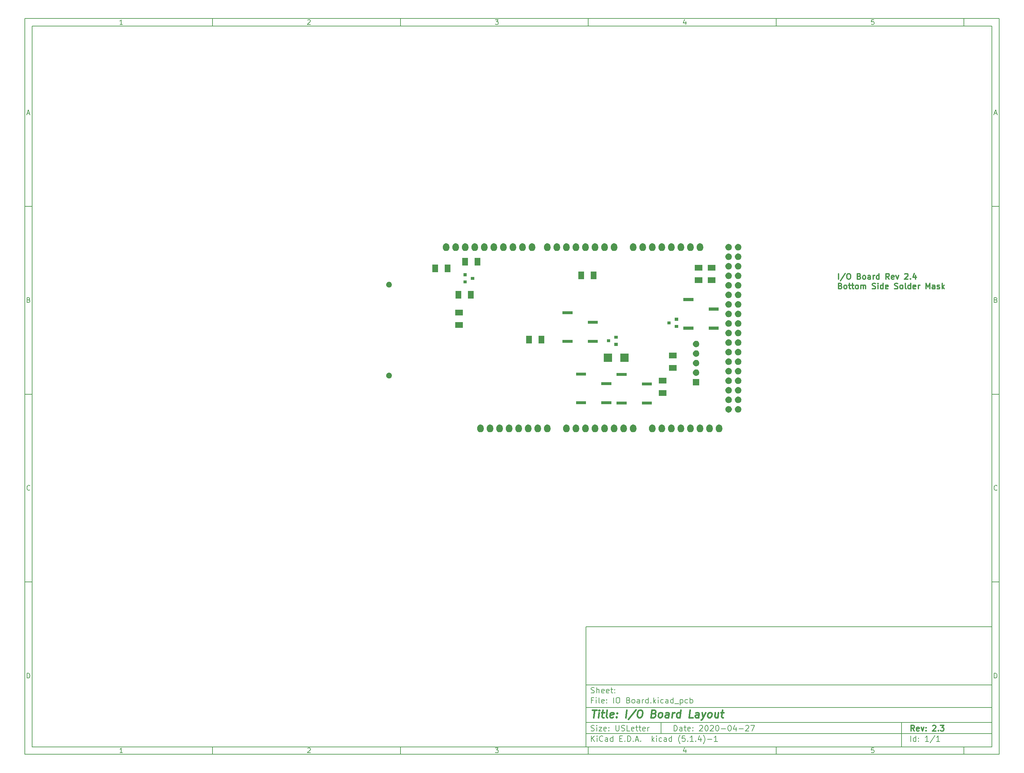
<source format=gbr>
G04 #@! TF.GenerationSoftware,KiCad,Pcbnew,(5.1.4)-1*
G04 #@! TF.CreationDate,2020-05-01T18:49:37-04:00*
G04 #@! TF.ProjectId,IO Board,494f2042-6f61-4726-942e-6b696361645f,2.3*
G04 #@! TF.SameCoordinates,Original*
G04 #@! TF.FileFunction,Soldermask,Bot*
G04 #@! TF.FilePolarity,Negative*
%FSLAX46Y46*%
G04 Gerber Fmt 4.6, Leading zero omitted, Abs format (unit mm)*
G04 Created by KiCad (PCBNEW (5.1.4)-1) date 2020-05-01 18:49:37*
%MOMM*%
%LPD*%
G04 APERTURE LIST*
%ADD10C,0.100000*%
%ADD11C,0.150000*%
%ADD12C,0.300000*%
%ADD13C,0.400000*%
G04 APERTURE END LIST*
D10*
D11*
X159400000Y-171900000D02*
X159400000Y-203900000D01*
X267400000Y-203900000D01*
X267400000Y-171900000D01*
X159400000Y-171900000D01*
D10*
D11*
X10000000Y-10000000D02*
X10000000Y-205900000D01*
X269400000Y-205900000D01*
X269400000Y-10000000D01*
X10000000Y-10000000D01*
D10*
D11*
X12000000Y-12000000D02*
X12000000Y-203900000D01*
X267400000Y-203900000D01*
X267400000Y-12000000D01*
X12000000Y-12000000D01*
D10*
D11*
X60000000Y-12000000D02*
X60000000Y-10000000D01*
D10*
D11*
X110000000Y-12000000D02*
X110000000Y-10000000D01*
D10*
D11*
X160000000Y-12000000D02*
X160000000Y-10000000D01*
D10*
D11*
X210000000Y-12000000D02*
X210000000Y-10000000D01*
D10*
D11*
X260000000Y-12000000D02*
X260000000Y-10000000D01*
D10*
D11*
X36065476Y-11588095D02*
X35322619Y-11588095D01*
X35694047Y-11588095D02*
X35694047Y-10288095D01*
X35570238Y-10473809D01*
X35446428Y-10597619D01*
X35322619Y-10659523D01*
D10*
D11*
X85322619Y-10411904D02*
X85384523Y-10350000D01*
X85508333Y-10288095D01*
X85817857Y-10288095D01*
X85941666Y-10350000D01*
X86003571Y-10411904D01*
X86065476Y-10535714D01*
X86065476Y-10659523D01*
X86003571Y-10845238D01*
X85260714Y-11588095D01*
X86065476Y-11588095D01*
D10*
D11*
X135260714Y-10288095D02*
X136065476Y-10288095D01*
X135632142Y-10783333D01*
X135817857Y-10783333D01*
X135941666Y-10845238D01*
X136003571Y-10907142D01*
X136065476Y-11030952D01*
X136065476Y-11340476D01*
X136003571Y-11464285D01*
X135941666Y-11526190D01*
X135817857Y-11588095D01*
X135446428Y-11588095D01*
X135322619Y-11526190D01*
X135260714Y-11464285D01*
D10*
D11*
X185941666Y-10721428D02*
X185941666Y-11588095D01*
X185632142Y-10226190D02*
X185322619Y-11154761D01*
X186127380Y-11154761D01*
D10*
D11*
X236003571Y-10288095D02*
X235384523Y-10288095D01*
X235322619Y-10907142D01*
X235384523Y-10845238D01*
X235508333Y-10783333D01*
X235817857Y-10783333D01*
X235941666Y-10845238D01*
X236003571Y-10907142D01*
X236065476Y-11030952D01*
X236065476Y-11340476D01*
X236003571Y-11464285D01*
X235941666Y-11526190D01*
X235817857Y-11588095D01*
X235508333Y-11588095D01*
X235384523Y-11526190D01*
X235322619Y-11464285D01*
D10*
D11*
X60000000Y-203900000D02*
X60000000Y-205900000D01*
D10*
D11*
X110000000Y-203900000D02*
X110000000Y-205900000D01*
D10*
D11*
X160000000Y-203900000D02*
X160000000Y-205900000D01*
D10*
D11*
X210000000Y-203900000D02*
X210000000Y-205900000D01*
D10*
D11*
X260000000Y-203900000D02*
X260000000Y-205900000D01*
D10*
D11*
X36065476Y-205488095D02*
X35322619Y-205488095D01*
X35694047Y-205488095D02*
X35694047Y-204188095D01*
X35570238Y-204373809D01*
X35446428Y-204497619D01*
X35322619Y-204559523D01*
D10*
D11*
X85322619Y-204311904D02*
X85384523Y-204250000D01*
X85508333Y-204188095D01*
X85817857Y-204188095D01*
X85941666Y-204250000D01*
X86003571Y-204311904D01*
X86065476Y-204435714D01*
X86065476Y-204559523D01*
X86003571Y-204745238D01*
X85260714Y-205488095D01*
X86065476Y-205488095D01*
D10*
D11*
X135260714Y-204188095D02*
X136065476Y-204188095D01*
X135632142Y-204683333D01*
X135817857Y-204683333D01*
X135941666Y-204745238D01*
X136003571Y-204807142D01*
X136065476Y-204930952D01*
X136065476Y-205240476D01*
X136003571Y-205364285D01*
X135941666Y-205426190D01*
X135817857Y-205488095D01*
X135446428Y-205488095D01*
X135322619Y-205426190D01*
X135260714Y-205364285D01*
D10*
D11*
X185941666Y-204621428D02*
X185941666Y-205488095D01*
X185632142Y-204126190D02*
X185322619Y-205054761D01*
X186127380Y-205054761D01*
D10*
D11*
X236003571Y-204188095D02*
X235384523Y-204188095D01*
X235322619Y-204807142D01*
X235384523Y-204745238D01*
X235508333Y-204683333D01*
X235817857Y-204683333D01*
X235941666Y-204745238D01*
X236003571Y-204807142D01*
X236065476Y-204930952D01*
X236065476Y-205240476D01*
X236003571Y-205364285D01*
X235941666Y-205426190D01*
X235817857Y-205488095D01*
X235508333Y-205488095D01*
X235384523Y-205426190D01*
X235322619Y-205364285D01*
D10*
D11*
X10000000Y-60000000D02*
X12000000Y-60000000D01*
D10*
D11*
X10000000Y-110000000D02*
X12000000Y-110000000D01*
D10*
D11*
X10000000Y-160000000D02*
X12000000Y-160000000D01*
D10*
D11*
X10690476Y-35216666D02*
X11309523Y-35216666D01*
X10566666Y-35588095D02*
X11000000Y-34288095D01*
X11433333Y-35588095D01*
D10*
D11*
X11092857Y-84907142D02*
X11278571Y-84969047D01*
X11340476Y-85030952D01*
X11402380Y-85154761D01*
X11402380Y-85340476D01*
X11340476Y-85464285D01*
X11278571Y-85526190D01*
X11154761Y-85588095D01*
X10659523Y-85588095D01*
X10659523Y-84288095D01*
X11092857Y-84288095D01*
X11216666Y-84350000D01*
X11278571Y-84411904D01*
X11340476Y-84535714D01*
X11340476Y-84659523D01*
X11278571Y-84783333D01*
X11216666Y-84845238D01*
X11092857Y-84907142D01*
X10659523Y-84907142D01*
D10*
D11*
X11402380Y-135464285D02*
X11340476Y-135526190D01*
X11154761Y-135588095D01*
X11030952Y-135588095D01*
X10845238Y-135526190D01*
X10721428Y-135402380D01*
X10659523Y-135278571D01*
X10597619Y-135030952D01*
X10597619Y-134845238D01*
X10659523Y-134597619D01*
X10721428Y-134473809D01*
X10845238Y-134350000D01*
X11030952Y-134288095D01*
X11154761Y-134288095D01*
X11340476Y-134350000D01*
X11402380Y-134411904D01*
D10*
D11*
X10659523Y-185588095D02*
X10659523Y-184288095D01*
X10969047Y-184288095D01*
X11154761Y-184350000D01*
X11278571Y-184473809D01*
X11340476Y-184597619D01*
X11402380Y-184845238D01*
X11402380Y-185030952D01*
X11340476Y-185278571D01*
X11278571Y-185402380D01*
X11154761Y-185526190D01*
X10969047Y-185588095D01*
X10659523Y-185588095D01*
D10*
D11*
X269400000Y-60000000D02*
X267400000Y-60000000D01*
D10*
D11*
X269400000Y-110000000D02*
X267400000Y-110000000D01*
D10*
D11*
X269400000Y-160000000D02*
X267400000Y-160000000D01*
D10*
D11*
X268090476Y-35216666D02*
X268709523Y-35216666D01*
X267966666Y-35588095D02*
X268400000Y-34288095D01*
X268833333Y-35588095D01*
D10*
D11*
X268492857Y-84907142D02*
X268678571Y-84969047D01*
X268740476Y-85030952D01*
X268802380Y-85154761D01*
X268802380Y-85340476D01*
X268740476Y-85464285D01*
X268678571Y-85526190D01*
X268554761Y-85588095D01*
X268059523Y-85588095D01*
X268059523Y-84288095D01*
X268492857Y-84288095D01*
X268616666Y-84350000D01*
X268678571Y-84411904D01*
X268740476Y-84535714D01*
X268740476Y-84659523D01*
X268678571Y-84783333D01*
X268616666Y-84845238D01*
X268492857Y-84907142D01*
X268059523Y-84907142D01*
D10*
D11*
X268802380Y-135464285D02*
X268740476Y-135526190D01*
X268554761Y-135588095D01*
X268430952Y-135588095D01*
X268245238Y-135526190D01*
X268121428Y-135402380D01*
X268059523Y-135278571D01*
X267997619Y-135030952D01*
X267997619Y-134845238D01*
X268059523Y-134597619D01*
X268121428Y-134473809D01*
X268245238Y-134350000D01*
X268430952Y-134288095D01*
X268554761Y-134288095D01*
X268740476Y-134350000D01*
X268802380Y-134411904D01*
D10*
D11*
X268059523Y-185588095D02*
X268059523Y-184288095D01*
X268369047Y-184288095D01*
X268554761Y-184350000D01*
X268678571Y-184473809D01*
X268740476Y-184597619D01*
X268802380Y-184845238D01*
X268802380Y-185030952D01*
X268740476Y-185278571D01*
X268678571Y-185402380D01*
X268554761Y-185526190D01*
X268369047Y-185588095D01*
X268059523Y-185588095D01*
D10*
D11*
X182832142Y-199678571D02*
X182832142Y-198178571D01*
X183189285Y-198178571D01*
X183403571Y-198250000D01*
X183546428Y-198392857D01*
X183617857Y-198535714D01*
X183689285Y-198821428D01*
X183689285Y-199035714D01*
X183617857Y-199321428D01*
X183546428Y-199464285D01*
X183403571Y-199607142D01*
X183189285Y-199678571D01*
X182832142Y-199678571D01*
X184975000Y-199678571D02*
X184975000Y-198892857D01*
X184903571Y-198750000D01*
X184760714Y-198678571D01*
X184475000Y-198678571D01*
X184332142Y-198750000D01*
X184975000Y-199607142D02*
X184832142Y-199678571D01*
X184475000Y-199678571D01*
X184332142Y-199607142D01*
X184260714Y-199464285D01*
X184260714Y-199321428D01*
X184332142Y-199178571D01*
X184475000Y-199107142D01*
X184832142Y-199107142D01*
X184975000Y-199035714D01*
X185475000Y-198678571D02*
X186046428Y-198678571D01*
X185689285Y-198178571D02*
X185689285Y-199464285D01*
X185760714Y-199607142D01*
X185903571Y-199678571D01*
X186046428Y-199678571D01*
X187117857Y-199607142D02*
X186975000Y-199678571D01*
X186689285Y-199678571D01*
X186546428Y-199607142D01*
X186475000Y-199464285D01*
X186475000Y-198892857D01*
X186546428Y-198750000D01*
X186689285Y-198678571D01*
X186975000Y-198678571D01*
X187117857Y-198750000D01*
X187189285Y-198892857D01*
X187189285Y-199035714D01*
X186475000Y-199178571D01*
X187832142Y-199535714D02*
X187903571Y-199607142D01*
X187832142Y-199678571D01*
X187760714Y-199607142D01*
X187832142Y-199535714D01*
X187832142Y-199678571D01*
X187832142Y-198750000D02*
X187903571Y-198821428D01*
X187832142Y-198892857D01*
X187760714Y-198821428D01*
X187832142Y-198750000D01*
X187832142Y-198892857D01*
X189617857Y-198321428D02*
X189689285Y-198250000D01*
X189832142Y-198178571D01*
X190189285Y-198178571D01*
X190332142Y-198250000D01*
X190403571Y-198321428D01*
X190475000Y-198464285D01*
X190475000Y-198607142D01*
X190403571Y-198821428D01*
X189546428Y-199678571D01*
X190475000Y-199678571D01*
X191403571Y-198178571D02*
X191546428Y-198178571D01*
X191689285Y-198250000D01*
X191760714Y-198321428D01*
X191832142Y-198464285D01*
X191903571Y-198750000D01*
X191903571Y-199107142D01*
X191832142Y-199392857D01*
X191760714Y-199535714D01*
X191689285Y-199607142D01*
X191546428Y-199678571D01*
X191403571Y-199678571D01*
X191260714Y-199607142D01*
X191189285Y-199535714D01*
X191117857Y-199392857D01*
X191046428Y-199107142D01*
X191046428Y-198750000D01*
X191117857Y-198464285D01*
X191189285Y-198321428D01*
X191260714Y-198250000D01*
X191403571Y-198178571D01*
X192475000Y-198321428D02*
X192546428Y-198250000D01*
X192689285Y-198178571D01*
X193046428Y-198178571D01*
X193189285Y-198250000D01*
X193260714Y-198321428D01*
X193332142Y-198464285D01*
X193332142Y-198607142D01*
X193260714Y-198821428D01*
X192403571Y-199678571D01*
X193332142Y-199678571D01*
X194260714Y-198178571D02*
X194403571Y-198178571D01*
X194546428Y-198250000D01*
X194617857Y-198321428D01*
X194689285Y-198464285D01*
X194760714Y-198750000D01*
X194760714Y-199107142D01*
X194689285Y-199392857D01*
X194617857Y-199535714D01*
X194546428Y-199607142D01*
X194403571Y-199678571D01*
X194260714Y-199678571D01*
X194117857Y-199607142D01*
X194046428Y-199535714D01*
X193975000Y-199392857D01*
X193903571Y-199107142D01*
X193903571Y-198750000D01*
X193975000Y-198464285D01*
X194046428Y-198321428D01*
X194117857Y-198250000D01*
X194260714Y-198178571D01*
X195403571Y-199107142D02*
X196546428Y-199107142D01*
X197546428Y-198178571D02*
X197689285Y-198178571D01*
X197832142Y-198250000D01*
X197903571Y-198321428D01*
X197975000Y-198464285D01*
X198046428Y-198750000D01*
X198046428Y-199107142D01*
X197975000Y-199392857D01*
X197903571Y-199535714D01*
X197832142Y-199607142D01*
X197689285Y-199678571D01*
X197546428Y-199678571D01*
X197403571Y-199607142D01*
X197332142Y-199535714D01*
X197260714Y-199392857D01*
X197189285Y-199107142D01*
X197189285Y-198750000D01*
X197260714Y-198464285D01*
X197332142Y-198321428D01*
X197403571Y-198250000D01*
X197546428Y-198178571D01*
X199332142Y-198678571D02*
X199332142Y-199678571D01*
X198975000Y-198107142D02*
X198617857Y-199178571D01*
X199546428Y-199178571D01*
X200117857Y-199107142D02*
X201260714Y-199107142D01*
X201903571Y-198321428D02*
X201975000Y-198250000D01*
X202117857Y-198178571D01*
X202475000Y-198178571D01*
X202617857Y-198250000D01*
X202689285Y-198321428D01*
X202760714Y-198464285D01*
X202760714Y-198607142D01*
X202689285Y-198821428D01*
X201832142Y-199678571D01*
X202760714Y-199678571D01*
X203260714Y-198178571D02*
X204260714Y-198178571D01*
X203617857Y-199678571D01*
D10*
D11*
X159400000Y-200400000D02*
X267400000Y-200400000D01*
D10*
D11*
X160832142Y-202478571D02*
X160832142Y-200978571D01*
X161689285Y-202478571D02*
X161046428Y-201621428D01*
X161689285Y-200978571D02*
X160832142Y-201835714D01*
X162332142Y-202478571D02*
X162332142Y-201478571D01*
X162332142Y-200978571D02*
X162260714Y-201050000D01*
X162332142Y-201121428D01*
X162403571Y-201050000D01*
X162332142Y-200978571D01*
X162332142Y-201121428D01*
X163903571Y-202335714D02*
X163832142Y-202407142D01*
X163617857Y-202478571D01*
X163475000Y-202478571D01*
X163260714Y-202407142D01*
X163117857Y-202264285D01*
X163046428Y-202121428D01*
X162975000Y-201835714D01*
X162975000Y-201621428D01*
X163046428Y-201335714D01*
X163117857Y-201192857D01*
X163260714Y-201050000D01*
X163475000Y-200978571D01*
X163617857Y-200978571D01*
X163832142Y-201050000D01*
X163903571Y-201121428D01*
X165189285Y-202478571D02*
X165189285Y-201692857D01*
X165117857Y-201550000D01*
X164975000Y-201478571D01*
X164689285Y-201478571D01*
X164546428Y-201550000D01*
X165189285Y-202407142D02*
X165046428Y-202478571D01*
X164689285Y-202478571D01*
X164546428Y-202407142D01*
X164475000Y-202264285D01*
X164475000Y-202121428D01*
X164546428Y-201978571D01*
X164689285Y-201907142D01*
X165046428Y-201907142D01*
X165189285Y-201835714D01*
X166546428Y-202478571D02*
X166546428Y-200978571D01*
X166546428Y-202407142D02*
X166403571Y-202478571D01*
X166117857Y-202478571D01*
X165975000Y-202407142D01*
X165903571Y-202335714D01*
X165832142Y-202192857D01*
X165832142Y-201764285D01*
X165903571Y-201621428D01*
X165975000Y-201550000D01*
X166117857Y-201478571D01*
X166403571Y-201478571D01*
X166546428Y-201550000D01*
X168403571Y-201692857D02*
X168903571Y-201692857D01*
X169117857Y-202478571D02*
X168403571Y-202478571D01*
X168403571Y-200978571D01*
X169117857Y-200978571D01*
X169760714Y-202335714D02*
X169832142Y-202407142D01*
X169760714Y-202478571D01*
X169689285Y-202407142D01*
X169760714Y-202335714D01*
X169760714Y-202478571D01*
X170475000Y-202478571D02*
X170475000Y-200978571D01*
X170832142Y-200978571D01*
X171046428Y-201050000D01*
X171189285Y-201192857D01*
X171260714Y-201335714D01*
X171332142Y-201621428D01*
X171332142Y-201835714D01*
X171260714Y-202121428D01*
X171189285Y-202264285D01*
X171046428Y-202407142D01*
X170832142Y-202478571D01*
X170475000Y-202478571D01*
X171975000Y-202335714D02*
X172046428Y-202407142D01*
X171975000Y-202478571D01*
X171903571Y-202407142D01*
X171975000Y-202335714D01*
X171975000Y-202478571D01*
X172617857Y-202050000D02*
X173332142Y-202050000D01*
X172475000Y-202478571D02*
X172975000Y-200978571D01*
X173475000Y-202478571D01*
X173975000Y-202335714D02*
X174046428Y-202407142D01*
X173975000Y-202478571D01*
X173903571Y-202407142D01*
X173975000Y-202335714D01*
X173975000Y-202478571D01*
X176975000Y-202478571D02*
X176975000Y-200978571D01*
X177117857Y-201907142D02*
X177546428Y-202478571D01*
X177546428Y-201478571D02*
X176975000Y-202050000D01*
X178189285Y-202478571D02*
X178189285Y-201478571D01*
X178189285Y-200978571D02*
X178117857Y-201050000D01*
X178189285Y-201121428D01*
X178260714Y-201050000D01*
X178189285Y-200978571D01*
X178189285Y-201121428D01*
X179546428Y-202407142D02*
X179403571Y-202478571D01*
X179117857Y-202478571D01*
X178975000Y-202407142D01*
X178903571Y-202335714D01*
X178832142Y-202192857D01*
X178832142Y-201764285D01*
X178903571Y-201621428D01*
X178975000Y-201550000D01*
X179117857Y-201478571D01*
X179403571Y-201478571D01*
X179546428Y-201550000D01*
X180832142Y-202478571D02*
X180832142Y-201692857D01*
X180760714Y-201550000D01*
X180617857Y-201478571D01*
X180332142Y-201478571D01*
X180189285Y-201550000D01*
X180832142Y-202407142D02*
X180689285Y-202478571D01*
X180332142Y-202478571D01*
X180189285Y-202407142D01*
X180117857Y-202264285D01*
X180117857Y-202121428D01*
X180189285Y-201978571D01*
X180332142Y-201907142D01*
X180689285Y-201907142D01*
X180832142Y-201835714D01*
X182189285Y-202478571D02*
X182189285Y-200978571D01*
X182189285Y-202407142D02*
X182046428Y-202478571D01*
X181760714Y-202478571D01*
X181617857Y-202407142D01*
X181546428Y-202335714D01*
X181475000Y-202192857D01*
X181475000Y-201764285D01*
X181546428Y-201621428D01*
X181617857Y-201550000D01*
X181760714Y-201478571D01*
X182046428Y-201478571D01*
X182189285Y-201550000D01*
X184475000Y-203050000D02*
X184403571Y-202978571D01*
X184260714Y-202764285D01*
X184189285Y-202621428D01*
X184117857Y-202407142D01*
X184046428Y-202050000D01*
X184046428Y-201764285D01*
X184117857Y-201407142D01*
X184189285Y-201192857D01*
X184260714Y-201050000D01*
X184403571Y-200835714D01*
X184475000Y-200764285D01*
X185760714Y-200978571D02*
X185046428Y-200978571D01*
X184975000Y-201692857D01*
X185046428Y-201621428D01*
X185189285Y-201550000D01*
X185546428Y-201550000D01*
X185689285Y-201621428D01*
X185760714Y-201692857D01*
X185832142Y-201835714D01*
X185832142Y-202192857D01*
X185760714Y-202335714D01*
X185689285Y-202407142D01*
X185546428Y-202478571D01*
X185189285Y-202478571D01*
X185046428Y-202407142D01*
X184975000Y-202335714D01*
X186475000Y-202335714D02*
X186546428Y-202407142D01*
X186475000Y-202478571D01*
X186403571Y-202407142D01*
X186475000Y-202335714D01*
X186475000Y-202478571D01*
X187975000Y-202478571D02*
X187117857Y-202478571D01*
X187546428Y-202478571D02*
X187546428Y-200978571D01*
X187403571Y-201192857D01*
X187260714Y-201335714D01*
X187117857Y-201407142D01*
X188617857Y-202335714D02*
X188689285Y-202407142D01*
X188617857Y-202478571D01*
X188546428Y-202407142D01*
X188617857Y-202335714D01*
X188617857Y-202478571D01*
X189975000Y-201478571D02*
X189975000Y-202478571D01*
X189617857Y-200907142D02*
X189260714Y-201978571D01*
X190189285Y-201978571D01*
X190617857Y-203050000D02*
X190689285Y-202978571D01*
X190832142Y-202764285D01*
X190903571Y-202621428D01*
X190975000Y-202407142D01*
X191046428Y-202050000D01*
X191046428Y-201764285D01*
X190975000Y-201407142D01*
X190903571Y-201192857D01*
X190832142Y-201050000D01*
X190689285Y-200835714D01*
X190617857Y-200764285D01*
X191760714Y-201907142D02*
X192903571Y-201907142D01*
X194403571Y-202478571D02*
X193546428Y-202478571D01*
X193975000Y-202478571D02*
X193975000Y-200978571D01*
X193832142Y-201192857D01*
X193689285Y-201335714D01*
X193546428Y-201407142D01*
D10*
D11*
X159400000Y-197400000D02*
X267400000Y-197400000D01*
D10*
D12*
X246809285Y-199678571D02*
X246309285Y-198964285D01*
X245952142Y-199678571D02*
X245952142Y-198178571D01*
X246523571Y-198178571D01*
X246666428Y-198250000D01*
X246737857Y-198321428D01*
X246809285Y-198464285D01*
X246809285Y-198678571D01*
X246737857Y-198821428D01*
X246666428Y-198892857D01*
X246523571Y-198964285D01*
X245952142Y-198964285D01*
X248023571Y-199607142D02*
X247880714Y-199678571D01*
X247595000Y-199678571D01*
X247452142Y-199607142D01*
X247380714Y-199464285D01*
X247380714Y-198892857D01*
X247452142Y-198750000D01*
X247595000Y-198678571D01*
X247880714Y-198678571D01*
X248023571Y-198750000D01*
X248095000Y-198892857D01*
X248095000Y-199035714D01*
X247380714Y-199178571D01*
X248595000Y-198678571D02*
X248952142Y-199678571D01*
X249309285Y-198678571D01*
X249880714Y-199535714D02*
X249952142Y-199607142D01*
X249880714Y-199678571D01*
X249809285Y-199607142D01*
X249880714Y-199535714D01*
X249880714Y-199678571D01*
X249880714Y-198750000D02*
X249952142Y-198821428D01*
X249880714Y-198892857D01*
X249809285Y-198821428D01*
X249880714Y-198750000D01*
X249880714Y-198892857D01*
X251666428Y-198321428D02*
X251737857Y-198250000D01*
X251880714Y-198178571D01*
X252237857Y-198178571D01*
X252380714Y-198250000D01*
X252452142Y-198321428D01*
X252523571Y-198464285D01*
X252523571Y-198607142D01*
X252452142Y-198821428D01*
X251595000Y-199678571D01*
X252523571Y-199678571D01*
X253166428Y-199535714D02*
X253237857Y-199607142D01*
X253166428Y-199678571D01*
X253095000Y-199607142D01*
X253166428Y-199535714D01*
X253166428Y-199678571D01*
X253737857Y-198178571D02*
X254666428Y-198178571D01*
X254166428Y-198750000D01*
X254380714Y-198750000D01*
X254523571Y-198821428D01*
X254595000Y-198892857D01*
X254666428Y-199035714D01*
X254666428Y-199392857D01*
X254595000Y-199535714D01*
X254523571Y-199607142D01*
X254380714Y-199678571D01*
X253952142Y-199678571D01*
X253809285Y-199607142D01*
X253737857Y-199535714D01*
D10*
D11*
X160760714Y-199607142D02*
X160975000Y-199678571D01*
X161332142Y-199678571D01*
X161475000Y-199607142D01*
X161546428Y-199535714D01*
X161617857Y-199392857D01*
X161617857Y-199250000D01*
X161546428Y-199107142D01*
X161475000Y-199035714D01*
X161332142Y-198964285D01*
X161046428Y-198892857D01*
X160903571Y-198821428D01*
X160832142Y-198750000D01*
X160760714Y-198607142D01*
X160760714Y-198464285D01*
X160832142Y-198321428D01*
X160903571Y-198250000D01*
X161046428Y-198178571D01*
X161403571Y-198178571D01*
X161617857Y-198250000D01*
X162260714Y-199678571D02*
X162260714Y-198678571D01*
X162260714Y-198178571D02*
X162189285Y-198250000D01*
X162260714Y-198321428D01*
X162332142Y-198250000D01*
X162260714Y-198178571D01*
X162260714Y-198321428D01*
X162832142Y-198678571D02*
X163617857Y-198678571D01*
X162832142Y-199678571D01*
X163617857Y-199678571D01*
X164760714Y-199607142D02*
X164617857Y-199678571D01*
X164332142Y-199678571D01*
X164189285Y-199607142D01*
X164117857Y-199464285D01*
X164117857Y-198892857D01*
X164189285Y-198750000D01*
X164332142Y-198678571D01*
X164617857Y-198678571D01*
X164760714Y-198750000D01*
X164832142Y-198892857D01*
X164832142Y-199035714D01*
X164117857Y-199178571D01*
X165475000Y-199535714D02*
X165546428Y-199607142D01*
X165475000Y-199678571D01*
X165403571Y-199607142D01*
X165475000Y-199535714D01*
X165475000Y-199678571D01*
X165475000Y-198750000D02*
X165546428Y-198821428D01*
X165475000Y-198892857D01*
X165403571Y-198821428D01*
X165475000Y-198750000D01*
X165475000Y-198892857D01*
X167332142Y-198178571D02*
X167332142Y-199392857D01*
X167403571Y-199535714D01*
X167475000Y-199607142D01*
X167617857Y-199678571D01*
X167903571Y-199678571D01*
X168046428Y-199607142D01*
X168117857Y-199535714D01*
X168189285Y-199392857D01*
X168189285Y-198178571D01*
X168832142Y-199607142D02*
X169046428Y-199678571D01*
X169403571Y-199678571D01*
X169546428Y-199607142D01*
X169617857Y-199535714D01*
X169689285Y-199392857D01*
X169689285Y-199250000D01*
X169617857Y-199107142D01*
X169546428Y-199035714D01*
X169403571Y-198964285D01*
X169117857Y-198892857D01*
X168975000Y-198821428D01*
X168903571Y-198750000D01*
X168832142Y-198607142D01*
X168832142Y-198464285D01*
X168903571Y-198321428D01*
X168975000Y-198250000D01*
X169117857Y-198178571D01*
X169475000Y-198178571D01*
X169689285Y-198250000D01*
X171046428Y-199678571D02*
X170332142Y-199678571D01*
X170332142Y-198178571D01*
X172117857Y-199607142D02*
X171975000Y-199678571D01*
X171689285Y-199678571D01*
X171546428Y-199607142D01*
X171475000Y-199464285D01*
X171475000Y-198892857D01*
X171546428Y-198750000D01*
X171689285Y-198678571D01*
X171975000Y-198678571D01*
X172117857Y-198750000D01*
X172189285Y-198892857D01*
X172189285Y-199035714D01*
X171475000Y-199178571D01*
X172617857Y-198678571D02*
X173189285Y-198678571D01*
X172832142Y-198178571D02*
X172832142Y-199464285D01*
X172903571Y-199607142D01*
X173046428Y-199678571D01*
X173189285Y-199678571D01*
X173475000Y-198678571D02*
X174046428Y-198678571D01*
X173689285Y-198178571D02*
X173689285Y-199464285D01*
X173760714Y-199607142D01*
X173903571Y-199678571D01*
X174046428Y-199678571D01*
X175117857Y-199607142D02*
X174975000Y-199678571D01*
X174689285Y-199678571D01*
X174546428Y-199607142D01*
X174475000Y-199464285D01*
X174475000Y-198892857D01*
X174546428Y-198750000D01*
X174689285Y-198678571D01*
X174975000Y-198678571D01*
X175117857Y-198750000D01*
X175189285Y-198892857D01*
X175189285Y-199035714D01*
X174475000Y-199178571D01*
X175832142Y-199678571D02*
X175832142Y-198678571D01*
X175832142Y-198964285D02*
X175903571Y-198821428D01*
X175975000Y-198750000D01*
X176117857Y-198678571D01*
X176260714Y-198678571D01*
D10*
D11*
X245832142Y-202478571D02*
X245832142Y-200978571D01*
X247189285Y-202478571D02*
X247189285Y-200978571D01*
X247189285Y-202407142D02*
X247046428Y-202478571D01*
X246760714Y-202478571D01*
X246617857Y-202407142D01*
X246546428Y-202335714D01*
X246475000Y-202192857D01*
X246475000Y-201764285D01*
X246546428Y-201621428D01*
X246617857Y-201550000D01*
X246760714Y-201478571D01*
X247046428Y-201478571D01*
X247189285Y-201550000D01*
X247903571Y-202335714D02*
X247975000Y-202407142D01*
X247903571Y-202478571D01*
X247832142Y-202407142D01*
X247903571Y-202335714D01*
X247903571Y-202478571D01*
X247903571Y-201550000D02*
X247975000Y-201621428D01*
X247903571Y-201692857D01*
X247832142Y-201621428D01*
X247903571Y-201550000D01*
X247903571Y-201692857D01*
X250546428Y-202478571D02*
X249689285Y-202478571D01*
X250117857Y-202478571D02*
X250117857Y-200978571D01*
X249975000Y-201192857D01*
X249832142Y-201335714D01*
X249689285Y-201407142D01*
X252260714Y-200907142D02*
X250975000Y-202835714D01*
X253546428Y-202478571D02*
X252689285Y-202478571D01*
X253117857Y-202478571D02*
X253117857Y-200978571D01*
X252975000Y-201192857D01*
X252832142Y-201335714D01*
X252689285Y-201407142D01*
D10*
D11*
X159400000Y-193400000D02*
X267400000Y-193400000D01*
D10*
D13*
X161112380Y-194104761D02*
X162255238Y-194104761D01*
X161433809Y-196104761D02*
X161683809Y-194104761D01*
X162671904Y-196104761D02*
X162838571Y-194771428D01*
X162921904Y-194104761D02*
X162814761Y-194200000D01*
X162898095Y-194295238D01*
X163005238Y-194200000D01*
X162921904Y-194104761D01*
X162898095Y-194295238D01*
X163505238Y-194771428D02*
X164267142Y-194771428D01*
X163874285Y-194104761D02*
X163660000Y-195819047D01*
X163731428Y-196009523D01*
X163910000Y-196104761D01*
X164100476Y-196104761D01*
X165052857Y-196104761D02*
X164874285Y-196009523D01*
X164802857Y-195819047D01*
X165017142Y-194104761D01*
X166588571Y-196009523D02*
X166386190Y-196104761D01*
X166005238Y-196104761D01*
X165826666Y-196009523D01*
X165755238Y-195819047D01*
X165850476Y-195057142D01*
X165969523Y-194866666D01*
X166171904Y-194771428D01*
X166552857Y-194771428D01*
X166731428Y-194866666D01*
X166802857Y-195057142D01*
X166779047Y-195247619D01*
X165802857Y-195438095D01*
X167552857Y-195914285D02*
X167636190Y-196009523D01*
X167529047Y-196104761D01*
X167445714Y-196009523D01*
X167552857Y-195914285D01*
X167529047Y-196104761D01*
X167683809Y-194866666D02*
X167767142Y-194961904D01*
X167660000Y-195057142D01*
X167576666Y-194961904D01*
X167683809Y-194866666D01*
X167660000Y-195057142D01*
X170005238Y-196104761D02*
X170255238Y-194104761D01*
X172648095Y-194009523D02*
X170612380Y-196580952D01*
X173683809Y-194104761D02*
X174064761Y-194104761D01*
X174243333Y-194200000D01*
X174410000Y-194390476D01*
X174457619Y-194771428D01*
X174374285Y-195438095D01*
X174231428Y-195819047D01*
X174017142Y-196009523D01*
X173814761Y-196104761D01*
X173433809Y-196104761D01*
X173255238Y-196009523D01*
X173088571Y-195819047D01*
X173040952Y-195438095D01*
X173124285Y-194771428D01*
X173267142Y-194390476D01*
X173481428Y-194200000D01*
X173683809Y-194104761D01*
X177469523Y-195057142D02*
X177743333Y-195152380D01*
X177826666Y-195247619D01*
X177898095Y-195438095D01*
X177862380Y-195723809D01*
X177743333Y-195914285D01*
X177636190Y-196009523D01*
X177433809Y-196104761D01*
X176671904Y-196104761D01*
X176921904Y-194104761D01*
X177588571Y-194104761D01*
X177767142Y-194200000D01*
X177850476Y-194295238D01*
X177921904Y-194485714D01*
X177898095Y-194676190D01*
X177779047Y-194866666D01*
X177671904Y-194961904D01*
X177469523Y-195057142D01*
X176802857Y-195057142D01*
X178957619Y-196104761D02*
X178779047Y-196009523D01*
X178695714Y-195914285D01*
X178624285Y-195723809D01*
X178695714Y-195152380D01*
X178814761Y-194961904D01*
X178921904Y-194866666D01*
X179124285Y-194771428D01*
X179410000Y-194771428D01*
X179588571Y-194866666D01*
X179671904Y-194961904D01*
X179743333Y-195152380D01*
X179671904Y-195723809D01*
X179552857Y-195914285D01*
X179445714Y-196009523D01*
X179243333Y-196104761D01*
X178957619Y-196104761D01*
X181338571Y-196104761D02*
X181469523Y-195057142D01*
X181398095Y-194866666D01*
X181219523Y-194771428D01*
X180838571Y-194771428D01*
X180636190Y-194866666D01*
X181350476Y-196009523D02*
X181148095Y-196104761D01*
X180671904Y-196104761D01*
X180493333Y-196009523D01*
X180421904Y-195819047D01*
X180445714Y-195628571D01*
X180564761Y-195438095D01*
X180767142Y-195342857D01*
X181243333Y-195342857D01*
X181445714Y-195247619D01*
X182290952Y-196104761D02*
X182457619Y-194771428D01*
X182410000Y-195152380D02*
X182529047Y-194961904D01*
X182636190Y-194866666D01*
X182838571Y-194771428D01*
X183029047Y-194771428D01*
X184386190Y-196104761D02*
X184636190Y-194104761D01*
X184398095Y-196009523D02*
X184195714Y-196104761D01*
X183814761Y-196104761D01*
X183636190Y-196009523D01*
X183552857Y-195914285D01*
X183481428Y-195723809D01*
X183552857Y-195152380D01*
X183671904Y-194961904D01*
X183779047Y-194866666D01*
X183981428Y-194771428D01*
X184362380Y-194771428D01*
X184540952Y-194866666D01*
X187814761Y-196104761D02*
X186862380Y-196104761D01*
X187112380Y-194104761D01*
X189338571Y-196104761D02*
X189469523Y-195057142D01*
X189398095Y-194866666D01*
X189219523Y-194771428D01*
X188838571Y-194771428D01*
X188636190Y-194866666D01*
X189350476Y-196009523D02*
X189148095Y-196104761D01*
X188671904Y-196104761D01*
X188493333Y-196009523D01*
X188421904Y-195819047D01*
X188445714Y-195628571D01*
X188564761Y-195438095D01*
X188767142Y-195342857D01*
X189243333Y-195342857D01*
X189445714Y-195247619D01*
X190267142Y-194771428D02*
X190576666Y-196104761D01*
X191219523Y-194771428D02*
X190576666Y-196104761D01*
X190326666Y-196580952D01*
X190219523Y-196676190D01*
X190017142Y-196771428D01*
X192100476Y-196104761D02*
X191921904Y-196009523D01*
X191838571Y-195914285D01*
X191767142Y-195723809D01*
X191838571Y-195152380D01*
X191957619Y-194961904D01*
X192064761Y-194866666D01*
X192267142Y-194771428D01*
X192552857Y-194771428D01*
X192731428Y-194866666D01*
X192814761Y-194961904D01*
X192886190Y-195152380D01*
X192814761Y-195723809D01*
X192695714Y-195914285D01*
X192588571Y-196009523D01*
X192386190Y-196104761D01*
X192100476Y-196104761D01*
X194648095Y-194771428D02*
X194481428Y-196104761D01*
X193790952Y-194771428D02*
X193660000Y-195819047D01*
X193731428Y-196009523D01*
X193910000Y-196104761D01*
X194195714Y-196104761D01*
X194398095Y-196009523D01*
X194505238Y-195914285D01*
X195314761Y-194771428D02*
X196076666Y-194771428D01*
X195683809Y-194104761D02*
X195469523Y-195819047D01*
X195540952Y-196009523D01*
X195719523Y-196104761D01*
X195910000Y-196104761D01*
D10*
D11*
X161332142Y-191492857D02*
X160832142Y-191492857D01*
X160832142Y-192278571D02*
X160832142Y-190778571D01*
X161546428Y-190778571D01*
X162117857Y-192278571D02*
X162117857Y-191278571D01*
X162117857Y-190778571D02*
X162046428Y-190850000D01*
X162117857Y-190921428D01*
X162189285Y-190850000D01*
X162117857Y-190778571D01*
X162117857Y-190921428D01*
X163046428Y-192278571D02*
X162903571Y-192207142D01*
X162832142Y-192064285D01*
X162832142Y-190778571D01*
X164189285Y-192207142D02*
X164046428Y-192278571D01*
X163760714Y-192278571D01*
X163617857Y-192207142D01*
X163546428Y-192064285D01*
X163546428Y-191492857D01*
X163617857Y-191350000D01*
X163760714Y-191278571D01*
X164046428Y-191278571D01*
X164189285Y-191350000D01*
X164260714Y-191492857D01*
X164260714Y-191635714D01*
X163546428Y-191778571D01*
X164903571Y-192135714D02*
X164975000Y-192207142D01*
X164903571Y-192278571D01*
X164832142Y-192207142D01*
X164903571Y-192135714D01*
X164903571Y-192278571D01*
X164903571Y-191350000D02*
X164975000Y-191421428D01*
X164903571Y-191492857D01*
X164832142Y-191421428D01*
X164903571Y-191350000D01*
X164903571Y-191492857D01*
X166760714Y-192278571D02*
X166760714Y-190778571D01*
X167760714Y-190778571D02*
X168046428Y-190778571D01*
X168189285Y-190850000D01*
X168332142Y-190992857D01*
X168403571Y-191278571D01*
X168403571Y-191778571D01*
X168332142Y-192064285D01*
X168189285Y-192207142D01*
X168046428Y-192278571D01*
X167760714Y-192278571D01*
X167617857Y-192207142D01*
X167475000Y-192064285D01*
X167403571Y-191778571D01*
X167403571Y-191278571D01*
X167475000Y-190992857D01*
X167617857Y-190850000D01*
X167760714Y-190778571D01*
X170689285Y-191492857D02*
X170903571Y-191564285D01*
X170975000Y-191635714D01*
X171046428Y-191778571D01*
X171046428Y-191992857D01*
X170975000Y-192135714D01*
X170903571Y-192207142D01*
X170760714Y-192278571D01*
X170189285Y-192278571D01*
X170189285Y-190778571D01*
X170689285Y-190778571D01*
X170832142Y-190850000D01*
X170903571Y-190921428D01*
X170975000Y-191064285D01*
X170975000Y-191207142D01*
X170903571Y-191350000D01*
X170832142Y-191421428D01*
X170689285Y-191492857D01*
X170189285Y-191492857D01*
X171903571Y-192278571D02*
X171760714Y-192207142D01*
X171689285Y-192135714D01*
X171617857Y-191992857D01*
X171617857Y-191564285D01*
X171689285Y-191421428D01*
X171760714Y-191350000D01*
X171903571Y-191278571D01*
X172117857Y-191278571D01*
X172260714Y-191350000D01*
X172332142Y-191421428D01*
X172403571Y-191564285D01*
X172403571Y-191992857D01*
X172332142Y-192135714D01*
X172260714Y-192207142D01*
X172117857Y-192278571D01*
X171903571Y-192278571D01*
X173689285Y-192278571D02*
X173689285Y-191492857D01*
X173617857Y-191350000D01*
X173475000Y-191278571D01*
X173189285Y-191278571D01*
X173046428Y-191350000D01*
X173689285Y-192207142D02*
X173546428Y-192278571D01*
X173189285Y-192278571D01*
X173046428Y-192207142D01*
X172975000Y-192064285D01*
X172975000Y-191921428D01*
X173046428Y-191778571D01*
X173189285Y-191707142D01*
X173546428Y-191707142D01*
X173689285Y-191635714D01*
X174403571Y-192278571D02*
X174403571Y-191278571D01*
X174403571Y-191564285D02*
X174475000Y-191421428D01*
X174546428Y-191350000D01*
X174689285Y-191278571D01*
X174832142Y-191278571D01*
X175975000Y-192278571D02*
X175975000Y-190778571D01*
X175975000Y-192207142D02*
X175832142Y-192278571D01*
X175546428Y-192278571D01*
X175403571Y-192207142D01*
X175332142Y-192135714D01*
X175260714Y-191992857D01*
X175260714Y-191564285D01*
X175332142Y-191421428D01*
X175403571Y-191350000D01*
X175546428Y-191278571D01*
X175832142Y-191278571D01*
X175975000Y-191350000D01*
X176689285Y-192135714D02*
X176760714Y-192207142D01*
X176689285Y-192278571D01*
X176617857Y-192207142D01*
X176689285Y-192135714D01*
X176689285Y-192278571D01*
X177403571Y-192278571D02*
X177403571Y-190778571D01*
X177546428Y-191707142D02*
X177975000Y-192278571D01*
X177975000Y-191278571D02*
X177403571Y-191850000D01*
X178617857Y-192278571D02*
X178617857Y-191278571D01*
X178617857Y-190778571D02*
X178546428Y-190850000D01*
X178617857Y-190921428D01*
X178689285Y-190850000D01*
X178617857Y-190778571D01*
X178617857Y-190921428D01*
X179975000Y-192207142D02*
X179832142Y-192278571D01*
X179546428Y-192278571D01*
X179403571Y-192207142D01*
X179332142Y-192135714D01*
X179260714Y-191992857D01*
X179260714Y-191564285D01*
X179332142Y-191421428D01*
X179403571Y-191350000D01*
X179546428Y-191278571D01*
X179832142Y-191278571D01*
X179975000Y-191350000D01*
X181260714Y-192278571D02*
X181260714Y-191492857D01*
X181189285Y-191350000D01*
X181046428Y-191278571D01*
X180760714Y-191278571D01*
X180617857Y-191350000D01*
X181260714Y-192207142D02*
X181117857Y-192278571D01*
X180760714Y-192278571D01*
X180617857Y-192207142D01*
X180546428Y-192064285D01*
X180546428Y-191921428D01*
X180617857Y-191778571D01*
X180760714Y-191707142D01*
X181117857Y-191707142D01*
X181260714Y-191635714D01*
X182617857Y-192278571D02*
X182617857Y-190778571D01*
X182617857Y-192207142D02*
X182475000Y-192278571D01*
X182189285Y-192278571D01*
X182046428Y-192207142D01*
X181975000Y-192135714D01*
X181903571Y-191992857D01*
X181903571Y-191564285D01*
X181975000Y-191421428D01*
X182046428Y-191350000D01*
X182189285Y-191278571D01*
X182475000Y-191278571D01*
X182617857Y-191350000D01*
X182975000Y-192421428D02*
X184117857Y-192421428D01*
X184475000Y-191278571D02*
X184475000Y-192778571D01*
X184475000Y-191350000D02*
X184617857Y-191278571D01*
X184903571Y-191278571D01*
X185046428Y-191350000D01*
X185117857Y-191421428D01*
X185189285Y-191564285D01*
X185189285Y-191992857D01*
X185117857Y-192135714D01*
X185046428Y-192207142D01*
X184903571Y-192278571D01*
X184617857Y-192278571D01*
X184475000Y-192207142D01*
X186475000Y-192207142D02*
X186332142Y-192278571D01*
X186046428Y-192278571D01*
X185903571Y-192207142D01*
X185832142Y-192135714D01*
X185760714Y-191992857D01*
X185760714Y-191564285D01*
X185832142Y-191421428D01*
X185903571Y-191350000D01*
X186046428Y-191278571D01*
X186332142Y-191278571D01*
X186475000Y-191350000D01*
X187117857Y-192278571D02*
X187117857Y-190778571D01*
X187117857Y-191350000D02*
X187260714Y-191278571D01*
X187546428Y-191278571D01*
X187689285Y-191350000D01*
X187760714Y-191421428D01*
X187832142Y-191564285D01*
X187832142Y-191992857D01*
X187760714Y-192135714D01*
X187689285Y-192207142D01*
X187546428Y-192278571D01*
X187260714Y-192278571D01*
X187117857Y-192207142D01*
D10*
D11*
X159400000Y-187400000D02*
X267400000Y-187400000D01*
D10*
D11*
X160760714Y-189507142D02*
X160975000Y-189578571D01*
X161332142Y-189578571D01*
X161475000Y-189507142D01*
X161546428Y-189435714D01*
X161617857Y-189292857D01*
X161617857Y-189150000D01*
X161546428Y-189007142D01*
X161475000Y-188935714D01*
X161332142Y-188864285D01*
X161046428Y-188792857D01*
X160903571Y-188721428D01*
X160832142Y-188650000D01*
X160760714Y-188507142D01*
X160760714Y-188364285D01*
X160832142Y-188221428D01*
X160903571Y-188150000D01*
X161046428Y-188078571D01*
X161403571Y-188078571D01*
X161617857Y-188150000D01*
X162260714Y-189578571D02*
X162260714Y-188078571D01*
X162903571Y-189578571D02*
X162903571Y-188792857D01*
X162832142Y-188650000D01*
X162689285Y-188578571D01*
X162475000Y-188578571D01*
X162332142Y-188650000D01*
X162260714Y-188721428D01*
X164189285Y-189507142D02*
X164046428Y-189578571D01*
X163760714Y-189578571D01*
X163617857Y-189507142D01*
X163546428Y-189364285D01*
X163546428Y-188792857D01*
X163617857Y-188650000D01*
X163760714Y-188578571D01*
X164046428Y-188578571D01*
X164189285Y-188650000D01*
X164260714Y-188792857D01*
X164260714Y-188935714D01*
X163546428Y-189078571D01*
X165475000Y-189507142D02*
X165332142Y-189578571D01*
X165046428Y-189578571D01*
X164903571Y-189507142D01*
X164832142Y-189364285D01*
X164832142Y-188792857D01*
X164903571Y-188650000D01*
X165046428Y-188578571D01*
X165332142Y-188578571D01*
X165475000Y-188650000D01*
X165546428Y-188792857D01*
X165546428Y-188935714D01*
X164832142Y-189078571D01*
X165975000Y-188578571D02*
X166546428Y-188578571D01*
X166189285Y-188078571D02*
X166189285Y-189364285D01*
X166260714Y-189507142D01*
X166403571Y-189578571D01*
X166546428Y-189578571D01*
X167046428Y-189435714D02*
X167117857Y-189507142D01*
X167046428Y-189578571D01*
X166975000Y-189507142D01*
X167046428Y-189435714D01*
X167046428Y-189578571D01*
X167046428Y-188650000D02*
X167117857Y-188721428D01*
X167046428Y-188792857D01*
X166975000Y-188721428D01*
X167046428Y-188650000D01*
X167046428Y-188792857D01*
D10*
D11*
X179400000Y-197400000D02*
X179400000Y-200400000D01*
D10*
D11*
X243400000Y-197400000D02*
X243400000Y-203900000D01*
D12*
X226612142Y-79413571D02*
X226612142Y-77913571D01*
X228397857Y-77842142D02*
X227112142Y-79770714D01*
X229183571Y-77913571D02*
X229469285Y-77913571D01*
X229612142Y-77985000D01*
X229755000Y-78127857D01*
X229826428Y-78413571D01*
X229826428Y-78913571D01*
X229755000Y-79199285D01*
X229612142Y-79342142D01*
X229469285Y-79413571D01*
X229183571Y-79413571D01*
X229040714Y-79342142D01*
X228897857Y-79199285D01*
X228826428Y-78913571D01*
X228826428Y-78413571D01*
X228897857Y-78127857D01*
X229040714Y-77985000D01*
X229183571Y-77913571D01*
X232112142Y-78627857D02*
X232326428Y-78699285D01*
X232397857Y-78770714D01*
X232469285Y-78913571D01*
X232469285Y-79127857D01*
X232397857Y-79270714D01*
X232326428Y-79342142D01*
X232183571Y-79413571D01*
X231612142Y-79413571D01*
X231612142Y-77913571D01*
X232112142Y-77913571D01*
X232255000Y-77985000D01*
X232326428Y-78056428D01*
X232397857Y-78199285D01*
X232397857Y-78342142D01*
X232326428Y-78485000D01*
X232255000Y-78556428D01*
X232112142Y-78627857D01*
X231612142Y-78627857D01*
X233326428Y-79413571D02*
X233183571Y-79342142D01*
X233112142Y-79270714D01*
X233040714Y-79127857D01*
X233040714Y-78699285D01*
X233112142Y-78556428D01*
X233183571Y-78485000D01*
X233326428Y-78413571D01*
X233540714Y-78413571D01*
X233683571Y-78485000D01*
X233755000Y-78556428D01*
X233826428Y-78699285D01*
X233826428Y-79127857D01*
X233755000Y-79270714D01*
X233683571Y-79342142D01*
X233540714Y-79413571D01*
X233326428Y-79413571D01*
X235112142Y-79413571D02*
X235112142Y-78627857D01*
X235040714Y-78485000D01*
X234897857Y-78413571D01*
X234612142Y-78413571D01*
X234469285Y-78485000D01*
X235112142Y-79342142D02*
X234969285Y-79413571D01*
X234612142Y-79413571D01*
X234469285Y-79342142D01*
X234397857Y-79199285D01*
X234397857Y-79056428D01*
X234469285Y-78913571D01*
X234612142Y-78842142D01*
X234969285Y-78842142D01*
X235112142Y-78770714D01*
X235826428Y-79413571D02*
X235826428Y-78413571D01*
X235826428Y-78699285D02*
X235897857Y-78556428D01*
X235969285Y-78485000D01*
X236112142Y-78413571D01*
X236255000Y-78413571D01*
X237397857Y-79413571D02*
X237397857Y-77913571D01*
X237397857Y-79342142D02*
X237255000Y-79413571D01*
X236969285Y-79413571D01*
X236826428Y-79342142D01*
X236755000Y-79270714D01*
X236683571Y-79127857D01*
X236683571Y-78699285D01*
X236755000Y-78556428D01*
X236826428Y-78485000D01*
X236969285Y-78413571D01*
X237255000Y-78413571D01*
X237397857Y-78485000D01*
X240112142Y-79413571D02*
X239612142Y-78699285D01*
X239255000Y-79413571D02*
X239255000Y-77913571D01*
X239826428Y-77913571D01*
X239969285Y-77985000D01*
X240040714Y-78056428D01*
X240112142Y-78199285D01*
X240112142Y-78413571D01*
X240040714Y-78556428D01*
X239969285Y-78627857D01*
X239826428Y-78699285D01*
X239255000Y-78699285D01*
X241326428Y-79342142D02*
X241183571Y-79413571D01*
X240897857Y-79413571D01*
X240755000Y-79342142D01*
X240683571Y-79199285D01*
X240683571Y-78627857D01*
X240755000Y-78485000D01*
X240897857Y-78413571D01*
X241183571Y-78413571D01*
X241326428Y-78485000D01*
X241397857Y-78627857D01*
X241397857Y-78770714D01*
X240683571Y-78913571D01*
X241897857Y-78413571D02*
X242255000Y-79413571D01*
X242612142Y-78413571D01*
X244255000Y-78056428D02*
X244326428Y-77985000D01*
X244469285Y-77913571D01*
X244826428Y-77913571D01*
X244969285Y-77985000D01*
X245040714Y-78056428D01*
X245112142Y-78199285D01*
X245112142Y-78342142D01*
X245040714Y-78556428D01*
X244183571Y-79413571D01*
X245112142Y-79413571D01*
X245755000Y-79270714D02*
X245826428Y-79342142D01*
X245755000Y-79413571D01*
X245683571Y-79342142D01*
X245755000Y-79270714D01*
X245755000Y-79413571D01*
X247112142Y-78413571D02*
X247112142Y-79413571D01*
X246755000Y-77842142D02*
X246397857Y-78913571D01*
X247326428Y-78913571D01*
X227112142Y-81177857D02*
X227326428Y-81249285D01*
X227397857Y-81320714D01*
X227469285Y-81463571D01*
X227469285Y-81677857D01*
X227397857Y-81820714D01*
X227326428Y-81892142D01*
X227183571Y-81963571D01*
X226612142Y-81963571D01*
X226612142Y-80463571D01*
X227112142Y-80463571D01*
X227255000Y-80535000D01*
X227326428Y-80606428D01*
X227397857Y-80749285D01*
X227397857Y-80892142D01*
X227326428Y-81035000D01*
X227255000Y-81106428D01*
X227112142Y-81177857D01*
X226612142Y-81177857D01*
X228326428Y-81963571D02*
X228183571Y-81892142D01*
X228112142Y-81820714D01*
X228040714Y-81677857D01*
X228040714Y-81249285D01*
X228112142Y-81106428D01*
X228183571Y-81035000D01*
X228326428Y-80963571D01*
X228540714Y-80963571D01*
X228683571Y-81035000D01*
X228755000Y-81106428D01*
X228826428Y-81249285D01*
X228826428Y-81677857D01*
X228755000Y-81820714D01*
X228683571Y-81892142D01*
X228540714Y-81963571D01*
X228326428Y-81963571D01*
X229255000Y-80963571D02*
X229826428Y-80963571D01*
X229469285Y-80463571D02*
X229469285Y-81749285D01*
X229540714Y-81892142D01*
X229683571Y-81963571D01*
X229826428Y-81963571D01*
X230112142Y-80963571D02*
X230683571Y-80963571D01*
X230326428Y-80463571D02*
X230326428Y-81749285D01*
X230397857Y-81892142D01*
X230540714Y-81963571D01*
X230683571Y-81963571D01*
X231397857Y-81963571D02*
X231255000Y-81892142D01*
X231183571Y-81820714D01*
X231112142Y-81677857D01*
X231112142Y-81249285D01*
X231183571Y-81106428D01*
X231255000Y-81035000D01*
X231397857Y-80963571D01*
X231612142Y-80963571D01*
X231755000Y-81035000D01*
X231826428Y-81106428D01*
X231897857Y-81249285D01*
X231897857Y-81677857D01*
X231826428Y-81820714D01*
X231755000Y-81892142D01*
X231612142Y-81963571D01*
X231397857Y-81963571D01*
X232540714Y-81963571D02*
X232540714Y-80963571D01*
X232540714Y-81106428D02*
X232612142Y-81035000D01*
X232755000Y-80963571D01*
X232969285Y-80963571D01*
X233112142Y-81035000D01*
X233183571Y-81177857D01*
X233183571Y-81963571D01*
X233183571Y-81177857D02*
X233255000Y-81035000D01*
X233397857Y-80963571D01*
X233612142Y-80963571D01*
X233755000Y-81035000D01*
X233826428Y-81177857D01*
X233826428Y-81963571D01*
X235612142Y-81892142D02*
X235826428Y-81963571D01*
X236183571Y-81963571D01*
X236326428Y-81892142D01*
X236397857Y-81820714D01*
X236469285Y-81677857D01*
X236469285Y-81535000D01*
X236397857Y-81392142D01*
X236326428Y-81320714D01*
X236183571Y-81249285D01*
X235897857Y-81177857D01*
X235755000Y-81106428D01*
X235683571Y-81035000D01*
X235612142Y-80892142D01*
X235612142Y-80749285D01*
X235683571Y-80606428D01*
X235755000Y-80535000D01*
X235897857Y-80463571D01*
X236255000Y-80463571D01*
X236469285Y-80535000D01*
X237112142Y-81963571D02*
X237112142Y-80963571D01*
X237112142Y-80463571D02*
X237040714Y-80535000D01*
X237112142Y-80606428D01*
X237183571Y-80535000D01*
X237112142Y-80463571D01*
X237112142Y-80606428D01*
X238469285Y-81963571D02*
X238469285Y-80463571D01*
X238469285Y-81892142D02*
X238326428Y-81963571D01*
X238040714Y-81963571D01*
X237897857Y-81892142D01*
X237826428Y-81820714D01*
X237755000Y-81677857D01*
X237755000Y-81249285D01*
X237826428Y-81106428D01*
X237897857Y-81035000D01*
X238040714Y-80963571D01*
X238326428Y-80963571D01*
X238469285Y-81035000D01*
X239755000Y-81892142D02*
X239612142Y-81963571D01*
X239326428Y-81963571D01*
X239183571Y-81892142D01*
X239112142Y-81749285D01*
X239112142Y-81177857D01*
X239183571Y-81035000D01*
X239326428Y-80963571D01*
X239612142Y-80963571D01*
X239755000Y-81035000D01*
X239826428Y-81177857D01*
X239826428Y-81320714D01*
X239112142Y-81463571D01*
X241540714Y-81892142D02*
X241755000Y-81963571D01*
X242112142Y-81963571D01*
X242255000Y-81892142D01*
X242326428Y-81820714D01*
X242397857Y-81677857D01*
X242397857Y-81535000D01*
X242326428Y-81392142D01*
X242255000Y-81320714D01*
X242112142Y-81249285D01*
X241826428Y-81177857D01*
X241683571Y-81106428D01*
X241612142Y-81035000D01*
X241540714Y-80892142D01*
X241540714Y-80749285D01*
X241612142Y-80606428D01*
X241683571Y-80535000D01*
X241826428Y-80463571D01*
X242183571Y-80463571D01*
X242397857Y-80535000D01*
X243255000Y-81963571D02*
X243112142Y-81892142D01*
X243040714Y-81820714D01*
X242969285Y-81677857D01*
X242969285Y-81249285D01*
X243040714Y-81106428D01*
X243112142Y-81035000D01*
X243255000Y-80963571D01*
X243469285Y-80963571D01*
X243612142Y-81035000D01*
X243683571Y-81106428D01*
X243755000Y-81249285D01*
X243755000Y-81677857D01*
X243683571Y-81820714D01*
X243612142Y-81892142D01*
X243469285Y-81963571D01*
X243255000Y-81963571D01*
X244612142Y-81963571D02*
X244469285Y-81892142D01*
X244397857Y-81749285D01*
X244397857Y-80463571D01*
X245826428Y-81963571D02*
X245826428Y-80463571D01*
X245826428Y-81892142D02*
X245683571Y-81963571D01*
X245397857Y-81963571D01*
X245255000Y-81892142D01*
X245183571Y-81820714D01*
X245112142Y-81677857D01*
X245112142Y-81249285D01*
X245183571Y-81106428D01*
X245255000Y-81035000D01*
X245397857Y-80963571D01*
X245683571Y-80963571D01*
X245826428Y-81035000D01*
X247112142Y-81892142D02*
X246969285Y-81963571D01*
X246683571Y-81963571D01*
X246540714Y-81892142D01*
X246469285Y-81749285D01*
X246469285Y-81177857D01*
X246540714Y-81035000D01*
X246683571Y-80963571D01*
X246969285Y-80963571D01*
X247112142Y-81035000D01*
X247183571Y-81177857D01*
X247183571Y-81320714D01*
X246469285Y-81463571D01*
X247826428Y-81963571D02*
X247826428Y-80963571D01*
X247826428Y-81249285D02*
X247897857Y-81106428D01*
X247969285Y-81035000D01*
X248112142Y-80963571D01*
X248255000Y-80963571D01*
X249897857Y-81963571D02*
X249897857Y-80463571D01*
X250397857Y-81535000D01*
X250897857Y-80463571D01*
X250897857Y-81963571D01*
X252255000Y-81963571D02*
X252255000Y-81177857D01*
X252183571Y-81035000D01*
X252040714Y-80963571D01*
X251755000Y-80963571D01*
X251612142Y-81035000D01*
X252255000Y-81892142D02*
X252112142Y-81963571D01*
X251755000Y-81963571D01*
X251612142Y-81892142D01*
X251540714Y-81749285D01*
X251540714Y-81606428D01*
X251612142Y-81463571D01*
X251755000Y-81392142D01*
X252112142Y-81392142D01*
X252255000Y-81320714D01*
X252897857Y-81892142D02*
X253040714Y-81963571D01*
X253326428Y-81963571D01*
X253469285Y-81892142D01*
X253540714Y-81749285D01*
X253540714Y-81677857D01*
X253469285Y-81535000D01*
X253326428Y-81463571D01*
X253112142Y-81463571D01*
X252969285Y-81392142D01*
X252897857Y-81249285D01*
X252897857Y-81177857D01*
X252969285Y-81035000D01*
X253112142Y-80963571D01*
X253326428Y-80963571D01*
X253469285Y-81035000D01*
X254183571Y-81963571D02*
X254183571Y-80463571D01*
X254326428Y-81392142D02*
X254755000Y-81963571D01*
X254755000Y-80963571D02*
X254183571Y-81535000D01*
D10*
G36*
X194987294Y-118122496D02*
G01*
X195107726Y-118159029D01*
X195150087Y-118171879D01*
X195300107Y-118252066D01*
X195300110Y-118252068D01*
X195300111Y-118252069D01*
X195431612Y-118359988D01*
X195539531Y-118491488D01*
X195539533Y-118491492D01*
X195539534Y-118491493D01*
X195619721Y-118641513D01*
X195619722Y-118641516D01*
X195669104Y-118804305D01*
X195681600Y-118931180D01*
X195681600Y-119320819D01*
X195669104Y-119447694D01*
X195632571Y-119568128D01*
X195619721Y-119610488D01*
X195539534Y-119760507D01*
X195539531Y-119760512D01*
X195431612Y-119892012D01*
X195300112Y-119999931D01*
X195300108Y-119999933D01*
X195300107Y-119999934D01*
X195150087Y-120080121D01*
X195150084Y-120080122D01*
X194987295Y-120129504D01*
X194818000Y-120146178D01*
X194648706Y-120129504D01*
X194485917Y-120080122D01*
X194485914Y-120080121D01*
X194335894Y-119999934D01*
X194335893Y-119999933D01*
X194335889Y-119999931D01*
X194204388Y-119892012D01*
X194096469Y-119760512D01*
X194016280Y-119610488D01*
X194016279Y-119610487D01*
X194016278Y-119610484D01*
X193966896Y-119447695D01*
X193954400Y-119320820D01*
X193954400Y-118931181D01*
X193966896Y-118804306D01*
X194016278Y-118641517D01*
X194016279Y-118641513D01*
X194096466Y-118491493D01*
X194096470Y-118491488D01*
X194204388Y-118359988D01*
X194335888Y-118252069D01*
X194335892Y-118252067D01*
X194335893Y-118252066D01*
X194485913Y-118171879D01*
X194485916Y-118171878D01*
X194648705Y-118122496D01*
X194818000Y-118105822D01*
X194987294Y-118122496D01*
X194987294Y-118122496D01*
G37*
G36*
X161967294Y-118122496D02*
G01*
X162087726Y-118159029D01*
X162130087Y-118171879D01*
X162280107Y-118252066D01*
X162280110Y-118252068D01*
X162280111Y-118252069D01*
X162411612Y-118359988D01*
X162519531Y-118491488D01*
X162519533Y-118491492D01*
X162519534Y-118491493D01*
X162599721Y-118641513D01*
X162599722Y-118641516D01*
X162649104Y-118804305D01*
X162661600Y-118931180D01*
X162661600Y-119320819D01*
X162649104Y-119447694D01*
X162612571Y-119568128D01*
X162599721Y-119610488D01*
X162519534Y-119760507D01*
X162519531Y-119760512D01*
X162411612Y-119892012D01*
X162280112Y-119999931D01*
X162280108Y-119999933D01*
X162280107Y-119999934D01*
X162130087Y-120080121D01*
X162130084Y-120080122D01*
X161967295Y-120129504D01*
X161798000Y-120146178D01*
X161628706Y-120129504D01*
X161465917Y-120080122D01*
X161465914Y-120080121D01*
X161315894Y-119999934D01*
X161315893Y-119999933D01*
X161315889Y-119999931D01*
X161184388Y-119892012D01*
X161076469Y-119760512D01*
X160996280Y-119610488D01*
X160996279Y-119610487D01*
X160996278Y-119610484D01*
X160946896Y-119447695D01*
X160934400Y-119320820D01*
X160934400Y-118931181D01*
X160946896Y-118804306D01*
X160996278Y-118641517D01*
X160996279Y-118641513D01*
X161076466Y-118491493D01*
X161076470Y-118491488D01*
X161184388Y-118359988D01*
X161315888Y-118252069D01*
X161315892Y-118252067D01*
X161315893Y-118252066D01*
X161465913Y-118171879D01*
X161465916Y-118171878D01*
X161628705Y-118122496D01*
X161798000Y-118105822D01*
X161967294Y-118122496D01*
X161967294Y-118122496D01*
G37*
G36*
X131487294Y-118122496D02*
G01*
X131607726Y-118159029D01*
X131650087Y-118171879D01*
X131800107Y-118252066D01*
X131800110Y-118252068D01*
X131800111Y-118252069D01*
X131931612Y-118359988D01*
X132039531Y-118491488D01*
X132039533Y-118491492D01*
X132039534Y-118491493D01*
X132119721Y-118641513D01*
X132119722Y-118641516D01*
X132169104Y-118804305D01*
X132181600Y-118931180D01*
X132181600Y-119320819D01*
X132169104Y-119447694D01*
X132132571Y-119568128D01*
X132119721Y-119610488D01*
X132039534Y-119760507D01*
X132039531Y-119760512D01*
X131931612Y-119892012D01*
X131800112Y-119999931D01*
X131800108Y-119999933D01*
X131800107Y-119999934D01*
X131650087Y-120080121D01*
X131650084Y-120080122D01*
X131487295Y-120129504D01*
X131318000Y-120146178D01*
X131148706Y-120129504D01*
X130985917Y-120080122D01*
X130985914Y-120080121D01*
X130835894Y-119999934D01*
X130835893Y-119999933D01*
X130835889Y-119999931D01*
X130704388Y-119892012D01*
X130596469Y-119760512D01*
X130516280Y-119610488D01*
X130516279Y-119610487D01*
X130516278Y-119610484D01*
X130466896Y-119447695D01*
X130454400Y-119320820D01*
X130454400Y-118931181D01*
X130466896Y-118804306D01*
X130516278Y-118641517D01*
X130516279Y-118641513D01*
X130596466Y-118491493D01*
X130596470Y-118491488D01*
X130704388Y-118359988D01*
X130835888Y-118252069D01*
X130835892Y-118252067D01*
X130835893Y-118252066D01*
X130985913Y-118171879D01*
X130985916Y-118171878D01*
X131148705Y-118122496D01*
X131318000Y-118105822D01*
X131487294Y-118122496D01*
X131487294Y-118122496D01*
G37*
G36*
X134027294Y-118122496D02*
G01*
X134147726Y-118159029D01*
X134190087Y-118171879D01*
X134340107Y-118252066D01*
X134340110Y-118252068D01*
X134340111Y-118252069D01*
X134471612Y-118359988D01*
X134579531Y-118491488D01*
X134579533Y-118491492D01*
X134579534Y-118491493D01*
X134659721Y-118641513D01*
X134659722Y-118641516D01*
X134709104Y-118804305D01*
X134721600Y-118931180D01*
X134721600Y-119320819D01*
X134709104Y-119447694D01*
X134672571Y-119568128D01*
X134659721Y-119610488D01*
X134579534Y-119760507D01*
X134579531Y-119760512D01*
X134471612Y-119892012D01*
X134340112Y-119999931D01*
X134340108Y-119999933D01*
X134340107Y-119999934D01*
X134190087Y-120080121D01*
X134190084Y-120080122D01*
X134027295Y-120129504D01*
X133858000Y-120146178D01*
X133688706Y-120129504D01*
X133525917Y-120080122D01*
X133525914Y-120080121D01*
X133375894Y-119999934D01*
X133375893Y-119999933D01*
X133375889Y-119999931D01*
X133244388Y-119892012D01*
X133136469Y-119760512D01*
X133056280Y-119610488D01*
X133056279Y-119610487D01*
X133056278Y-119610484D01*
X133006896Y-119447695D01*
X132994400Y-119320820D01*
X132994400Y-118931181D01*
X133006896Y-118804306D01*
X133056278Y-118641517D01*
X133056279Y-118641513D01*
X133136466Y-118491493D01*
X133136470Y-118491488D01*
X133244388Y-118359988D01*
X133375888Y-118252069D01*
X133375892Y-118252067D01*
X133375893Y-118252066D01*
X133525913Y-118171879D01*
X133525916Y-118171878D01*
X133688705Y-118122496D01*
X133858000Y-118105822D01*
X134027294Y-118122496D01*
X134027294Y-118122496D01*
G37*
G36*
X136567294Y-118122496D02*
G01*
X136687726Y-118159029D01*
X136730087Y-118171879D01*
X136880107Y-118252066D01*
X136880110Y-118252068D01*
X136880111Y-118252069D01*
X137011612Y-118359988D01*
X137119531Y-118491488D01*
X137119533Y-118491492D01*
X137119534Y-118491493D01*
X137199721Y-118641513D01*
X137199722Y-118641516D01*
X137249104Y-118804305D01*
X137261600Y-118931180D01*
X137261600Y-119320819D01*
X137249104Y-119447694D01*
X137212571Y-119568128D01*
X137199721Y-119610488D01*
X137119534Y-119760507D01*
X137119531Y-119760512D01*
X137011612Y-119892012D01*
X136880112Y-119999931D01*
X136880108Y-119999933D01*
X136880107Y-119999934D01*
X136730087Y-120080121D01*
X136730084Y-120080122D01*
X136567295Y-120129504D01*
X136398000Y-120146178D01*
X136228706Y-120129504D01*
X136065917Y-120080122D01*
X136065914Y-120080121D01*
X135915894Y-119999934D01*
X135915893Y-119999933D01*
X135915889Y-119999931D01*
X135784388Y-119892012D01*
X135676469Y-119760512D01*
X135596280Y-119610488D01*
X135596279Y-119610487D01*
X135596278Y-119610484D01*
X135546896Y-119447695D01*
X135534400Y-119320820D01*
X135534400Y-118931181D01*
X135546896Y-118804306D01*
X135596278Y-118641517D01*
X135596279Y-118641513D01*
X135676466Y-118491493D01*
X135676470Y-118491488D01*
X135784388Y-118359988D01*
X135915888Y-118252069D01*
X135915892Y-118252067D01*
X135915893Y-118252066D01*
X136065913Y-118171879D01*
X136065916Y-118171878D01*
X136228705Y-118122496D01*
X136398000Y-118105822D01*
X136567294Y-118122496D01*
X136567294Y-118122496D01*
G37*
G36*
X139107294Y-118122496D02*
G01*
X139227726Y-118159029D01*
X139270087Y-118171879D01*
X139420107Y-118252066D01*
X139420110Y-118252068D01*
X139420111Y-118252069D01*
X139551612Y-118359988D01*
X139659531Y-118491488D01*
X139659533Y-118491492D01*
X139659534Y-118491493D01*
X139739721Y-118641513D01*
X139739722Y-118641516D01*
X139789104Y-118804305D01*
X139801600Y-118931180D01*
X139801600Y-119320819D01*
X139789104Y-119447694D01*
X139752571Y-119568128D01*
X139739721Y-119610488D01*
X139659534Y-119760507D01*
X139659531Y-119760512D01*
X139551612Y-119892012D01*
X139420112Y-119999931D01*
X139420108Y-119999933D01*
X139420107Y-119999934D01*
X139270087Y-120080121D01*
X139270084Y-120080122D01*
X139107295Y-120129504D01*
X138938000Y-120146178D01*
X138768706Y-120129504D01*
X138605917Y-120080122D01*
X138605914Y-120080121D01*
X138455894Y-119999934D01*
X138455893Y-119999933D01*
X138455889Y-119999931D01*
X138324388Y-119892012D01*
X138216469Y-119760512D01*
X138136280Y-119610488D01*
X138136279Y-119610487D01*
X138136278Y-119610484D01*
X138086896Y-119447695D01*
X138074400Y-119320820D01*
X138074400Y-118931181D01*
X138086896Y-118804306D01*
X138136278Y-118641517D01*
X138136279Y-118641513D01*
X138216466Y-118491493D01*
X138216470Y-118491488D01*
X138324388Y-118359988D01*
X138455888Y-118252069D01*
X138455892Y-118252067D01*
X138455893Y-118252066D01*
X138605913Y-118171879D01*
X138605916Y-118171878D01*
X138768705Y-118122496D01*
X138938000Y-118105822D01*
X139107294Y-118122496D01*
X139107294Y-118122496D01*
G37*
G36*
X141647294Y-118122496D02*
G01*
X141767726Y-118159029D01*
X141810087Y-118171879D01*
X141960107Y-118252066D01*
X141960110Y-118252068D01*
X141960111Y-118252069D01*
X142091612Y-118359988D01*
X142199531Y-118491488D01*
X142199533Y-118491492D01*
X142199534Y-118491493D01*
X142279721Y-118641513D01*
X142279722Y-118641516D01*
X142329104Y-118804305D01*
X142341600Y-118931180D01*
X142341600Y-119320819D01*
X142329104Y-119447694D01*
X142292571Y-119568128D01*
X142279721Y-119610488D01*
X142199534Y-119760507D01*
X142199531Y-119760512D01*
X142091612Y-119892012D01*
X141960112Y-119999931D01*
X141960108Y-119999933D01*
X141960107Y-119999934D01*
X141810087Y-120080121D01*
X141810084Y-120080122D01*
X141647295Y-120129504D01*
X141478000Y-120146178D01*
X141308706Y-120129504D01*
X141145917Y-120080122D01*
X141145914Y-120080121D01*
X140995894Y-119999934D01*
X140995893Y-119999933D01*
X140995889Y-119999931D01*
X140864388Y-119892012D01*
X140756469Y-119760512D01*
X140676280Y-119610488D01*
X140676279Y-119610487D01*
X140676278Y-119610484D01*
X140626896Y-119447695D01*
X140614400Y-119320820D01*
X140614400Y-118931181D01*
X140626896Y-118804306D01*
X140676278Y-118641517D01*
X140676279Y-118641513D01*
X140756466Y-118491493D01*
X140756470Y-118491488D01*
X140864388Y-118359988D01*
X140995888Y-118252069D01*
X140995892Y-118252067D01*
X140995893Y-118252066D01*
X141145913Y-118171879D01*
X141145916Y-118171878D01*
X141308705Y-118122496D01*
X141478000Y-118105822D01*
X141647294Y-118122496D01*
X141647294Y-118122496D01*
G37*
G36*
X144187294Y-118122496D02*
G01*
X144307726Y-118159029D01*
X144350087Y-118171879D01*
X144500107Y-118252066D01*
X144500110Y-118252068D01*
X144500111Y-118252069D01*
X144631612Y-118359988D01*
X144739531Y-118491488D01*
X144739533Y-118491492D01*
X144739534Y-118491493D01*
X144819721Y-118641513D01*
X144819722Y-118641516D01*
X144869104Y-118804305D01*
X144881600Y-118931180D01*
X144881600Y-119320819D01*
X144869104Y-119447694D01*
X144832571Y-119568128D01*
X144819721Y-119610488D01*
X144739534Y-119760507D01*
X144739531Y-119760512D01*
X144631612Y-119892012D01*
X144500112Y-119999931D01*
X144500108Y-119999933D01*
X144500107Y-119999934D01*
X144350087Y-120080121D01*
X144350084Y-120080122D01*
X144187295Y-120129504D01*
X144018000Y-120146178D01*
X143848706Y-120129504D01*
X143685917Y-120080122D01*
X143685914Y-120080121D01*
X143535894Y-119999934D01*
X143535893Y-119999933D01*
X143535889Y-119999931D01*
X143404388Y-119892012D01*
X143296469Y-119760512D01*
X143216280Y-119610488D01*
X143216279Y-119610487D01*
X143216278Y-119610484D01*
X143166896Y-119447695D01*
X143154400Y-119320820D01*
X143154400Y-118931181D01*
X143166896Y-118804306D01*
X143216278Y-118641517D01*
X143216279Y-118641513D01*
X143296466Y-118491493D01*
X143296470Y-118491488D01*
X143404388Y-118359988D01*
X143535888Y-118252069D01*
X143535892Y-118252067D01*
X143535893Y-118252066D01*
X143685913Y-118171879D01*
X143685916Y-118171878D01*
X143848705Y-118122496D01*
X144018000Y-118105822D01*
X144187294Y-118122496D01*
X144187294Y-118122496D01*
G37*
G36*
X146727294Y-118122496D02*
G01*
X146847726Y-118159029D01*
X146890087Y-118171879D01*
X147040107Y-118252066D01*
X147040110Y-118252068D01*
X147040111Y-118252069D01*
X147171612Y-118359988D01*
X147279531Y-118491488D01*
X147279533Y-118491492D01*
X147279534Y-118491493D01*
X147359721Y-118641513D01*
X147359722Y-118641516D01*
X147409104Y-118804305D01*
X147421600Y-118931180D01*
X147421600Y-119320819D01*
X147409104Y-119447694D01*
X147372571Y-119568128D01*
X147359721Y-119610488D01*
X147279534Y-119760507D01*
X147279531Y-119760512D01*
X147171612Y-119892012D01*
X147040112Y-119999931D01*
X147040108Y-119999933D01*
X147040107Y-119999934D01*
X146890087Y-120080121D01*
X146890084Y-120080122D01*
X146727295Y-120129504D01*
X146558000Y-120146178D01*
X146388706Y-120129504D01*
X146225917Y-120080122D01*
X146225914Y-120080121D01*
X146075894Y-119999934D01*
X146075893Y-119999933D01*
X146075889Y-119999931D01*
X145944388Y-119892012D01*
X145836469Y-119760512D01*
X145756280Y-119610488D01*
X145756279Y-119610487D01*
X145756278Y-119610484D01*
X145706896Y-119447695D01*
X145694400Y-119320820D01*
X145694400Y-118931181D01*
X145706896Y-118804306D01*
X145756278Y-118641517D01*
X145756279Y-118641513D01*
X145836466Y-118491493D01*
X145836470Y-118491488D01*
X145944388Y-118359988D01*
X146075888Y-118252069D01*
X146075892Y-118252067D01*
X146075893Y-118252066D01*
X146225913Y-118171879D01*
X146225916Y-118171878D01*
X146388705Y-118122496D01*
X146558000Y-118105822D01*
X146727294Y-118122496D01*
X146727294Y-118122496D01*
G37*
G36*
X149267294Y-118122496D02*
G01*
X149387726Y-118159029D01*
X149430087Y-118171879D01*
X149580107Y-118252066D01*
X149580110Y-118252068D01*
X149580111Y-118252069D01*
X149711612Y-118359988D01*
X149819531Y-118491488D01*
X149819533Y-118491492D01*
X149819534Y-118491493D01*
X149899721Y-118641513D01*
X149899722Y-118641516D01*
X149949104Y-118804305D01*
X149961600Y-118931180D01*
X149961600Y-119320819D01*
X149949104Y-119447694D01*
X149912571Y-119568128D01*
X149899721Y-119610488D01*
X149819534Y-119760507D01*
X149819531Y-119760512D01*
X149711612Y-119892012D01*
X149580112Y-119999931D01*
X149580108Y-119999933D01*
X149580107Y-119999934D01*
X149430087Y-120080121D01*
X149430084Y-120080122D01*
X149267295Y-120129504D01*
X149098000Y-120146178D01*
X148928706Y-120129504D01*
X148765917Y-120080122D01*
X148765914Y-120080121D01*
X148615894Y-119999934D01*
X148615893Y-119999933D01*
X148615889Y-119999931D01*
X148484388Y-119892012D01*
X148376469Y-119760512D01*
X148296280Y-119610488D01*
X148296279Y-119610487D01*
X148296278Y-119610484D01*
X148246896Y-119447695D01*
X148234400Y-119320820D01*
X148234400Y-118931181D01*
X148246896Y-118804306D01*
X148296278Y-118641517D01*
X148296279Y-118641513D01*
X148376466Y-118491493D01*
X148376470Y-118491488D01*
X148484388Y-118359988D01*
X148615888Y-118252069D01*
X148615892Y-118252067D01*
X148615893Y-118252066D01*
X148765913Y-118171879D01*
X148765916Y-118171878D01*
X148928705Y-118122496D01*
X149098000Y-118105822D01*
X149267294Y-118122496D01*
X149267294Y-118122496D01*
G37*
G36*
X154347294Y-118122496D02*
G01*
X154467726Y-118159029D01*
X154510087Y-118171879D01*
X154660107Y-118252066D01*
X154660110Y-118252068D01*
X154660111Y-118252069D01*
X154791612Y-118359988D01*
X154899531Y-118491488D01*
X154899533Y-118491492D01*
X154899534Y-118491493D01*
X154979721Y-118641513D01*
X154979722Y-118641516D01*
X155029104Y-118804305D01*
X155041600Y-118931180D01*
X155041600Y-119320819D01*
X155029104Y-119447694D01*
X154992571Y-119568128D01*
X154979721Y-119610488D01*
X154899534Y-119760507D01*
X154899531Y-119760512D01*
X154791612Y-119892012D01*
X154660112Y-119999931D01*
X154660108Y-119999933D01*
X154660107Y-119999934D01*
X154510087Y-120080121D01*
X154510084Y-120080122D01*
X154347295Y-120129504D01*
X154178000Y-120146178D01*
X154008706Y-120129504D01*
X153845917Y-120080122D01*
X153845914Y-120080121D01*
X153695894Y-119999934D01*
X153695893Y-119999933D01*
X153695889Y-119999931D01*
X153564388Y-119892012D01*
X153456469Y-119760512D01*
X153376280Y-119610488D01*
X153376279Y-119610487D01*
X153376278Y-119610484D01*
X153326896Y-119447695D01*
X153314400Y-119320820D01*
X153314400Y-118931181D01*
X153326896Y-118804306D01*
X153376278Y-118641517D01*
X153376279Y-118641513D01*
X153456466Y-118491493D01*
X153456470Y-118491488D01*
X153564388Y-118359988D01*
X153695888Y-118252069D01*
X153695892Y-118252067D01*
X153695893Y-118252066D01*
X153845913Y-118171879D01*
X153845916Y-118171878D01*
X154008705Y-118122496D01*
X154178000Y-118105822D01*
X154347294Y-118122496D01*
X154347294Y-118122496D01*
G37*
G36*
X156887294Y-118122496D02*
G01*
X157007726Y-118159029D01*
X157050087Y-118171879D01*
X157200107Y-118252066D01*
X157200110Y-118252068D01*
X157200111Y-118252069D01*
X157331612Y-118359988D01*
X157439531Y-118491488D01*
X157439533Y-118491492D01*
X157439534Y-118491493D01*
X157519721Y-118641513D01*
X157519722Y-118641516D01*
X157569104Y-118804305D01*
X157581600Y-118931180D01*
X157581600Y-119320819D01*
X157569104Y-119447694D01*
X157532571Y-119568128D01*
X157519721Y-119610488D01*
X157439534Y-119760507D01*
X157439531Y-119760512D01*
X157331612Y-119892012D01*
X157200112Y-119999931D01*
X157200108Y-119999933D01*
X157200107Y-119999934D01*
X157050087Y-120080121D01*
X157050084Y-120080122D01*
X156887295Y-120129504D01*
X156718000Y-120146178D01*
X156548706Y-120129504D01*
X156385917Y-120080122D01*
X156385914Y-120080121D01*
X156235894Y-119999934D01*
X156235893Y-119999933D01*
X156235889Y-119999931D01*
X156104388Y-119892012D01*
X155996469Y-119760512D01*
X155916280Y-119610488D01*
X155916279Y-119610487D01*
X155916278Y-119610484D01*
X155866896Y-119447695D01*
X155854400Y-119320820D01*
X155854400Y-118931181D01*
X155866896Y-118804306D01*
X155916278Y-118641517D01*
X155916279Y-118641513D01*
X155996466Y-118491493D01*
X155996470Y-118491488D01*
X156104388Y-118359988D01*
X156235888Y-118252069D01*
X156235892Y-118252067D01*
X156235893Y-118252066D01*
X156385913Y-118171879D01*
X156385916Y-118171878D01*
X156548705Y-118122496D01*
X156718000Y-118105822D01*
X156887294Y-118122496D01*
X156887294Y-118122496D01*
G37*
G36*
X159427294Y-118122496D02*
G01*
X159547726Y-118159029D01*
X159590087Y-118171879D01*
X159740107Y-118252066D01*
X159740110Y-118252068D01*
X159740111Y-118252069D01*
X159871612Y-118359988D01*
X159979531Y-118491488D01*
X159979533Y-118491492D01*
X159979534Y-118491493D01*
X160059721Y-118641513D01*
X160059722Y-118641516D01*
X160109104Y-118804305D01*
X160121600Y-118931180D01*
X160121600Y-119320819D01*
X160109104Y-119447694D01*
X160072571Y-119568128D01*
X160059721Y-119610488D01*
X159979534Y-119760507D01*
X159979531Y-119760512D01*
X159871612Y-119892012D01*
X159740112Y-119999931D01*
X159740108Y-119999933D01*
X159740107Y-119999934D01*
X159590087Y-120080121D01*
X159590084Y-120080122D01*
X159427295Y-120129504D01*
X159258000Y-120146178D01*
X159088706Y-120129504D01*
X158925917Y-120080122D01*
X158925914Y-120080121D01*
X158775894Y-119999934D01*
X158775893Y-119999933D01*
X158775889Y-119999931D01*
X158644388Y-119892012D01*
X158536469Y-119760512D01*
X158456280Y-119610488D01*
X158456279Y-119610487D01*
X158456278Y-119610484D01*
X158406896Y-119447695D01*
X158394400Y-119320820D01*
X158394400Y-118931181D01*
X158406896Y-118804306D01*
X158456278Y-118641517D01*
X158456279Y-118641513D01*
X158536466Y-118491493D01*
X158536470Y-118491488D01*
X158644388Y-118359988D01*
X158775888Y-118252069D01*
X158775892Y-118252067D01*
X158775893Y-118252066D01*
X158925913Y-118171879D01*
X158925916Y-118171878D01*
X159088705Y-118122496D01*
X159258000Y-118105822D01*
X159427294Y-118122496D01*
X159427294Y-118122496D01*
G37*
G36*
X167047294Y-118122496D02*
G01*
X167167726Y-118159029D01*
X167210087Y-118171879D01*
X167360107Y-118252066D01*
X167360110Y-118252068D01*
X167360111Y-118252069D01*
X167491612Y-118359988D01*
X167599531Y-118491488D01*
X167599533Y-118491492D01*
X167599534Y-118491493D01*
X167679721Y-118641513D01*
X167679722Y-118641516D01*
X167729104Y-118804305D01*
X167741600Y-118931180D01*
X167741600Y-119320819D01*
X167729104Y-119447694D01*
X167692571Y-119568128D01*
X167679721Y-119610488D01*
X167599534Y-119760507D01*
X167599531Y-119760512D01*
X167491612Y-119892012D01*
X167360112Y-119999931D01*
X167360108Y-119999933D01*
X167360107Y-119999934D01*
X167210087Y-120080121D01*
X167210084Y-120080122D01*
X167047295Y-120129504D01*
X166878000Y-120146178D01*
X166708706Y-120129504D01*
X166545917Y-120080122D01*
X166545914Y-120080121D01*
X166395894Y-119999934D01*
X166395893Y-119999933D01*
X166395889Y-119999931D01*
X166264388Y-119892012D01*
X166156469Y-119760512D01*
X166076280Y-119610488D01*
X166076279Y-119610487D01*
X166076278Y-119610484D01*
X166026896Y-119447695D01*
X166014400Y-119320820D01*
X166014400Y-118931181D01*
X166026896Y-118804306D01*
X166076278Y-118641517D01*
X166076279Y-118641513D01*
X166156466Y-118491493D01*
X166156470Y-118491488D01*
X166264388Y-118359988D01*
X166395888Y-118252069D01*
X166395892Y-118252067D01*
X166395893Y-118252066D01*
X166545913Y-118171879D01*
X166545916Y-118171878D01*
X166708705Y-118122496D01*
X166878000Y-118105822D01*
X167047294Y-118122496D01*
X167047294Y-118122496D01*
G37*
G36*
X164507294Y-118122496D02*
G01*
X164627726Y-118159029D01*
X164670087Y-118171879D01*
X164820107Y-118252066D01*
X164820110Y-118252068D01*
X164820111Y-118252069D01*
X164951612Y-118359988D01*
X165059531Y-118491488D01*
X165059533Y-118491492D01*
X165059534Y-118491493D01*
X165139721Y-118641513D01*
X165139722Y-118641516D01*
X165189104Y-118804305D01*
X165201600Y-118931180D01*
X165201600Y-119320819D01*
X165189104Y-119447694D01*
X165152571Y-119568128D01*
X165139721Y-119610488D01*
X165059534Y-119760507D01*
X165059531Y-119760512D01*
X164951612Y-119892012D01*
X164820112Y-119999931D01*
X164820108Y-119999933D01*
X164820107Y-119999934D01*
X164670087Y-120080121D01*
X164670084Y-120080122D01*
X164507295Y-120129504D01*
X164338000Y-120146178D01*
X164168706Y-120129504D01*
X164005917Y-120080122D01*
X164005914Y-120080121D01*
X163855894Y-119999934D01*
X163855893Y-119999933D01*
X163855889Y-119999931D01*
X163724388Y-119892012D01*
X163616469Y-119760512D01*
X163536280Y-119610488D01*
X163536279Y-119610487D01*
X163536278Y-119610484D01*
X163486896Y-119447695D01*
X163474400Y-119320820D01*
X163474400Y-118931181D01*
X163486896Y-118804306D01*
X163536278Y-118641517D01*
X163536279Y-118641513D01*
X163616466Y-118491493D01*
X163616470Y-118491488D01*
X163724388Y-118359988D01*
X163855888Y-118252069D01*
X163855892Y-118252067D01*
X163855893Y-118252066D01*
X164005913Y-118171879D01*
X164005916Y-118171878D01*
X164168705Y-118122496D01*
X164338000Y-118105822D01*
X164507294Y-118122496D01*
X164507294Y-118122496D01*
G37*
G36*
X192447294Y-118122496D02*
G01*
X192567726Y-118159029D01*
X192610087Y-118171879D01*
X192760107Y-118252066D01*
X192760110Y-118252068D01*
X192760111Y-118252069D01*
X192891612Y-118359988D01*
X192999531Y-118491488D01*
X192999533Y-118491492D01*
X192999534Y-118491493D01*
X193079721Y-118641513D01*
X193079722Y-118641516D01*
X193129104Y-118804305D01*
X193141600Y-118931180D01*
X193141600Y-119320819D01*
X193129104Y-119447694D01*
X193092571Y-119568128D01*
X193079721Y-119610488D01*
X192999534Y-119760507D01*
X192999531Y-119760512D01*
X192891612Y-119892012D01*
X192760112Y-119999931D01*
X192760108Y-119999933D01*
X192760107Y-119999934D01*
X192610087Y-120080121D01*
X192610084Y-120080122D01*
X192447295Y-120129504D01*
X192278000Y-120146178D01*
X192108706Y-120129504D01*
X191945917Y-120080122D01*
X191945914Y-120080121D01*
X191795894Y-119999934D01*
X191795893Y-119999933D01*
X191795889Y-119999931D01*
X191664388Y-119892012D01*
X191556469Y-119760512D01*
X191476280Y-119610488D01*
X191476279Y-119610487D01*
X191476278Y-119610484D01*
X191426896Y-119447695D01*
X191414400Y-119320820D01*
X191414400Y-118931181D01*
X191426896Y-118804306D01*
X191476278Y-118641517D01*
X191476279Y-118641513D01*
X191556466Y-118491493D01*
X191556470Y-118491488D01*
X191664388Y-118359988D01*
X191795888Y-118252069D01*
X191795892Y-118252067D01*
X191795893Y-118252066D01*
X191945913Y-118171879D01*
X191945916Y-118171878D01*
X192108705Y-118122496D01*
X192278000Y-118105822D01*
X192447294Y-118122496D01*
X192447294Y-118122496D01*
G37*
G36*
X189907294Y-118122496D02*
G01*
X190027726Y-118159029D01*
X190070087Y-118171879D01*
X190220107Y-118252066D01*
X190220110Y-118252068D01*
X190220111Y-118252069D01*
X190351612Y-118359988D01*
X190459531Y-118491488D01*
X190459533Y-118491492D01*
X190459534Y-118491493D01*
X190539721Y-118641513D01*
X190539722Y-118641516D01*
X190589104Y-118804305D01*
X190601600Y-118931180D01*
X190601600Y-119320819D01*
X190589104Y-119447694D01*
X190552571Y-119568128D01*
X190539721Y-119610488D01*
X190459534Y-119760507D01*
X190459531Y-119760512D01*
X190351612Y-119892012D01*
X190220112Y-119999931D01*
X190220108Y-119999933D01*
X190220107Y-119999934D01*
X190070087Y-120080121D01*
X190070084Y-120080122D01*
X189907295Y-120129504D01*
X189738000Y-120146178D01*
X189568706Y-120129504D01*
X189405917Y-120080122D01*
X189405914Y-120080121D01*
X189255894Y-119999934D01*
X189255893Y-119999933D01*
X189255889Y-119999931D01*
X189124388Y-119892012D01*
X189016469Y-119760512D01*
X188936280Y-119610488D01*
X188936279Y-119610487D01*
X188936278Y-119610484D01*
X188886896Y-119447695D01*
X188874400Y-119320820D01*
X188874400Y-118931181D01*
X188886896Y-118804306D01*
X188936278Y-118641517D01*
X188936279Y-118641513D01*
X189016466Y-118491493D01*
X189016470Y-118491488D01*
X189124388Y-118359988D01*
X189255888Y-118252069D01*
X189255892Y-118252067D01*
X189255893Y-118252066D01*
X189405913Y-118171879D01*
X189405916Y-118171878D01*
X189568705Y-118122496D01*
X189738000Y-118105822D01*
X189907294Y-118122496D01*
X189907294Y-118122496D01*
G37*
G36*
X187367294Y-118122496D02*
G01*
X187487726Y-118159029D01*
X187530087Y-118171879D01*
X187680107Y-118252066D01*
X187680110Y-118252068D01*
X187680111Y-118252069D01*
X187811612Y-118359988D01*
X187919531Y-118491488D01*
X187919533Y-118491492D01*
X187919534Y-118491493D01*
X187999721Y-118641513D01*
X187999722Y-118641516D01*
X188049104Y-118804305D01*
X188061600Y-118931180D01*
X188061600Y-119320819D01*
X188049104Y-119447694D01*
X188012571Y-119568128D01*
X187999721Y-119610488D01*
X187919534Y-119760507D01*
X187919531Y-119760512D01*
X187811612Y-119892012D01*
X187680112Y-119999931D01*
X187680108Y-119999933D01*
X187680107Y-119999934D01*
X187530087Y-120080121D01*
X187530084Y-120080122D01*
X187367295Y-120129504D01*
X187198000Y-120146178D01*
X187028706Y-120129504D01*
X186865917Y-120080122D01*
X186865914Y-120080121D01*
X186715894Y-119999934D01*
X186715893Y-119999933D01*
X186715889Y-119999931D01*
X186584388Y-119892012D01*
X186476469Y-119760512D01*
X186396280Y-119610488D01*
X186396279Y-119610487D01*
X186396278Y-119610484D01*
X186346896Y-119447695D01*
X186334400Y-119320820D01*
X186334400Y-118931181D01*
X186346896Y-118804306D01*
X186396278Y-118641517D01*
X186396279Y-118641513D01*
X186476466Y-118491493D01*
X186476470Y-118491488D01*
X186584388Y-118359988D01*
X186715888Y-118252069D01*
X186715892Y-118252067D01*
X186715893Y-118252066D01*
X186865913Y-118171879D01*
X186865916Y-118171878D01*
X187028705Y-118122496D01*
X187198000Y-118105822D01*
X187367294Y-118122496D01*
X187367294Y-118122496D01*
G37*
G36*
X184827294Y-118122496D02*
G01*
X184947726Y-118159029D01*
X184990087Y-118171879D01*
X185140107Y-118252066D01*
X185140110Y-118252068D01*
X185140111Y-118252069D01*
X185271612Y-118359988D01*
X185379531Y-118491488D01*
X185379533Y-118491492D01*
X185379534Y-118491493D01*
X185459721Y-118641513D01*
X185459722Y-118641516D01*
X185509104Y-118804305D01*
X185521600Y-118931180D01*
X185521600Y-119320819D01*
X185509104Y-119447694D01*
X185472571Y-119568128D01*
X185459721Y-119610488D01*
X185379534Y-119760507D01*
X185379531Y-119760512D01*
X185271612Y-119892012D01*
X185140112Y-119999931D01*
X185140108Y-119999933D01*
X185140107Y-119999934D01*
X184990087Y-120080121D01*
X184990084Y-120080122D01*
X184827295Y-120129504D01*
X184658000Y-120146178D01*
X184488706Y-120129504D01*
X184325917Y-120080122D01*
X184325914Y-120080121D01*
X184175894Y-119999934D01*
X184175893Y-119999933D01*
X184175889Y-119999931D01*
X184044388Y-119892012D01*
X183936469Y-119760512D01*
X183856280Y-119610488D01*
X183856279Y-119610487D01*
X183856278Y-119610484D01*
X183806896Y-119447695D01*
X183794400Y-119320820D01*
X183794400Y-118931181D01*
X183806896Y-118804306D01*
X183856278Y-118641517D01*
X183856279Y-118641513D01*
X183936466Y-118491493D01*
X183936470Y-118491488D01*
X184044388Y-118359988D01*
X184175888Y-118252069D01*
X184175892Y-118252067D01*
X184175893Y-118252066D01*
X184325913Y-118171879D01*
X184325916Y-118171878D01*
X184488705Y-118122496D01*
X184658000Y-118105822D01*
X184827294Y-118122496D01*
X184827294Y-118122496D01*
G37*
G36*
X179747294Y-118122496D02*
G01*
X179867726Y-118159029D01*
X179910087Y-118171879D01*
X180060107Y-118252066D01*
X180060110Y-118252068D01*
X180060111Y-118252069D01*
X180191612Y-118359988D01*
X180299531Y-118491488D01*
X180299533Y-118491492D01*
X180299534Y-118491493D01*
X180379721Y-118641513D01*
X180379722Y-118641516D01*
X180429104Y-118804305D01*
X180441600Y-118931180D01*
X180441600Y-119320819D01*
X180429104Y-119447694D01*
X180392571Y-119568128D01*
X180379721Y-119610488D01*
X180299534Y-119760507D01*
X180299531Y-119760512D01*
X180191612Y-119892012D01*
X180060112Y-119999931D01*
X180060108Y-119999933D01*
X180060107Y-119999934D01*
X179910087Y-120080121D01*
X179910084Y-120080122D01*
X179747295Y-120129504D01*
X179578000Y-120146178D01*
X179408706Y-120129504D01*
X179245917Y-120080122D01*
X179245914Y-120080121D01*
X179095894Y-119999934D01*
X179095893Y-119999933D01*
X179095889Y-119999931D01*
X178964388Y-119892012D01*
X178856469Y-119760512D01*
X178776280Y-119610488D01*
X178776279Y-119610487D01*
X178776278Y-119610484D01*
X178726896Y-119447695D01*
X178714400Y-119320820D01*
X178714400Y-118931181D01*
X178726896Y-118804306D01*
X178776278Y-118641517D01*
X178776279Y-118641513D01*
X178856466Y-118491493D01*
X178856470Y-118491488D01*
X178964388Y-118359988D01*
X179095888Y-118252069D01*
X179095892Y-118252067D01*
X179095893Y-118252066D01*
X179245913Y-118171879D01*
X179245916Y-118171878D01*
X179408705Y-118122496D01*
X179578000Y-118105822D01*
X179747294Y-118122496D01*
X179747294Y-118122496D01*
G37*
G36*
X177207294Y-118122496D02*
G01*
X177327726Y-118159029D01*
X177370087Y-118171879D01*
X177520107Y-118252066D01*
X177520110Y-118252068D01*
X177520111Y-118252069D01*
X177651612Y-118359988D01*
X177759531Y-118491488D01*
X177759533Y-118491492D01*
X177759534Y-118491493D01*
X177839721Y-118641513D01*
X177839722Y-118641516D01*
X177889104Y-118804305D01*
X177901600Y-118931180D01*
X177901600Y-119320819D01*
X177889104Y-119447694D01*
X177852571Y-119568128D01*
X177839721Y-119610488D01*
X177759534Y-119760507D01*
X177759531Y-119760512D01*
X177651612Y-119892012D01*
X177520112Y-119999931D01*
X177520108Y-119999933D01*
X177520107Y-119999934D01*
X177370087Y-120080121D01*
X177370084Y-120080122D01*
X177207295Y-120129504D01*
X177038000Y-120146178D01*
X176868706Y-120129504D01*
X176705917Y-120080122D01*
X176705914Y-120080121D01*
X176555894Y-119999934D01*
X176555893Y-119999933D01*
X176555889Y-119999931D01*
X176424388Y-119892012D01*
X176316469Y-119760512D01*
X176236280Y-119610488D01*
X176236279Y-119610487D01*
X176236278Y-119610484D01*
X176186896Y-119447695D01*
X176174400Y-119320820D01*
X176174400Y-118931181D01*
X176186896Y-118804306D01*
X176236278Y-118641517D01*
X176236279Y-118641513D01*
X176316466Y-118491493D01*
X176316470Y-118491488D01*
X176424388Y-118359988D01*
X176555888Y-118252069D01*
X176555892Y-118252067D01*
X176555893Y-118252066D01*
X176705913Y-118171879D01*
X176705916Y-118171878D01*
X176868705Y-118122496D01*
X177038000Y-118105822D01*
X177207294Y-118122496D01*
X177207294Y-118122496D01*
G37*
G36*
X172127294Y-118122496D02*
G01*
X172247726Y-118159029D01*
X172290087Y-118171879D01*
X172440107Y-118252066D01*
X172440110Y-118252068D01*
X172440111Y-118252069D01*
X172571612Y-118359988D01*
X172679531Y-118491488D01*
X172679533Y-118491492D01*
X172679534Y-118491493D01*
X172759721Y-118641513D01*
X172759722Y-118641516D01*
X172809104Y-118804305D01*
X172821600Y-118931180D01*
X172821600Y-119320819D01*
X172809104Y-119447694D01*
X172772571Y-119568128D01*
X172759721Y-119610488D01*
X172679534Y-119760507D01*
X172679531Y-119760512D01*
X172571612Y-119892012D01*
X172440112Y-119999931D01*
X172440108Y-119999933D01*
X172440107Y-119999934D01*
X172290087Y-120080121D01*
X172290084Y-120080122D01*
X172127295Y-120129504D01*
X171958000Y-120146178D01*
X171788706Y-120129504D01*
X171625917Y-120080122D01*
X171625914Y-120080121D01*
X171475894Y-119999934D01*
X171475893Y-119999933D01*
X171475889Y-119999931D01*
X171344388Y-119892012D01*
X171236469Y-119760512D01*
X171156280Y-119610488D01*
X171156279Y-119610487D01*
X171156278Y-119610484D01*
X171106896Y-119447695D01*
X171094400Y-119320820D01*
X171094400Y-118931181D01*
X171106896Y-118804306D01*
X171156278Y-118641517D01*
X171156279Y-118641513D01*
X171236466Y-118491493D01*
X171236470Y-118491488D01*
X171344388Y-118359988D01*
X171475888Y-118252069D01*
X171475892Y-118252067D01*
X171475893Y-118252066D01*
X171625913Y-118171879D01*
X171625916Y-118171878D01*
X171788705Y-118122496D01*
X171958000Y-118105822D01*
X172127294Y-118122496D01*
X172127294Y-118122496D01*
G37*
G36*
X169587294Y-118122496D02*
G01*
X169707726Y-118159029D01*
X169750087Y-118171879D01*
X169900107Y-118252066D01*
X169900110Y-118252068D01*
X169900111Y-118252069D01*
X170031612Y-118359988D01*
X170139531Y-118491488D01*
X170139533Y-118491492D01*
X170139534Y-118491493D01*
X170219721Y-118641513D01*
X170219722Y-118641516D01*
X170269104Y-118804305D01*
X170281600Y-118931180D01*
X170281600Y-119320819D01*
X170269104Y-119447694D01*
X170232571Y-119568128D01*
X170219721Y-119610488D01*
X170139534Y-119760507D01*
X170139531Y-119760512D01*
X170031612Y-119892012D01*
X169900112Y-119999931D01*
X169900108Y-119999933D01*
X169900107Y-119999934D01*
X169750087Y-120080121D01*
X169750084Y-120080122D01*
X169587295Y-120129504D01*
X169418000Y-120146178D01*
X169248706Y-120129504D01*
X169085917Y-120080122D01*
X169085914Y-120080121D01*
X168935894Y-119999934D01*
X168935893Y-119999933D01*
X168935889Y-119999931D01*
X168804388Y-119892012D01*
X168696469Y-119760512D01*
X168616280Y-119610488D01*
X168616279Y-119610487D01*
X168616278Y-119610484D01*
X168566896Y-119447695D01*
X168554400Y-119320820D01*
X168554400Y-118931181D01*
X168566896Y-118804306D01*
X168616278Y-118641517D01*
X168616279Y-118641513D01*
X168696466Y-118491493D01*
X168696470Y-118491488D01*
X168804388Y-118359988D01*
X168935888Y-118252069D01*
X168935892Y-118252067D01*
X168935893Y-118252066D01*
X169085913Y-118171879D01*
X169085916Y-118171878D01*
X169248705Y-118122496D01*
X169418000Y-118105822D01*
X169587294Y-118122496D01*
X169587294Y-118122496D01*
G37*
G36*
X182287294Y-118122496D02*
G01*
X182407726Y-118159029D01*
X182450087Y-118171879D01*
X182600107Y-118252066D01*
X182600110Y-118252068D01*
X182600111Y-118252069D01*
X182731612Y-118359988D01*
X182839531Y-118491488D01*
X182839533Y-118491492D01*
X182839534Y-118491493D01*
X182919721Y-118641513D01*
X182919722Y-118641516D01*
X182969104Y-118804305D01*
X182981600Y-118931180D01*
X182981600Y-119320819D01*
X182969104Y-119447694D01*
X182932571Y-119568128D01*
X182919721Y-119610488D01*
X182839534Y-119760507D01*
X182839531Y-119760512D01*
X182731612Y-119892012D01*
X182600112Y-119999931D01*
X182600108Y-119999933D01*
X182600107Y-119999934D01*
X182450087Y-120080121D01*
X182450084Y-120080122D01*
X182287295Y-120129504D01*
X182118000Y-120146178D01*
X181948706Y-120129504D01*
X181785917Y-120080122D01*
X181785914Y-120080121D01*
X181635894Y-119999934D01*
X181635893Y-119999933D01*
X181635889Y-119999931D01*
X181504388Y-119892012D01*
X181396469Y-119760512D01*
X181316280Y-119610488D01*
X181316279Y-119610487D01*
X181316278Y-119610484D01*
X181266896Y-119447695D01*
X181254400Y-119320820D01*
X181254400Y-118931181D01*
X181266896Y-118804306D01*
X181316278Y-118641517D01*
X181316279Y-118641513D01*
X181396466Y-118491493D01*
X181396470Y-118491488D01*
X181504388Y-118359988D01*
X181635888Y-118252069D01*
X181635892Y-118252067D01*
X181635893Y-118252066D01*
X181785913Y-118171879D01*
X181785916Y-118171878D01*
X181948705Y-118122496D01*
X182118000Y-118105822D01*
X182287294Y-118122496D01*
X182287294Y-118122496D01*
G37*
G36*
X197609903Y-113215587D02*
G01*
X197767068Y-113280687D01*
X197908513Y-113375198D01*
X198028802Y-113495487D01*
X198123313Y-113636932D01*
X198188413Y-113794097D01*
X198221600Y-113960943D01*
X198221600Y-114131057D01*
X198188413Y-114297903D01*
X198123313Y-114455068D01*
X198028802Y-114596513D01*
X197908513Y-114716802D01*
X197767068Y-114811313D01*
X197609903Y-114876413D01*
X197443057Y-114909600D01*
X197272943Y-114909600D01*
X197106097Y-114876413D01*
X196948932Y-114811313D01*
X196807487Y-114716802D01*
X196687198Y-114596513D01*
X196592687Y-114455068D01*
X196527587Y-114297903D01*
X196494400Y-114131057D01*
X196494400Y-113960943D01*
X196527587Y-113794097D01*
X196592687Y-113636932D01*
X196687198Y-113495487D01*
X196807487Y-113375198D01*
X196948932Y-113280687D01*
X197106097Y-113215587D01*
X197272943Y-113182400D01*
X197443057Y-113182400D01*
X197609903Y-113215587D01*
X197609903Y-113215587D01*
G37*
G36*
X199982712Y-113186565D02*
G01*
X200067295Y-113194896D01*
X200230084Y-113244278D01*
X200230087Y-113244279D01*
X200380107Y-113324466D01*
X200380108Y-113324467D01*
X200380112Y-113324469D01*
X200511612Y-113432388D01*
X200619531Y-113563888D01*
X200619533Y-113563892D01*
X200619534Y-113563893D01*
X200699721Y-113713913D01*
X200699722Y-113713916D01*
X200749104Y-113876705D01*
X200765778Y-114046000D01*
X200749104Y-114215295D01*
X200724045Y-114297902D01*
X200699721Y-114378087D01*
X200658574Y-114455068D01*
X200619531Y-114528112D01*
X200511612Y-114659612D01*
X200380112Y-114767531D01*
X200380108Y-114767533D01*
X200380107Y-114767534D01*
X200230087Y-114847721D01*
X200230084Y-114847722D01*
X200067295Y-114897104D01*
X199982712Y-114905435D01*
X199940421Y-114909600D01*
X199855579Y-114909600D01*
X199813288Y-114905435D01*
X199728705Y-114897104D01*
X199565916Y-114847722D01*
X199565913Y-114847721D01*
X199415893Y-114767534D01*
X199415892Y-114767533D01*
X199415888Y-114767531D01*
X199284388Y-114659612D01*
X199176469Y-114528112D01*
X199137426Y-114455068D01*
X199096279Y-114378087D01*
X199071955Y-114297902D01*
X199046896Y-114215295D01*
X199030222Y-114046000D01*
X199046896Y-113876705D01*
X199096278Y-113713916D01*
X199096279Y-113713913D01*
X199176466Y-113563893D01*
X199176467Y-113563892D01*
X199176469Y-113563888D01*
X199284388Y-113432388D01*
X199415888Y-113324469D01*
X199415892Y-113324467D01*
X199415893Y-113324466D01*
X199565913Y-113244279D01*
X199565916Y-113244278D01*
X199728705Y-113194896D01*
X199813288Y-113186565D01*
X199855579Y-113182400D01*
X199940421Y-113182400D01*
X199982712Y-113186565D01*
X199982712Y-113186565D01*
G37*
G36*
X170205600Y-112769600D02*
G01*
X167545600Y-112769600D01*
X167545600Y-111969600D01*
X170205600Y-111969600D01*
X170205600Y-112769600D01*
X170205600Y-112769600D01*
G37*
G36*
X176945600Y-112769600D02*
G01*
X174285600Y-112769600D01*
X174285600Y-111969600D01*
X176945600Y-111969600D01*
X176945600Y-112769600D01*
X176945600Y-112769600D01*
G37*
G36*
X166134200Y-112668000D02*
G01*
X163474200Y-112668000D01*
X163474200Y-111868000D01*
X166134200Y-111868000D01*
X166134200Y-112668000D01*
X166134200Y-112668000D01*
G37*
G36*
X159394200Y-112668000D02*
G01*
X156734200Y-112668000D01*
X156734200Y-111868000D01*
X159394200Y-111868000D01*
X159394200Y-112668000D01*
X159394200Y-112668000D01*
G37*
G36*
X197442712Y-110646565D02*
G01*
X197527295Y-110654896D01*
X197690084Y-110704278D01*
X197690087Y-110704279D01*
X197840107Y-110784466D01*
X197840108Y-110784467D01*
X197840112Y-110784469D01*
X197971612Y-110892388D01*
X198079531Y-111023888D01*
X198079533Y-111023892D01*
X198079534Y-111023893D01*
X198159721Y-111173913D01*
X198159722Y-111173916D01*
X198209104Y-111336705D01*
X198225778Y-111506000D01*
X198209104Y-111675295D01*
X198159722Y-111838084D01*
X198159721Y-111838087D01*
X198143732Y-111868000D01*
X198079531Y-111988112D01*
X197971612Y-112119612D01*
X197840112Y-112227531D01*
X197840108Y-112227533D01*
X197840107Y-112227534D01*
X197690087Y-112307721D01*
X197690084Y-112307722D01*
X197527295Y-112357104D01*
X197442712Y-112365435D01*
X197400421Y-112369600D01*
X197315579Y-112369600D01*
X197273288Y-112365435D01*
X197188705Y-112357104D01*
X197025916Y-112307722D01*
X197025913Y-112307721D01*
X196875893Y-112227534D01*
X196875892Y-112227533D01*
X196875888Y-112227531D01*
X196744388Y-112119612D01*
X196636469Y-111988112D01*
X196572268Y-111868000D01*
X196556279Y-111838087D01*
X196556278Y-111838084D01*
X196506896Y-111675295D01*
X196490222Y-111506000D01*
X196506896Y-111336705D01*
X196556278Y-111173916D01*
X196556279Y-111173913D01*
X196636466Y-111023893D01*
X196636467Y-111023892D01*
X196636469Y-111023888D01*
X196744388Y-110892388D01*
X196875888Y-110784469D01*
X196875892Y-110784467D01*
X196875893Y-110784466D01*
X197025913Y-110704279D01*
X197025916Y-110704278D01*
X197188705Y-110654896D01*
X197273288Y-110646565D01*
X197315579Y-110642400D01*
X197400421Y-110642400D01*
X197442712Y-110646565D01*
X197442712Y-110646565D01*
G37*
G36*
X199982712Y-110646565D02*
G01*
X200067295Y-110654896D01*
X200230084Y-110704278D01*
X200230087Y-110704279D01*
X200380107Y-110784466D01*
X200380108Y-110784467D01*
X200380112Y-110784469D01*
X200511612Y-110892388D01*
X200619531Y-111023888D01*
X200619533Y-111023892D01*
X200619534Y-111023893D01*
X200699721Y-111173913D01*
X200699722Y-111173916D01*
X200749104Y-111336705D01*
X200765778Y-111506000D01*
X200749104Y-111675295D01*
X200699722Y-111838084D01*
X200699721Y-111838087D01*
X200683732Y-111868000D01*
X200619531Y-111988112D01*
X200511612Y-112119612D01*
X200380112Y-112227531D01*
X200380108Y-112227533D01*
X200380107Y-112227534D01*
X200230087Y-112307721D01*
X200230084Y-112307722D01*
X200067295Y-112357104D01*
X199982712Y-112365435D01*
X199940421Y-112369600D01*
X199855579Y-112369600D01*
X199813288Y-112365435D01*
X199728705Y-112357104D01*
X199565916Y-112307722D01*
X199565913Y-112307721D01*
X199415893Y-112227534D01*
X199415892Y-112227533D01*
X199415888Y-112227531D01*
X199284388Y-112119612D01*
X199176469Y-111988112D01*
X199112268Y-111868000D01*
X199096279Y-111838087D01*
X199096278Y-111838084D01*
X199046896Y-111675295D01*
X199030222Y-111506000D01*
X199046896Y-111336705D01*
X199096278Y-111173916D01*
X199096279Y-111173913D01*
X199176466Y-111023893D01*
X199176467Y-111023892D01*
X199176469Y-111023888D01*
X199284388Y-110892388D01*
X199415888Y-110784469D01*
X199415892Y-110784467D01*
X199415893Y-110784466D01*
X199565913Y-110704279D01*
X199565916Y-110704278D01*
X199728705Y-110654896D01*
X199813288Y-110646565D01*
X199855579Y-110642400D01*
X199940421Y-110642400D01*
X199982712Y-110646565D01*
X199982712Y-110646565D01*
G37*
G36*
X180848000Y-110490000D02*
G01*
X178816000Y-110490000D01*
X178816000Y-108966000D01*
X180848000Y-108966000D01*
X180848000Y-110490000D01*
X180848000Y-110490000D01*
G37*
G36*
X197442712Y-108106565D02*
G01*
X197527295Y-108114896D01*
X197690084Y-108164278D01*
X197690087Y-108164279D01*
X197840107Y-108244466D01*
X197840108Y-108244467D01*
X197840112Y-108244469D01*
X197971612Y-108352388D01*
X198079531Y-108483888D01*
X198079533Y-108483892D01*
X198079534Y-108483893D01*
X198159721Y-108633913D01*
X198159722Y-108633916D01*
X198209104Y-108796705D01*
X198225778Y-108966000D01*
X198209104Y-109135295D01*
X198159722Y-109298084D01*
X198159721Y-109298087D01*
X198079534Y-109448107D01*
X198079531Y-109448112D01*
X197971612Y-109579612D01*
X197840112Y-109687531D01*
X197840108Y-109687533D01*
X197840107Y-109687534D01*
X197690087Y-109767721D01*
X197690084Y-109767722D01*
X197527295Y-109817104D01*
X197442712Y-109825435D01*
X197400421Y-109829600D01*
X197315579Y-109829600D01*
X197273288Y-109825435D01*
X197188705Y-109817104D01*
X197025916Y-109767722D01*
X197025913Y-109767721D01*
X196875893Y-109687534D01*
X196875892Y-109687533D01*
X196875888Y-109687531D01*
X196744388Y-109579612D01*
X196636469Y-109448112D01*
X196636466Y-109448107D01*
X196556279Y-109298087D01*
X196556278Y-109298084D01*
X196506896Y-109135295D01*
X196490222Y-108966000D01*
X196506896Y-108796705D01*
X196556278Y-108633916D01*
X196556279Y-108633913D01*
X196636466Y-108483893D01*
X196636467Y-108483892D01*
X196636469Y-108483888D01*
X196744388Y-108352388D01*
X196875888Y-108244469D01*
X196875892Y-108244467D01*
X196875893Y-108244466D01*
X197025913Y-108164279D01*
X197025916Y-108164278D01*
X197188705Y-108114896D01*
X197273288Y-108106565D01*
X197315579Y-108102400D01*
X197400421Y-108102400D01*
X197442712Y-108106565D01*
X197442712Y-108106565D01*
G37*
G36*
X199982712Y-108106565D02*
G01*
X200067295Y-108114896D01*
X200230084Y-108164278D01*
X200230087Y-108164279D01*
X200380107Y-108244466D01*
X200380108Y-108244467D01*
X200380112Y-108244469D01*
X200511612Y-108352388D01*
X200619531Y-108483888D01*
X200619533Y-108483892D01*
X200619534Y-108483893D01*
X200699721Y-108633913D01*
X200699722Y-108633916D01*
X200749104Y-108796705D01*
X200765778Y-108966000D01*
X200749104Y-109135295D01*
X200699722Y-109298084D01*
X200699721Y-109298087D01*
X200619534Y-109448107D01*
X200619531Y-109448112D01*
X200511612Y-109579612D01*
X200380112Y-109687531D01*
X200380108Y-109687533D01*
X200380107Y-109687534D01*
X200230087Y-109767721D01*
X200230084Y-109767722D01*
X200067295Y-109817104D01*
X199982712Y-109825435D01*
X199940421Y-109829600D01*
X199855579Y-109829600D01*
X199813288Y-109825435D01*
X199728705Y-109817104D01*
X199565916Y-109767722D01*
X199565913Y-109767721D01*
X199415893Y-109687534D01*
X199415892Y-109687533D01*
X199415888Y-109687531D01*
X199284388Y-109579612D01*
X199176469Y-109448112D01*
X199176466Y-109448107D01*
X199096279Y-109298087D01*
X199096278Y-109298084D01*
X199046896Y-109135295D01*
X199030222Y-108966000D01*
X199046896Y-108796705D01*
X199096278Y-108633916D01*
X199096279Y-108633913D01*
X199176466Y-108483893D01*
X199176467Y-108483892D01*
X199176469Y-108483888D01*
X199284388Y-108352388D01*
X199415888Y-108244469D01*
X199415892Y-108244467D01*
X199415893Y-108244466D01*
X199565913Y-108164279D01*
X199565916Y-108164278D01*
X199728705Y-108114896D01*
X199813288Y-108106565D01*
X199855579Y-108102400D01*
X199940421Y-108102400D01*
X199982712Y-108106565D01*
X199982712Y-108106565D01*
G37*
G36*
X176945600Y-107689600D02*
G01*
X174285600Y-107689600D01*
X174285600Y-106889600D01*
X176945600Y-106889600D01*
X176945600Y-107689600D01*
X176945600Y-107689600D01*
G37*
G36*
X189550000Y-107650000D02*
G01*
X187850000Y-107650000D01*
X187850000Y-105950000D01*
X189550000Y-105950000D01*
X189550000Y-107650000D01*
X189550000Y-107650000D01*
G37*
G36*
X166134200Y-107588000D02*
G01*
X163474200Y-107588000D01*
X163474200Y-106788000D01*
X166134200Y-106788000D01*
X166134200Y-107588000D01*
X166134200Y-107588000D01*
G37*
G36*
X197442712Y-105566565D02*
G01*
X197527295Y-105574896D01*
X197690084Y-105624278D01*
X197690087Y-105624279D01*
X197840107Y-105704466D01*
X197840108Y-105704467D01*
X197840112Y-105704469D01*
X197971612Y-105812388D01*
X198079531Y-105943888D01*
X198079533Y-105943892D01*
X198079534Y-105943893D01*
X198159721Y-106093913D01*
X198159722Y-106093916D01*
X198209104Y-106256705D01*
X198225778Y-106426000D01*
X198209104Y-106595295D01*
X198159722Y-106758084D01*
X198159721Y-106758087D01*
X198143732Y-106788000D01*
X198079531Y-106908112D01*
X197971612Y-107039612D01*
X197840112Y-107147531D01*
X197840108Y-107147533D01*
X197840107Y-107147534D01*
X197690087Y-107227721D01*
X197690084Y-107227722D01*
X197527295Y-107277104D01*
X197442712Y-107285435D01*
X197400421Y-107289600D01*
X197315579Y-107289600D01*
X197273288Y-107285435D01*
X197188705Y-107277104D01*
X197025916Y-107227722D01*
X197025913Y-107227721D01*
X196875893Y-107147534D01*
X196875892Y-107147533D01*
X196875888Y-107147531D01*
X196744388Y-107039612D01*
X196636469Y-106908112D01*
X196572268Y-106788000D01*
X196556279Y-106758087D01*
X196556278Y-106758084D01*
X196506896Y-106595295D01*
X196490222Y-106426000D01*
X196506896Y-106256705D01*
X196556278Y-106093916D01*
X196556279Y-106093913D01*
X196636466Y-105943893D01*
X196636467Y-105943892D01*
X196636469Y-105943888D01*
X196744388Y-105812388D01*
X196875888Y-105704469D01*
X196875892Y-105704467D01*
X196875893Y-105704466D01*
X197025913Y-105624279D01*
X197025916Y-105624278D01*
X197188705Y-105574896D01*
X197273288Y-105566565D01*
X197315579Y-105562400D01*
X197400421Y-105562400D01*
X197442712Y-105566565D01*
X197442712Y-105566565D01*
G37*
G36*
X199982712Y-105566565D02*
G01*
X200067295Y-105574896D01*
X200230084Y-105624278D01*
X200230087Y-105624279D01*
X200380107Y-105704466D01*
X200380108Y-105704467D01*
X200380112Y-105704469D01*
X200511612Y-105812388D01*
X200619531Y-105943888D01*
X200619533Y-105943892D01*
X200619534Y-105943893D01*
X200699721Y-106093913D01*
X200699722Y-106093916D01*
X200749104Y-106256705D01*
X200765778Y-106426000D01*
X200749104Y-106595295D01*
X200699722Y-106758084D01*
X200699721Y-106758087D01*
X200683732Y-106788000D01*
X200619531Y-106908112D01*
X200511612Y-107039612D01*
X200380112Y-107147531D01*
X200380108Y-107147533D01*
X200380107Y-107147534D01*
X200230087Y-107227721D01*
X200230084Y-107227722D01*
X200067295Y-107277104D01*
X199982712Y-107285435D01*
X199940421Y-107289600D01*
X199855579Y-107289600D01*
X199813288Y-107285435D01*
X199728705Y-107277104D01*
X199565916Y-107227722D01*
X199565913Y-107227721D01*
X199415893Y-107147534D01*
X199415892Y-107147533D01*
X199415888Y-107147531D01*
X199284388Y-107039612D01*
X199176469Y-106908112D01*
X199112268Y-106788000D01*
X199096279Y-106758087D01*
X199096278Y-106758084D01*
X199046896Y-106595295D01*
X199030222Y-106426000D01*
X199046896Y-106256705D01*
X199096278Y-106093916D01*
X199096279Y-106093913D01*
X199176466Y-105943893D01*
X199176467Y-105943892D01*
X199176469Y-105943888D01*
X199284388Y-105812388D01*
X199415888Y-105704469D01*
X199415892Y-105704467D01*
X199415893Y-105704466D01*
X199565913Y-105624279D01*
X199565916Y-105624278D01*
X199728705Y-105574896D01*
X199813288Y-105566565D01*
X199855579Y-105562400D01*
X199940421Y-105562400D01*
X199982712Y-105566565D01*
X199982712Y-105566565D01*
G37*
G36*
X180848000Y-107188000D02*
G01*
X178816000Y-107188000D01*
X178816000Y-105664000D01*
X180848000Y-105664000D01*
X180848000Y-107188000D01*
X180848000Y-107188000D01*
G37*
G36*
X107194766Y-104323821D02*
G01*
X107331257Y-104380358D01*
X107454097Y-104462437D01*
X107558563Y-104566903D01*
X107640642Y-104689743D01*
X107697179Y-104826234D01*
X107726000Y-104971130D01*
X107726000Y-105118870D01*
X107697179Y-105263766D01*
X107640642Y-105400257D01*
X107558563Y-105523097D01*
X107454097Y-105627563D01*
X107331257Y-105709642D01*
X107194766Y-105766179D01*
X107049870Y-105795000D01*
X106902130Y-105795000D01*
X106757234Y-105766179D01*
X106620743Y-105709642D01*
X106497903Y-105627563D01*
X106393437Y-105523097D01*
X106311358Y-105400257D01*
X106254821Y-105263766D01*
X106226000Y-105118870D01*
X106226000Y-104971130D01*
X106254821Y-104826234D01*
X106311358Y-104689743D01*
X106393437Y-104566903D01*
X106497903Y-104462437D01*
X106620743Y-104380358D01*
X106757234Y-104323821D01*
X106902130Y-104295000D01*
X107049870Y-104295000D01*
X107194766Y-104323821D01*
X107194766Y-104323821D01*
G37*
G36*
X170205600Y-105149600D02*
G01*
X167545600Y-105149600D01*
X167545600Y-104349600D01*
X170205600Y-104349600D01*
X170205600Y-105149600D01*
X170205600Y-105149600D01*
G37*
G36*
X188866627Y-103422299D02*
G01*
X188946742Y-103446601D01*
X189026855Y-103470903D01*
X189026857Y-103470904D01*
X189174518Y-103549831D01*
X189303949Y-103656051D01*
X189410169Y-103785482D01*
X189489096Y-103933143D01*
X189537701Y-104093373D01*
X189554112Y-104260000D01*
X189537701Y-104426627D01*
X189489096Y-104586857D01*
X189410169Y-104734518D01*
X189303949Y-104863949D01*
X189174518Y-104970169D01*
X189028907Y-105048000D01*
X189026855Y-105049097D01*
X188946742Y-105073398D01*
X188866627Y-105097701D01*
X188741752Y-105110000D01*
X188658248Y-105110000D01*
X188533373Y-105097701D01*
X188453258Y-105073398D01*
X188373145Y-105049097D01*
X188371093Y-105048000D01*
X188225482Y-104970169D01*
X188096051Y-104863949D01*
X187989831Y-104734518D01*
X187910904Y-104586857D01*
X187862299Y-104426627D01*
X187845888Y-104260000D01*
X187862299Y-104093373D01*
X187910904Y-103933143D01*
X187989831Y-103785482D01*
X188096051Y-103656051D01*
X188225482Y-103549831D01*
X188373143Y-103470904D01*
X188373145Y-103470903D01*
X188453258Y-103446601D01*
X188533373Y-103422299D01*
X188658248Y-103410000D01*
X188741752Y-103410000D01*
X188866627Y-103422299D01*
X188866627Y-103422299D01*
G37*
G36*
X159394200Y-105048000D02*
G01*
X156734200Y-105048000D01*
X156734200Y-104248000D01*
X159394200Y-104248000D01*
X159394200Y-105048000D01*
X159394200Y-105048000D01*
G37*
G36*
X199982712Y-103026565D02*
G01*
X200067295Y-103034896D01*
X200230084Y-103084278D01*
X200230087Y-103084279D01*
X200380107Y-103164466D01*
X200380108Y-103164467D01*
X200380112Y-103164469D01*
X200511612Y-103272388D01*
X200619531Y-103403888D01*
X200619533Y-103403892D01*
X200619534Y-103403893D01*
X200699721Y-103553913D01*
X200699722Y-103553916D01*
X200749104Y-103716705D01*
X200765778Y-103886000D01*
X200749104Y-104055295D01*
X200737553Y-104093373D01*
X200699721Y-104218087D01*
X200629426Y-104349600D01*
X200619531Y-104368112D01*
X200511612Y-104499612D01*
X200380112Y-104607531D01*
X200380108Y-104607533D01*
X200380107Y-104607534D01*
X200230087Y-104687721D01*
X200230084Y-104687722D01*
X200067295Y-104737104D01*
X199982712Y-104745435D01*
X199940421Y-104749600D01*
X199855579Y-104749600D01*
X199813288Y-104745435D01*
X199728705Y-104737104D01*
X199565916Y-104687722D01*
X199565913Y-104687721D01*
X199415893Y-104607534D01*
X199415892Y-104607533D01*
X199415888Y-104607531D01*
X199284388Y-104499612D01*
X199176469Y-104368112D01*
X199166574Y-104349600D01*
X199096279Y-104218087D01*
X199058447Y-104093373D01*
X199046896Y-104055295D01*
X199030222Y-103886000D01*
X199046896Y-103716705D01*
X199096278Y-103553916D01*
X199096279Y-103553913D01*
X199176466Y-103403893D01*
X199176467Y-103403892D01*
X199176469Y-103403888D01*
X199284388Y-103272388D01*
X199415888Y-103164469D01*
X199415892Y-103164467D01*
X199415893Y-103164466D01*
X199565913Y-103084279D01*
X199565916Y-103084278D01*
X199728705Y-103034896D01*
X199813288Y-103026565D01*
X199855579Y-103022400D01*
X199940421Y-103022400D01*
X199982712Y-103026565D01*
X199982712Y-103026565D01*
G37*
G36*
X197442712Y-103026565D02*
G01*
X197527295Y-103034896D01*
X197690084Y-103084278D01*
X197690087Y-103084279D01*
X197840107Y-103164466D01*
X197840108Y-103164467D01*
X197840112Y-103164469D01*
X197971612Y-103272388D01*
X198079531Y-103403888D01*
X198079533Y-103403892D01*
X198079534Y-103403893D01*
X198159721Y-103553913D01*
X198159722Y-103553916D01*
X198209104Y-103716705D01*
X198225778Y-103886000D01*
X198209104Y-104055295D01*
X198197553Y-104093373D01*
X198159721Y-104218087D01*
X198089426Y-104349600D01*
X198079531Y-104368112D01*
X197971612Y-104499612D01*
X197840112Y-104607531D01*
X197840108Y-104607533D01*
X197840107Y-104607534D01*
X197690087Y-104687721D01*
X197690084Y-104687722D01*
X197527295Y-104737104D01*
X197442712Y-104745435D01*
X197400421Y-104749600D01*
X197315579Y-104749600D01*
X197273288Y-104745435D01*
X197188705Y-104737104D01*
X197025916Y-104687722D01*
X197025913Y-104687721D01*
X196875893Y-104607534D01*
X196875892Y-104607533D01*
X196875888Y-104607531D01*
X196744388Y-104499612D01*
X196636469Y-104368112D01*
X196626574Y-104349600D01*
X196556279Y-104218087D01*
X196518447Y-104093373D01*
X196506896Y-104055295D01*
X196490222Y-103886000D01*
X196506896Y-103716705D01*
X196556278Y-103553916D01*
X196556279Y-103553913D01*
X196636466Y-103403893D01*
X196636467Y-103403892D01*
X196636469Y-103403888D01*
X196744388Y-103272388D01*
X196875888Y-103164469D01*
X196875892Y-103164467D01*
X196875893Y-103164466D01*
X197025913Y-103084279D01*
X197025916Y-103084278D01*
X197188705Y-103034896D01*
X197273288Y-103026565D01*
X197315579Y-103022400D01*
X197400421Y-103022400D01*
X197442712Y-103026565D01*
X197442712Y-103026565D01*
G37*
G36*
X183515000Y-103759000D02*
G01*
X181483000Y-103759000D01*
X181483000Y-102235000D01*
X183515000Y-102235000D01*
X183515000Y-103759000D01*
X183515000Y-103759000D01*
G37*
G36*
X188866627Y-100882299D02*
G01*
X188946742Y-100906602D01*
X189026855Y-100930903D01*
X189026857Y-100930904D01*
X189174518Y-101009831D01*
X189303949Y-101116051D01*
X189410169Y-101245482D01*
X189489096Y-101393143D01*
X189537701Y-101553373D01*
X189554112Y-101720000D01*
X189537701Y-101886627D01*
X189489096Y-102046857D01*
X189410169Y-102194518D01*
X189303949Y-102323949D01*
X189174518Y-102430169D01*
X189026857Y-102509096D01*
X189026855Y-102509097D01*
X188946742Y-102533398D01*
X188866627Y-102557701D01*
X188741752Y-102570000D01*
X188658248Y-102570000D01*
X188533373Y-102557701D01*
X188453258Y-102533398D01*
X188373145Y-102509097D01*
X188373143Y-102509096D01*
X188225482Y-102430169D01*
X188096051Y-102323949D01*
X187989831Y-102194518D01*
X187910904Y-102046857D01*
X187862299Y-101886627D01*
X187845888Y-101720000D01*
X187862299Y-101553373D01*
X187910904Y-101393143D01*
X187989831Y-101245482D01*
X188096051Y-101116051D01*
X188225482Y-101009831D01*
X188373143Y-100930904D01*
X188373145Y-100930903D01*
X188453258Y-100906602D01*
X188533373Y-100882299D01*
X188658248Y-100870000D01*
X188741752Y-100870000D01*
X188866627Y-100882299D01*
X188866627Y-100882299D01*
G37*
G36*
X199982712Y-100486565D02*
G01*
X200067295Y-100494896D01*
X200230084Y-100544278D01*
X200230087Y-100544279D01*
X200380107Y-100624466D01*
X200380108Y-100624467D01*
X200380112Y-100624469D01*
X200511612Y-100732388D01*
X200619531Y-100863888D01*
X200619533Y-100863892D01*
X200619534Y-100863893D01*
X200699721Y-101013913D01*
X200699722Y-101013916D01*
X200749104Y-101176705D01*
X200765778Y-101346000D01*
X200749104Y-101515295D01*
X200737553Y-101553373D01*
X200699721Y-101678087D01*
X200677318Y-101720000D01*
X200619531Y-101828112D01*
X200511612Y-101959612D01*
X200380112Y-102067531D01*
X200380108Y-102067533D01*
X200380107Y-102067534D01*
X200230087Y-102147721D01*
X200230084Y-102147722D01*
X200067295Y-102197104D01*
X199982712Y-102205435D01*
X199940421Y-102209600D01*
X199855579Y-102209600D01*
X199813288Y-102205435D01*
X199728705Y-102197104D01*
X199565916Y-102147722D01*
X199565913Y-102147721D01*
X199415893Y-102067534D01*
X199415892Y-102067533D01*
X199415888Y-102067531D01*
X199284388Y-101959612D01*
X199176469Y-101828112D01*
X199118682Y-101720000D01*
X199096279Y-101678087D01*
X199058447Y-101553373D01*
X199046896Y-101515295D01*
X199030222Y-101346000D01*
X199046896Y-101176705D01*
X199096278Y-101013916D01*
X199096279Y-101013913D01*
X199176466Y-100863893D01*
X199176467Y-100863892D01*
X199176469Y-100863888D01*
X199284388Y-100732388D01*
X199415888Y-100624469D01*
X199415892Y-100624467D01*
X199415893Y-100624466D01*
X199565913Y-100544279D01*
X199565916Y-100544278D01*
X199728705Y-100494896D01*
X199813288Y-100486565D01*
X199855579Y-100482400D01*
X199940421Y-100482400D01*
X199982712Y-100486565D01*
X199982712Y-100486565D01*
G37*
G36*
X197442712Y-100486565D02*
G01*
X197527295Y-100494896D01*
X197690084Y-100544278D01*
X197690087Y-100544279D01*
X197840107Y-100624466D01*
X197840108Y-100624467D01*
X197840112Y-100624469D01*
X197971612Y-100732388D01*
X198079531Y-100863888D01*
X198079533Y-100863892D01*
X198079534Y-100863893D01*
X198159721Y-101013913D01*
X198159722Y-101013916D01*
X198209104Y-101176705D01*
X198225778Y-101346000D01*
X198209104Y-101515295D01*
X198197553Y-101553373D01*
X198159721Y-101678087D01*
X198137318Y-101720000D01*
X198079531Y-101828112D01*
X197971612Y-101959612D01*
X197840112Y-102067531D01*
X197840108Y-102067533D01*
X197840107Y-102067534D01*
X197690087Y-102147721D01*
X197690084Y-102147722D01*
X197527295Y-102197104D01*
X197442712Y-102205435D01*
X197400421Y-102209600D01*
X197315579Y-102209600D01*
X197273288Y-102205435D01*
X197188705Y-102197104D01*
X197025916Y-102147722D01*
X197025913Y-102147721D01*
X196875893Y-102067534D01*
X196875892Y-102067533D01*
X196875888Y-102067531D01*
X196744388Y-101959612D01*
X196636469Y-101828112D01*
X196578682Y-101720000D01*
X196556279Y-101678087D01*
X196518447Y-101553373D01*
X196506896Y-101515295D01*
X196490222Y-101346000D01*
X196506896Y-101176705D01*
X196556278Y-101013916D01*
X196556279Y-101013913D01*
X196636466Y-100863893D01*
X196636467Y-100863892D01*
X196636469Y-100863888D01*
X196744388Y-100732388D01*
X196875888Y-100624469D01*
X196875892Y-100624467D01*
X196875893Y-100624466D01*
X197025913Y-100544279D01*
X197025916Y-100544278D01*
X197188705Y-100494896D01*
X197273288Y-100486565D01*
X197315579Y-100482400D01*
X197400421Y-100482400D01*
X197442712Y-100486565D01*
X197442712Y-100486565D01*
G37*
G36*
X170700000Y-101375000D02*
G01*
X168500000Y-101375000D01*
X168500000Y-99225000D01*
X170700000Y-99225000D01*
X170700000Y-101375000D01*
X170700000Y-101375000D01*
G37*
G36*
X166300000Y-101375000D02*
G01*
X164100000Y-101375000D01*
X164100000Y-99225000D01*
X166300000Y-99225000D01*
X166300000Y-101375000D01*
X166300000Y-101375000D01*
G37*
G36*
X183515000Y-100457000D02*
G01*
X181483000Y-100457000D01*
X181483000Y-98933000D01*
X183515000Y-98933000D01*
X183515000Y-100457000D01*
X183515000Y-100457000D01*
G37*
G36*
X188866627Y-98342299D02*
G01*
X188946742Y-98366601D01*
X189026855Y-98390903D01*
X189026857Y-98390904D01*
X189174518Y-98469831D01*
X189303949Y-98576051D01*
X189410169Y-98705482D01*
X189489096Y-98853143D01*
X189537701Y-99013373D01*
X189554112Y-99180000D01*
X189537701Y-99346627D01*
X189489096Y-99506857D01*
X189410169Y-99654518D01*
X189303949Y-99783949D01*
X189174518Y-99890169D01*
X189026857Y-99969096D01*
X189026855Y-99969097D01*
X188946742Y-99993399D01*
X188866627Y-100017701D01*
X188741752Y-100030000D01*
X188658248Y-100030000D01*
X188533373Y-100017701D01*
X188453258Y-99993399D01*
X188373145Y-99969097D01*
X188373143Y-99969096D01*
X188225482Y-99890169D01*
X188096051Y-99783949D01*
X187989831Y-99654518D01*
X187910904Y-99506857D01*
X187862299Y-99346627D01*
X187845888Y-99180000D01*
X187862299Y-99013373D01*
X187910904Y-98853143D01*
X187989831Y-98705482D01*
X188096051Y-98576051D01*
X188225482Y-98469831D01*
X188373143Y-98390904D01*
X188373145Y-98390903D01*
X188453258Y-98366601D01*
X188533373Y-98342299D01*
X188658248Y-98330000D01*
X188741752Y-98330000D01*
X188866627Y-98342299D01*
X188866627Y-98342299D01*
G37*
G36*
X199982712Y-97946565D02*
G01*
X200067295Y-97954896D01*
X200230084Y-98004278D01*
X200230087Y-98004279D01*
X200380107Y-98084466D01*
X200380108Y-98084467D01*
X200380112Y-98084469D01*
X200511612Y-98192388D01*
X200619531Y-98323888D01*
X200619533Y-98323892D01*
X200619534Y-98323893D01*
X200699721Y-98473913D01*
X200699722Y-98473916D01*
X200749104Y-98636705D01*
X200765778Y-98806000D01*
X200749104Y-98975295D01*
X200737553Y-99013373D01*
X200699721Y-99138087D01*
X200677318Y-99180000D01*
X200619531Y-99288112D01*
X200511612Y-99419612D01*
X200380112Y-99527531D01*
X200380108Y-99527533D01*
X200380107Y-99527534D01*
X200230087Y-99607721D01*
X200230084Y-99607722D01*
X200067295Y-99657104D01*
X199982712Y-99665435D01*
X199940421Y-99669600D01*
X199855579Y-99669600D01*
X199813288Y-99665435D01*
X199728705Y-99657104D01*
X199565916Y-99607722D01*
X199565913Y-99607721D01*
X199415893Y-99527534D01*
X199415892Y-99527533D01*
X199415888Y-99527531D01*
X199284388Y-99419612D01*
X199176469Y-99288112D01*
X199118682Y-99180000D01*
X199096279Y-99138087D01*
X199058447Y-99013373D01*
X199046896Y-98975295D01*
X199030222Y-98806000D01*
X199046896Y-98636705D01*
X199096278Y-98473916D01*
X199096279Y-98473913D01*
X199176466Y-98323893D01*
X199176467Y-98323892D01*
X199176469Y-98323888D01*
X199284388Y-98192388D01*
X199415888Y-98084469D01*
X199415892Y-98084467D01*
X199415893Y-98084466D01*
X199565913Y-98004279D01*
X199565916Y-98004278D01*
X199728705Y-97954896D01*
X199813288Y-97946565D01*
X199855579Y-97942400D01*
X199940421Y-97942400D01*
X199982712Y-97946565D01*
X199982712Y-97946565D01*
G37*
G36*
X197442712Y-97946565D02*
G01*
X197527295Y-97954896D01*
X197690084Y-98004278D01*
X197690087Y-98004279D01*
X197840107Y-98084466D01*
X197840108Y-98084467D01*
X197840112Y-98084469D01*
X197971612Y-98192388D01*
X198079531Y-98323888D01*
X198079533Y-98323892D01*
X198079534Y-98323893D01*
X198159721Y-98473913D01*
X198159722Y-98473916D01*
X198209104Y-98636705D01*
X198225778Y-98806000D01*
X198209104Y-98975295D01*
X198197553Y-99013373D01*
X198159721Y-99138087D01*
X198137318Y-99180000D01*
X198079531Y-99288112D01*
X197971612Y-99419612D01*
X197840112Y-99527531D01*
X197840108Y-99527533D01*
X197840107Y-99527534D01*
X197690087Y-99607721D01*
X197690084Y-99607722D01*
X197527295Y-99657104D01*
X197442712Y-99665435D01*
X197400421Y-99669600D01*
X197315579Y-99669600D01*
X197273288Y-99665435D01*
X197188705Y-99657104D01*
X197025916Y-99607722D01*
X197025913Y-99607721D01*
X196875893Y-99527534D01*
X196875892Y-99527533D01*
X196875888Y-99527531D01*
X196744388Y-99419612D01*
X196636469Y-99288112D01*
X196578682Y-99180000D01*
X196556279Y-99138087D01*
X196518447Y-99013373D01*
X196506896Y-98975295D01*
X196490222Y-98806000D01*
X196506896Y-98636705D01*
X196556278Y-98473916D01*
X196556279Y-98473913D01*
X196636466Y-98323893D01*
X196636467Y-98323892D01*
X196636469Y-98323888D01*
X196744388Y-98192388D01*
X196875888Y-98084469D01*
X196875892Y-98084467D01*
X196875893Y-98084466D01*
X197025913Y-98004279D01*
X197025916Y-98004278D01*
X197188705Y-97954896D01*
X197273288Y-97946565D01*
X197315579Y-97942400D01*
X197400421Y-97942400D01*
X197442712Y-97946565D01*
X197442712Y-97946565D01*
G37*
G36*
X188866627Y-95802299D02*
G01*
X188946742Y-95826602D01*
X189026855Y-95850903D01*
X189026857Y-95850904D01*
X189174518Y-95929831D01*
X189303949Y-96036051D01*
X189410169Y-96165482D01*
X189489096Y-96313143D01*
X189537701Y-96473373D01*
X189554112Y-96640000D01*
X189537701Y-96806627D01*
X189489096Y-96966857D01*
X189410169Y-97114518D01*
X189303949Y-97243949D01*
X189174518Y-97350169D01*
X189026857Y-97429096D01*
X189026855Y-97429097D01*
X188946742Y-97453398D01*
X188866627Y-97477701D01*
X188741752Y-97490000D01*
X188658248Y-97490000D01*
X188533373Y-97477701D01*
X188453258Y-97453398D01*
X188373145Y-97429097D01*
X188373143Y-97429096D01*
X188225482Y-97350169D01*
X188096051Y-97243949D01*
X187989831Y-97114518D01*
X187910904Y-96966857D01*
X187862299Y-96806627D01*
X187845888Y-96640000D01*
X187862299Y-96473373D01*
X187910904Y-96313143D01*
X187989831Y-96165482D01*
X188096051Y-96036051D01*
X188225482Y-95929831D01*
X188373143Y-95850904D01*
X188373145Y-95850903D01*
X188453258Y-95826602D01*
X188533373Y-95802299D01*
X188658248Y-95790000D01*
X188741752Y-95790000D01*
X188866627Y-95802299D01*
X188866627Y-95802299D01*
G37*
G36*
X167845400Y-97133400D02*
G01*
X166945400Y-97133400D01*
X166945400Y-96333400D01*
X167845400Y-96333400D01*
X167845400Y-97133400D01*
X167845400Y-97133400D01*
G37*
G36*
X197442712Y-95406565D02*
G01*
X197527295Y-95414896D01*
X197690084Y-95464278D01*
X197690087Y-95464279D01*
X197840107Y-95544466D01*
X197840108Y-95544467D01*
X197840112Y-95544469D01*
X197971612Y-95652388D01*
X198079531Y-95783888D01*
X198079533Y-95783892D01*
X198079534Y-95783893D01*
X198159721Y-95933913D01*
X198159722Y-95933916D01*
X198209104Y-96096705D01*
X198225778Y-96266000D01*
X198209104Y-96435295D01*
X198159722Y-96598084D01*
X198159721Y-96598087D01*
X198137318Y-96640000D01*
X198079531Y-96748112D01*
X197971612Y-96879612D01*
X197840112Y-96987531D01*
X197840108Y-96987533D01*
X197840107Y-96987534D01*
X197690087Y-97067721D01*
X197690084Y-97067722D01*
X197527295Y-97117104D01*
X197442712Y-97125435D01*
X197400421Y-97129600D01*
X197315579Y-97129600D01*
X197273288Y-97125435D01*
X197188705Y-97117104D01*
X197025916Y-97067722D01*
X197025913Y-97067721D01*
X196875893Y-96987534D01*
X196875892Y-96987533D01*
X196875888Y-96987531D01*
X196744388Y-96879612D01*
X196636469Y-96748112D01*
X196578682Y-96640000D01*
X196556279Y-96598087D01*
X196556278Y-96598084D01*
X196506896Y-96435295D01*
X196490222Y-96266000D01*
X196506896Y-96096705D01*
X196556278Y-95933916D01*
X196556279Y-95933913D01*
X196636466Y-95783893D01*
X196636467Y-95783892D01*
X196636469Y-95783888D01*
X196744388Y-95652388D01*
X196875888Y-95544469D01*
X196875892Y-95544467D01*
X196875893Y-95544466D01*
X197025913Y-95464279D01*
X197025916Y-95464278D01*
X197188705Y-95414896D01*
X197273288Y-95406565D01*
X197315579Y-95402400D01*
X197400421Y-95402400D01*
X197442712Y-95406565D01*
X197442712Y-95406565D01*
G37*
G36*
X199982712Y-95406565D02*
G01*
X200067295Y-95414896D01*
X200230084Y-95464278D01*
X200230087Y-95464279D01*
X200380107Y-95544466D01*
X200380108Y-95544467D01*
X200380112Y-95544469D01*
X200511612Y-95652388D01*
X200619531Y-95783888D01*
X200619533Y-95783892D01*
X200619534Y-95783893D01*
X200699721Y-95933913D01*
X200699722Y-95933916D01*
X200749104Y-96096705D01*
X200765778Y-96266000D01*
X200749104Y-96435295D01*
X200699722Y-96598084D01*
X200699721Y-96598087D01*
X200677318Y-96640000D01*
X200619531Y-96748112D01*
X200511612Y-96879612D01*
X200380112Y-96987531D01*
X200380108Y-96987533D01*
X200380107Y-96987534D01*
X200230087Y-97067721D01*
X200230084Y-97067722D01*
X200067295Y-97117104D01*
X199982712Y-97125435D01*
X199940421Y-97129600D01*
X199855579Y-97129600D01*
X199813288Y-97125435D01*
X199728705Y-97117104D01*
X199565916Y-97067722D01*
X199565913Y-97067721D01*
X199415893Y-96987534D01*
X199415892Y-96987533D01*
X199415888Y-96987531D01*
X199284388Y-96879612D01*
X199176469Y-96748112D01*
X199118682Y-96640000D01*
X199096279Y-96598087D01*
X199096278Y-96598084D01*
X199046896Y-96435295D01*
X199030222Y-96266000D01*
X199046896Y-96096705D01*
X199096278Y-95933916D01*
X199096279Y-95933913D01*
X199176466Y-95783893D01*
X199176467Y-95783892D01*
X199176469Y-95783888D01*
X199284388Y-95652388D01*
X199415888Y-95544469D01*
X199415892Y-95544467D01*
X199415893Y-95544466D01*
X199565913Y-95464279D01*
X199565916Y-95464278D01*
X199728705Y-95414896D01*
X199813288Y-95406565D01*
X199855579Y-95402400D01*
X199940421Y-95402400D01*
X199982712Y-95406565D01*
X199982712Y-95406565D01*
G37*
G36*
X148336000Y-96520000D02*
G01*
X146812000Y-96520000D01*
X146812000Y-94488000D01*
X148336000Y-94488000D01*
X148336000Y-96520000D01*
X148336000Y-96520000D01*
G37*
G36*
X145034000Y-96520000D02*
G01*
X143510000Y-96520000D01*
X143510000Y-94488000D01*
X145034000Y-94488000D01*
X145034000Y-96520000D01*
X145034000Y-96520000D01*
G37*
G36*
X162543800Y-96335800D02*
G01*
X159883800Y-96335800D01*
X159883800Y-95535800D01*
X162543800Y-95535800D01*
X162543800Y-96335800D01*
X162543800Y-96335800D01*
G37*
G36*
X155803800Y-96335800D02*
G01*
X153143800Y-96335800D01*
X153143800Y-95535800D01*
X155803800Y-95535800D01*
X155803800Y-96335800D01*
X155803800Y-96335800D01*
G37*
G36*
X165845400Y-96183400D02*
G01*
X164945400Y-96183400D01*
X164945400Y-95383400D01*
X165845400Y-95383400D01*
X165845400Y-96183400D01*
X165845400Y-96183400D01*
G37*
G36*
X167845400Y-95233400D02*
G01*
X166945400Y-95233400D01*
X166945400Y-94433400D01*
X167845400Y-94433400D01*
X167845400Y-95233400D01*
X167845400Y-95233400D01*
G37*
G36*
X197442712Y-92866565D02*
G01*
X197527295Y-92874896D01*
X197690084Y-92924278D01*
X197690087Y-92924279D01*
X197840107Y-93004466D01*
X197840108Y-93004467D01*
X197840112Y-93004469D01*
X197971612Y-93112388D01*
X198079531Y-93243888D01*
X198079533Y-93243892D01*
X198079534Y-93243893D01*
X198159721Y-93393913D01*
X198159722Y-93393916D01*
X198209104Y-93556705D01*
X198225778Y-93726000D01*
X198209104Y-93895295D01*
X198159722Y-94058084D01*
X198159721Y-94058087D01*
X198079534Y-94208107D01*
X198079531Y-94208112D01*
X197971612Y-94339612D01*
X197840112Y-94447531D01*
X197840108Y-94447533D01*
X197840107Y-94447534D01*
X197690087Y-94527721D01*
X197690084Y-94527722D01*
X197527295Y-94577104D01*
X197442712Y-94585435D01*
X197400421Y-94589600D01*
X197315579Y-94589600D01*
X197273288Y-94585435D01*
X197188705Y-94577104D01*
X197025916Y-94527722D01*
X197025913Y-94527721D01*
X196875893Y-94447534D01*
X196875892Y-94447533D01*
X196875888Y-94447531D01*
X196744388Y-94339612D01*
X196636469Y-94208112D01*
X196636466Y-94208107D01*
X196556279Y-94058087D01*
X196556278Y-94058084D01*
X196506896Y-93895295D01*
X196490222Y-93726000D01*
X196506896Y-93556705D01*
X196556278Y-93393916D01*
X196556279Y-93393913D01*
X196636466Y-93243893D01*
X196636467Y-93243892D01*
X196636469Y-93243888D01*
X196744388Y-93112388D01*
X196875888Y-93004469D01*
X196875892Y-93004467D01*
X196875893Y-93004466D01*
X197025913Y-92924279D01*
X197025916Y-92924278D01*
X197188705Y-92874896D01*
X197273288Y-92866565D01*
X197315579Y-92862400D01*
X197400421Y-92862400D01*
X197442712Y-92866565D01*
X197442712Y-92866565D01*
G37*
G36*
X199982712Y-92866565D02*
G01*
X200067295Y-92874896D01*
X200230084Y-92924278D01*
X200230087Y-92924279D01*
X200380107Y-93004466D01*
X200380108Y-93004467D01*
X200380112Y-93004469D01*
X200511612Y-93112388D01*
X200619531Y-93243888D01*
X200619533Y-93243892D01*
X200619534Y-93243893D01*
X200699721Y-93393913D01*
X200699722Y-93393916D01*
X200749104Y-93556705D01*
X200765778Y-93726000D01*
X200749104Y-93895295D01*
X200699722Y-94058084D01*
X200699721Y-94058087D01*
X200619534Y-94208107D01*
X200619531Y-94208112D01*
X200511612Y-94339612D01*
X200380112Y-94447531D01*
X200380108Y-94447533D01*
X200380107Y-94447534D01*
X200230087Y-94527721D01*
X200230084Y-94527722D01*
X200067295Y-94577104D01*
X199982712Y-94585435D01*
X199940421Y-94589600D01*
X199855579Y-94589600D01*
X199813288Y-94585435D01*
X199728705Y-94577104D01*
X199565916Y-94527722D01*
X199565913Y-94527721D01*
X199415893Y-94447534D01*
X199415892Y-94447533D01*
X199415888Y-94447531D01*
X199284388Y-94339612D01*
X199176469Y-94208112D01*
X199176466Y-94208107D01*
X199096279Y-94058087D01*
X199096278Y-94058084D01*
X199046896Y-93895295D01*
X199030222Y-93726000D01*
X199046896Y-93556705D01*
X199096278Y-93393916D01*
X199096279Y-93393913D01*
X199176466Y-93243893D01*
X199176467Y-93243892D01*
X199176469Y-93243888D01*
X199284388Y-93112388D01*
X199415888Y-93004469D01*
X199415892Y-93004467D01*
X199415893Y-93004466D01*
X199565913Y-92924279D01*
X199565916Y-92924278D01*
X199728705Y-92874896D01*
X199813288Y-92866565D01*
X199855579Y-92862400D01*
X199940421Y-92862400D01*
X199982712Y-92866565D01*
X199982712Y-92866565D01*
G37*
G36*
X187994600Y-92830600D02*
G01*
X185334600Y-92830600D01*
X185334600Y-92030600D01*
X187994600Y-92030600D01*
X187994600Y-92830600D01*
X187994600Y-92830600D01*
G37*
G36*
X194734600Y-92830600D02*
G01*
X192074600Y-92830600D01*
X192074600Y-92030600D01*
X194734600Y-92030600D01*
X194734600Y-92830600D01*
X194734600Y-92830600D01*
G37*
G36*
X183933000Y-92358200D02*
G01*
X183033000Y-92358200D01*
X183033000Y-91558200D01*
X183933000Y-91558200D01*
X183933000Y-92358200D01*
X183933000Y-92358200D01*
G37*
G36*
X126619000Y-92329000D02*
G01*
X124587000Y-92329000D01*
X124587000Y-90805000D01*
X126619000Y-90805000D01*
X126619000Y-92329000D01*
X126619000Y-92329000D01*
G37*
G36*
X199982712Y-90326565D02*
G01*
X200067295Y-90334896D01*
X200230084Y-90384278D01*
X200230087Y-90384279D01*
X200380107Y-90464466D01*
X200380108Y-90464467D01*
X200380112Y-90464469D01*
X200511612Y-90572388D01*
X200619531Y-90703888D01*
X200619533Y-90703892D01*
X200619534Y-90703893D01*
X200699721Y-90853913D01*
X200699722Y-90853916D01*
X200749104Y-91016705D01*
X200765778Y-91186000D01*
X200749104Y-91355295D01*
X200733055Y-91408200D01*
X200699721Y-91518087D01*
X200678280Y-91558200D01*
X200619531Y-91668112D01*
X200511612Y-91799612D01*
X200380112Y-91907531D01*
X200380108Y-91907533D01*
X200380107Y-91907534D01*
X200230087Y-91987721D01*
X200230084Y-91987722D01*
X200067295Y-92037104D01*
X199982712Y-92045435D01*
X199940421Y-92049600D01*
X199855579Y-92049600D01*
X199813288Y-92045435D01*
X199728705Y-92037104D01*
X199565916Y-91987722D01*
X199565913Y-91987721D01*
X199415893Y-91907534D01*
X199415892Y-91907533D01*
X199415888Y-91907531D01*
X199284388Y-91799612D01*
X199176469Y-91668112D01*
X199117720Y-91558200D01*
X199096279Y-91518087D01*
X199062945Y-91408200D01*
X199046896Y-91355295D01*
X199030222Y-91186000D01*
X199046896Y-91016705D01*
X199096278Y-90853916D01*
X199096279Y-90853913D01*
X199176466Y-90703893D01*
X199176467Y-90703892D01*
X199176469Y-90703888D01*
X199284388Y-90572388D01*
X199415888Y-90464469D01*
X199415892Y-90464467D01*
X199415893Y-90464466D01*
X199565913Y-90384279D01*
X199565916Y-90384278D01*
X199728705Y-90334896D01*
X199813288Y-90326565D01*
X199855579Y-90322400D01*
X199940421Y-90322400D01*
X199982712Y-90326565D01*
X199982712Y-90326565D01*
G37*
G36*
X197442712Y-90326565D02*
G01*
X197527295Y-90334896D01*
X197690084Y-90384278D01*
X197690087Y-90384279D01*
X197840107Y-90464466D01*
X197840108Y-90464467D01*
X197840112Y-90464469D01*
X197971612Y-90572388D01*
X198079531Y-90703888D01*
X198079533Y-90703892D01*
X198079534Y-90703893D01*
X198159721Y-90853913D01*
X198159722Y-90853916D01*
X198209104Y-91016705D01*
X198225778Y-91186000D01*
X198209104Y-91355295D01*
X198193055Y-91408200D01*
X198159721Y-91518087D01*
X198138280Y-91558200D01*
X198079531Y-91668112D01*
X197971612Y-91799612D01*
X197840112Y-91907531D01*
X197840108Y-91907533D01*
X197840107Y-91907534D01*
X197690087Y-91987721D01*
X197690084Y-91987722D01*
X197527295Y-92037104D01*
X197442712Y-92045435D01*
X197400421Y-92049600D01*
X197315579Y-92049600D01*
X197273288Y-92045435D01*
X197188705Y-92037104D01*
X197025916Y-91987722D01*
X197025913Y-91987721D01*
X196875893Y-91907534D01*
X196875892Y-91907533D01*
X196875888Y-91907531D01*
X196744388Y-91799612D01*
X196636469Y-91668112D01*
X196577720Y-91558200D01*
X196556279Y-91518087D01*
X196522945Y-91408200D01*
X196506896Y-91355295D01*
X196490222Y-91186000D01*
X196506896Y-91016705D01*
X196556278Y-90853916D01*
X196556279Y-90853913D01*
X196636466Y-90703893D01*
X196636467Y-90703892D01*
X196636469Y-90703888D01*
X196744388Y-90572388D01*
X196875888Y-90464469D01*
X196875892Y-90464467D01*
X196875893Y-90464466D01*
X197025913Y-90384279D01*
X197025916Y-90384278D01*
X197188705Y-90334896D01*
X197273288Y-90326565D01*
X197315579Y-90322400D01*
X197400421Y-90322400D01*
X197442712Y-90326565D01*
X197442712Y-90326565D01*
G37*
G36*
X181933000Y-91408200D02*
G01*
X181033000Y-91408200D01*
X181033000Y-90608200D01*
X181933000Y-90608200D01*
X181933000Y-91408200D01*
X181933000Y-91408200D01*
G37*
G36*
X162543800Y-91255800D02*
G01*
X159883800Y-91255800D01*
X159883800Y-90455800D01*
X162543800Y-90455800D01*
X162543800Y-91255800D01*
X162543800Y-91255800D01*
G37*
G36*
X183933000Y-90458200D02*
G01*
X183033000Y-90458200D01*
X183033000Y-89658200D01*
X183933000Y-89658200D01*
X183933000Y-90458200D01*
X183933000Y-90458200D01*
G37*
G36*
X199982712Y-87786565D02*
G01*
X200067295Y-87794896D01*
X200230084Y-87844278D01*
X200230087Y-87844279D01*
X200380107Y-87924466D01*
X200380108Y-87924467D01*
X200380112Y-87924469D01*
X200511612Y-88032388D01*
X200619531Y-88163888D01*
X200619533Y-88163892D01*
X200619534Y-88163893D01*
X200699721Y-88313913D01*
X200699722Y-88313916D01*
X200749104Y-88476705D01*
X200765778Y-88646000D01*
X200749104Y-88815295D01*
X200699722Y-88978084D01*
X200699721Y-88978087D01*
X200619534Y-89128107D01*
X200619531Y-89128112D01*
X200511612Y-89259612D01*
X200380112Y-89367531D01*
X200380108Y-89367533D01*
X200380107Y-89367534D01*
X200230087Y-89447721D01*
X200230084Y-89447722D01*
X200067295Y-89497104D01*
X199982712Y-89505435D01*
X199940421Y-89509600D01*
X199855579Y-89509600D01*
X199813288Y-89505435D01*
X199728705Y-89497104D01*
X199565916Y-89447722D01*
X199565913Y-89447721D01*
X199415893Y-89367534D01*
X199415892Y-89367533D01*
X199415888Y-89367531D01*
X199284388Y-89259612D01*
X199176469Y-89128112D01*
X199176466Y-89128107D01*
X199096279Y-88978087D01*
X199096278Y-88978084D01*
X199046896Y-88815295D01*
X199030222Y-88646000D01*
X199046896Y-88476705D01*
X199096278Y-88313916D01*
X199096279Y-88313913D01*
X199176466Y-88163893D01*
X199176467Y-88163892D01*
X199176469Y-88163888D01*
X199284388Y-88032388D01*
X199415888Y-87924469D01*
X199415892Y-87924467D01*
X199415893Y-87924466D01*
X199565913Y-87844279D01*
X199565916Y-87844278D01*
X199728705Y-87794896D01*
X199813288Y-87786565D01*
X199855579Y-87782400D01*
X199940421Y-87782400D01*
X199982712Y-87786565D01*
X199982712Y-87786565D01*
G37*
G36*
X197442712Y-87786565D02*
G01*
X197527295Y-87794896D01*
X197690084Y-87844278D01*
X197690087Y-87844279D01*
X197840107Y-87924466D01*
X197840108Y-87924467D01*
X197840112Y-87924469D01*
X197971612Y-88032388D01*
X198079531Y-88163888D01*
X198079533Y-88163892D01*
X198079534Y-88163893D01*
X198159721Y-88313913D01*
X198159722Y-88313916D01*
X198209104Y-88476705D01*
X198225778Y-88646000D01*
X198209104Y-88815295D01*
X198159722Y-88978084D01*
X198159721Y-88978087D01*
X198079534Y-89128107D01*
X198079531Y-89128112D01*
X197971612Y-89259612D01*
X197840112Y-89367531D01*
X197840108Y-89367533D01*
X197840107Y-89367534D01*
X197690087Y-89447721D01*
X197690084Y-89447722D01*
X197527295Y-89497104D01*
X197442712Y-89505435D01*
X197400421Y-89509600D01*
X197315579Y-89509600D01*
X197273288Y-89505435D01*
X197188705Y-89497104D01*
X197025916Y-89447722D01*
X197025913Y-89447721D01*
X196875893Y-89367534D01*
X196875892Y-89367533D01*
X196875888Y-89367531D01*
X196744388Y-89259612D01*
X196636469Y-89128112D01*
X196636466Y-89128107D01*
X196556279Y-88978087D01*
X196556278Y-88978084D01*
X196506896Y-88815295D01*
X196490222Y-88646000D01*
X196506896Y-88476705D01*
X196556278Y-88313916D01*
X196556279Y-88313913D01*
X196636466Y-88163893D01*
X196636467Y-88163892D01*
X196636469Y-88163888D01*
X196744388Y-88032388D01*
X196875888Y-87924469D01*
X196875892Y-87924467D01*
X196875893Y-87924466D01*
X197025913Y-87844279D01*
X197025916Y-87844278D01*
X197188705Y-87794896D01*
X197273288Y-87786565D01*
X197315579Y-87782400D01*
X197400421Y-87782400D01*
X197442712Y-87786565D01*
X197442712Y-87786565D01*
G37*
G36*
X126619000Y-89027000D02*
G01*
X124587000Y-89027000D01*
X124587000Y-87503000D01*
X126619000Y-87503000D01*
X126619000Y-89027000D01*
X126619000Y-89027000D01*
G37*
G36*
X155803800Y-88715800D02*
G01*
X153143800Y-88715800D01*
X153143800Y-87915800D01*
X155803800Y-87915800D01*
X155803800Y-88715800D01*
X155803800Y-88715800D01*
G37*
G36*
X194734600Y-87750600D02*
G01*
X192074600Y-87750600D01*
X192074600Y-86950600D01*
X194734600Y-86950600D01*
X194734600Y-87750600D01*
X194734600Y-87750600D01*
G37*
G36*
X199982712Y-85246565D02*
G01*
X200067295Y-85254896D01*
X200230084Y-85304278D01*
X200230087Y-85304279D01*
X200380107Y-85384466D01*
X200380108Y-85384467D01*
X200380112Y-85384469D01*
X200511612Y-85492388D01*
X200619531Y-85623888D01*
X200619533Y-85623892D01*
X200619534Y-85623893D01*
X200699721Y-85773913D01*
X200699722Y-85773916D01*
X200749104Y-85936705D01*
X200765778Y-86106000D01*
X200749104Y-86275295D01*
X200699722Y-86438084D01*
X200699721Y-86438087D01*
X200619534Y-86588107D01*
X200619531Y-86588112D01*
X200511612Y-86719612D01*
X200380112Y-86827531D01*
X200380108Y-86827533D01*
X200380107Y-86827534D01*
X200230087Y-86907721D01*
X200230084Y-86907722D01*
X200067295Y-86957104D01*
X199982712Y-86965435D01*
X199940421Y-86969600D01*
X199855579Y-86969600D01*
X199813288Y-86965435D01*
X199728705Y-86957104D01*
X199565916Y-86907722D01*
X199565913Y-86907721D01*
X199415893Y-86827534D01*
X199415892Y-86827533D01*
X199415888Y-86827531D01*
X199284388Y-86719612D01*
X199176469Y-86588112D01*
X199176466Y-86588107D01*
X199096279Y-86438087D01*
X199096278Y-86438084D01*
X199046896Y-86275295D01*
X199030222Y-86106000D01*
X199046896Y-85936705D01*
X199096278Y-85773916D01*
X199096279Y-85773913D01*
X199176466Y-85623893D01*
X199176467Y-85623892D01*
X199176469Y-85623888D01*
X199284388Y-85492388D01*
X199415888Y-85384469D01*
X199415892Y-85384467D01*
X199415893Y-85384466D01*
X199565913Y-85304279D01*
X199565916Y-85304278D01*
X199728705Y-85254896D01*
X199813288Y-85246565D01*
X199855579Y-85242400D01*
X199940421Y-85242400D01*
X199982712Y-85246565D01*
X199982712Y-85246565D01*
G37*
G36*
X197442712Y-85246565D02*
G01*
X197527295Y-85254896D01*
X197690084Y-85304278D01*
X197690087Y-85304279D01*
X197840107Y-85384466D01*
X197840108Y-85384467D01*
X197840112Y-85384469D01*
X197971612Y-85492388D01*
X198079531Y-85623888D01*
X198079533Y-85623892D01*
X198079534Y-85623893D01*
X198159721Y-85773913D01*
X198159722Y-85773916D01*
X198209104Y-85936705D01*
X198225778Y-86106000D01*
X198209104Y-86275295D01*
X198159722Y-86438084D01*
X198159721Y-86438087D01*
X198079534Y-86588107D01*
X198079531Y-86588112D01*
X197971612Y-86719612D01*
X197840112Y-86827531D01*
X197840108Y-86827533D01*
X197840107Y-86827534D01*
X197690087Y-86907721D01*
X197690084Y-86907722D01*
X197527295Y-86957104D01*
X197442712Y-86965435D01*
X197400421Y-86969600D01*
X197315579Y-86969600D01*
X197273288Y-86965435D01*
X197188705Y-86957104D01*
X197025916Y-86907722D01*
X197025913Y-86907721D01*
X196875893Y-86827534D01*
X196875892Y-86827533D01*
X196875888Y-86827531D01*
X196744388Y-86719612D01*
X196636469Y-86588112D01*
X196636466Y-86588107D01*
X196556279Y-86438087D01*
X196556278Y-86438084D01*
X196506896Y-86275295D01*
X196490222Y-86106000D01*
X196506896Y-85936705D01*
X196556278Y-85773916D01*
X196556279Y-85773913D01*
X196636466Y-85623893D01*
X196636467Y-85623892D01*
X196636469Y-85623888D01*
X196744388Y-85492388D01*
X196875888Y-85384469D01*
X196875892Y-85384467D01*
X196875893Y-85384466D01*
X197025913Y-85304279D01*
X197025916Y-85304278D01*
X197188705Y-85254896D01*
X197273288Y-85246565D01*
X197315579Y-85242400D01*
X197400421Y-85242400D01*
X197442712Y-85246565D01*
X197442712Y-85246565D01*
G37*
G36*
X187994600Y-85210600D02*
G01*
X185334600Y-85210600D01*
X185334600Y-84410600D01*
X187994600Y-84410600D01*
X187994600Y-85210600D01*
X187994600Y-85210600D01*
G37*
G36*
X126238000Y-84582000D02*
G01*
X124714000Y-84582000D01*
X124714000Y-82550000D01*
X126238000Y-82550000D01*
X126238000Y-84582000D01*
X126238000Y-84582000D01*
G37*
G36*
X129540000Y-84582000D02*
G01*
X128016000Y-84582000D01*
X128016000Y-82550000D01*
X129540000Y-82550000D01*
X129540000Y-84582000D01*
X129540000Y-84582000D01*
G37*
G36*
X199982712Y-82706565D02*
G01*
X200067295Y-82714896D01*
X200230084Y-82764278D01*
X200230087Y-82764279D01*
X200380107Y-82844466D01*
X200380108Y-82844467D01*
X200380112Y-82844469D01*
X200511612Y-82952388D01*
X200619531Y-83083888D01*
X200619533Y-83083892D01*
X200619534Y-83083893D01*
X200699721Y-83233913D01*
X200699722Y-83233916D01*
X200749104Y-83396705D01*
X200765778Y-83566000D01*
X200749104Y-83735295D01*
X200699722Y-83898084D01*
X200699721Y-83898087D01*
X200619534Y-84048107D01*
X200619531Y-84048112D01*
X200511612Y-84179612D01*
X200380112Y-84287531D01*
X200380108Y-84287533D01*
X200380107Y-84287534D01*
X200230087Y-84367721D01*
X200230084Y-84367722D01*
X200067295Y-84417104D01*
X199982712Y-84425435D01*
X199940421Y-84429600D01*
X199855579Y-84429600D01*
X199813288Y-84425435D01*
X199728705Y-84417104D01*
X199565916Y-84367722D01*
X199565913Y-84367721D01*
X199415893Y-84287534D01*
X199415892Y-84287533D01*
X199415888Y-84287531D01*
X199284388Y-84179612D01*
X199176469Y-84048112D01*
X199176466Y-84048107D01*
X199096279Y-83898087D01*
X199096278Y-83898084D01*
X199046896Y-83735295D01*
X199030222Y-83566000D01*
X199046896Y-83396705D01*
X199096278Y-83233916D01*
X199096279Y-83233913D01*
X199176466Y-83083893D01*
X199176467Y-83083892D01*
X199176469Y-83083888D01*
X199284388Y-82952388D01*
X199415888Y-82844469D01*
X199415892Y-82844467D01*
X199415893Y-82844466D01*
X199565913Y-82764279D01*
X199565916Y-82764278D01*
X199728705Y-82714896D01*
X199813288Y-82706565D01*
X199855579Y-82702400D01*
X199940421Y-82702400D01*
X199982712Y-82706565D01*
X199982712Y-82706565D01*
G37*
G36*
X197442712Y-82706565D02*
G01*
X197527295Y-82714896D01*
X197690084Y-82764278D01*
X197690087Y-82764279D01*
X197840107Y-82844466D01*
X197840108Y-82844467D01*
X197840112Y-82844469D01*
X197971612Y-82952388D01*
X198079531Y-83083888D01*
X198079533Y-83083892D01*
X198079534Y-83083893D01*
X198159721Y-83233913D01*
X198159722Y-83233916D01*
X198209104Y-83396705D01*
X198225778Y-83566000D01*
X198209104Y-83735295D01*
X198159722Y-83898084D01*
X198159721Y-83898087D01*
X198079534Y-84048107D01*
X198079531Y-84048112D01*
X197971612Y-84179612D01*
X197840112Y-84287531D01*
X197840108Y-84287533D01*
X197840107Y-84287534D01*
X197690087Y-84367721D01*
X197690084Y-84367722D01*
X197527295Y-84417104D01*
X197442712Y-84425435D01*
X197400421Y-84429600D01*
X197315579Y-84429600D01*
X197273288Y-84425435D01*
X197188705Y-84417104D01*
X197025916Y-84367722D01*
X197025913Y-84367721D01*
X196875893Y-84287534D01*
X196875892Y-84287533D01*
X196875888Y-84287531D01*
X196744388Y-84179612D01*
X196636469Y-84048112D01*
X196636466Y-84048107D01*
X196556279Y-83898087D01*
X196556278Y-83898084D01*
X196506896Y-83735295D01*
X196490222Y-83566000D01*
X196506896Y-83396705D01*
X196556278Y-83233916D01*
X196556279Y-83233913D01*
X196636466Y-83083893D01*
X196636467Y-83083892D01*
X196636469Y-83083888D01*
X196744388Y-82952388D01*
X196875888Y-82844469D01*
X196875892Y-82844467D01*
X196875893Y-82844466D01*
X197025913Y-82764279D01*
X197025916Y-82764278D01*
X197188705Y-82714896D01*
X197273288Y-82706565D01*
X197315579Y-82702400D01*
X197400421Y-82702400D01*
X197442712Y-82706565D01*
X197442712Y-82706565D01*
G37*
G36*
X199982712Y-80166565D02*
G01*
X200067295Y-80174896D01*
X200230084Y-80224278D01*
X200230087Y-80224279D01*
X200380107Y-80304466D01*
X200380108Y-80304467D01*
X200380112Y-80304469D01*
X200511612Y-80412388D01*
X200619531Y-80543888D01*
X200619533Y-80543892D01*
X200619534Y-80543893D01*
X200699721Y-80693913D01*
X200699722Y-80693916D01*
X200749104Y-80856705D01*
X200765778Y-81026000D01*
X200749104Y-81195295D01*
X200747598Y-81200258D01*
X200699721Y-81358087D01*
X200662585Y-81427563D01*
X200619531Y-81508112D01*
X200511612Y-81639612D01*
X200380112Y-81747531D01*
X200380108Y-81747533D01*
X200380107Y-81747534D01*
X200230087Y-81827721D01*
X200230084Y-81827722D01*
X200067295Y-81877104D01*
X199982712Y-81885435D01*
X199940421Y-81889600D01*
X199855579Y-81889600D01*
X199813288Y-81885435D01*
X199728705Y-81877104D01*
X199565916Y-81827722D01*
X199565913Y-81827721D01*
X199415893Y-81747534D01*
X199415892Y-81747533D01*
X199415888Y-81747531D01*
X199284388Y-81639612D01*
X199176469Y-81508112D01*
X199133415Y-81427563D01*
X199096279Y-81358087D01*
X199048402Y-81200258D01*
X199046896Y-81195295D01*
X199030222Y-81026000D01*
X199046896Y-80856705D01*
X199096278Y-80693916D01*
X199096279Y-80693913D01*
X199176466Y-80543893D01*
X199176467Y-80543892D01*
X199176469Y-80543888D01*
X199284388Y-80412388D01*
X199415888Y-80304469D01*
X199415892Y-80304467D01*
X199415893Y-80304466D01*
X199565913Y-80224279D01*
X199565916Y-80224278D01*
X199728705Y-80174896D01*
X199813288Y-80166565D01*
X199855579Y-80162400D01*
X199940421Y-80162400D01*
X199982712Y-80166565D01*
X199982712Y-80166565D01*
G37*
G36*
X197442712Y-80166565D02*
G01*
X197527295Y-80174896D01*
X197690084Y-80224278D01*
X197690087Y-80224279D01*
X197840107Y-80304466D01*
X197840108Y-80304467D01*
X197840112Y-80304469D01*
X197971612Y-80412388D01*
X198079531Y-80543888D01*
X198079533Y-80543892D01*
X198079534Y-80543893D01*
X198159721Y-80693913D01*
X198159722Y-80693916D01*
X198209104Y-80856705D01*
X198225778Y-81026000D01*
X198209104Y-81195295D01*
X198207598Y-81200258D01*
X198159721Y-81358087D01*
X198122585Y-81427563D01*
X198079531Y-81508112D01*
X197971612Y-81639612D01*
X197840112Y-81747531D01*
X197840108Y-81747533D01*
X197840107Y-81747534D01*
X197690087Y-81827721D01*
X197690084Y-81827722D01*
X197527295Y-81877104D01*
X197442712Y-81885435D01*
X197400421Y-81889600D01*
X197315579Y-81889600D01*
X197273288Y-81885435D01*
X197188705Y-81877104D01*
X197025916Y-81827722D01*
X197025913Y-81827721D01*
X196875893Y-81747534D01*
X196875892Y-81747533D01*
X196875888Y-81747531D01*
X196744388Y-81639612D01*
X196636469Y-81508112D01*
X196593415Y-81427563D01*
X196556279Y-81358087D01*
X196508402Y-81200258D01*
X196506896Y-81195295D01*
X196490222Y-81026000D01*
X196506896Y-80856705D01*
X196556278Y-80693916D01*
X196556279Y-80693913D01*
X196636466Y-80543893D01*
X196636467Y-80543892D01*
X196636469Y-80543888D01*
X196744388Y-80412388D01*
X196875888Y-80304469D01*
X196875892Y-80304467D01*
X196875893Y-80304466D01*
X197025913Y-80224279D01*
X197025916Y-80224278D01*
X197188705Y-80174896D01*
X197273288Y-80166565D01*
X197315579Y-80162400D01*
X197400421Y-80162400D01*
X197442712Y-80166565D01*
X197442712Y-80166565D01*
G37*
G36*
X107194766Y-80123821D02*
G01*
X107331257Y-80180358D01*
X107454097Y-80262437D01*
X107558563Y-80366903D01*
X107640642Y-80489743D01*
X107697179Y-80626234D01*
X107726000Y-80771130D01*
X107726000Y-80918870D01*
X107697179Y-81063766D01*
X107640642Y-81200257D01*
X107558563Y-81323097D01*
X107454097Y-81427563D01*
X107331257Y-81509642D01*
X107194766Y-81566179D01*
X107049870Y-81595000D01*
X106902130Y-81595000D01*
X106757234Y-81566179D01*
X106620743Y-81509642D01*
X106497903Y-81427563D01*
X106393437Y-81323097D01*
X106311358Y-81200257D01*
X106254821Y-81063766D01*
X106226000Y-80918870D01*
X106226000Y-80771130D01*
X106254821Y-80626234D01*
X106311358Y-80489743D01*
X106393437Y-80366903D01*
X106497903Y-80262437D01*
X106620743Y-80180358D01*
X106757234Y-80123821D01*
X106902130Y-80095000D01*
X107049870Y-80095000D01*
X107194766Y-80123821D01*
X107194766Y-80123821D01*
G37*
G36*
X127678600Y-80506600D02*
G01*
X126778600Y-80506600D01*
X126778600Y-79706600D01*
X127678600Y-79706600D01*
X127678600Y-80506600D01*
X127678600Y-80506600D01*
G37*
G36*
X190373000Y-80441800D02*
G01*
X188341000Y-80441800D01*
X188341000Y-78917800D01*
X190373000Y-78917800D01*
X190373000Y-80441800D01*
X190373000Y-80441800D01*
G37*
G36*
X193852800Y-80416400D02*
G01*
X191820800Y-80416400D01*
X191820800Y-78892400D01*
X193852800Y-78892400D01*
X193852800Y-80416400D01*
X193852800Y-80416400D01*
G37*
G36*
X129678600Y-79556600D02*
G01*
X128778600Y-79556600D01*
X128778600Y-78756600D01*
X129678600Y-78756600D01*
X129678600Y-79556600D01*
X129678600Y-79556600D01*
G37*
G36*
X158877000Y-79375000D02*
G01*
X157353000Y-79375000D01*
X157353000Y-77343000D01*
X158877000Y-77343000D01*
X158877000Y-79375000D01*
X158877000Y-79375000D01*
G37*
G36*
X162179000Y-79375000D02*
G01*
X160655000Y-79375000D01*
X160655000Y-77343000D01*
X162179000Y-77343000D01*
X162179000Y-79375000D01*
X162179000Y-79375000D01*
G37*
G36*
X197442712Y-77626565D02*
G01*
X197527295Y-77634896D01*
X197690084Y-77684278D01*
X197690087Y-77684279D01*
X197840107Y-77764466D01*
X197840108Y-77764467D01*
X197840112Y-77764469D01*
X197971612Y-77872388D01*
X198079531Y-78003888D01*
X198079533Y-78003892D01*
X198079534Y-78003893D01*
X198159721Y-78153913D01*
X198159722Y-78153916D01*
X198209104Y-78316705D01*
X198225778Y-78486000D01*
X198209104Y-78655295D01*
X198178373Y-78756600D01*
X198159721Y-78818087D01*
X198079534Y-78968107D01*
X198079531Y-78968112D01*
X197971612Y-79099612D01*
X197840112Y-79207531D01*
X197840108Y-79207533D01*
X197840107Y-79207534D01*
X197690087Y-79287721D01*
X197690084Y-79287722D01*
X197527295Y-79337104D01*
X197442712Y-79345435D01*
X197400421Y-79349600D01*
X197315579Y-79349600D01*
X197273288Y-79345435D01*
X197188705Y-79337104D01*
X197025916Y-79287722D01*
X197025913Y-79287721D01*
X196875893Y-79207534D01*
X196875892Y-79207533D01*
X196875888Y-79207531D01*
X196744388Y-79099612D01*
X196636469Y-78968112D01*
X196636466Y-78968107D01*
X196556279Y-78818087D01*
X196537627Y-78756600D01*
X196506896Y-78655295D01*
X196490222Y-78486000D01*
X196506896Y-78316705D01*
X196556278Y-78153916D01*
X196556279Y-78153913D01*
X196636466Y-78003893D01*
X196636467Y-78003892D01*
X196636469Y-78003888D01*
X196744388Y-77872388D01*
X196875888Y-77764469D01*
X196875892Y-77764467D01*
X196875893Y-77764466D01*
X197025913Y-77684279D01*
X197025916Y-77684278D01*
X197188705Y-77634896D01*
X197273288Y-77626565D01*
X197315579Y-77622400D01*
X197400421Y-77622400D01*
X197442712Y-77626565D01*
X197442712Y-77626565D01*
G37*
G36*
X199982712Y-77626565D02*
G01*
X200067295Y-77634896D01*
X200230084Y-77684278D01*
X200230087Y-77684279D01*
X200380107Y-77764466D01*
X200380108Y-77764467D01*
X200380112Y-77764469D01*
X200511612Y-77872388D01*
X200619531Y-78003888D01*
X200619533Y-78003892D01*
X200619534Y-78003893D01*
X200699721Y-78153913D01*
X200699722Y-78153916D01*
X200749104Y-78316705D01*
X200765778Y-78486000D01*
X200749104Y-78655295D01*
X200718373Y-78756600D01*
X200699721Y-78818087D01*
X200619534Y-78968107D01*
X200619531Y-78968112D01*
X200511612Y-79099612D01*
X200380112Y-79207531D01*
X200380108Y-79207533D01*
X200380107Y-79207534D01*
X200230087Y-79287721D01*
X200230084Y-79287722D01*
X200067295Y-79337104D01*
X199982712Y-79345435D01*
X199940421Y-79349600D01*
X199855579Y-79349600D01*
X199813288Y-79345435D01*
X199728705Y-79337104D01*
X199565916Y-79287722D01*
X199565913Y-79287721D01*
X199415893Y-79207534D01*
X199415892Y-79207533D01*
X199415888Y-79207531D01*
X199284388Y-79099612D01*
X199176469Y-78968112D01*
X199176466Y-78968107D01*
X199096279Y-78818087D01*
X199077627Y-78756600D01*
X199046896Y-78655295D01*
X199030222Y-78486000D01*
X199046896Y-78316705D01*
X199096278Y-78153916D01*
X199096279Y-78153913D01*
X199176466Y-78003893D01*
X199176467Y-78003892D01*
X199176469Y-78003888D01*
X199284388Y-77872388D01*
X199415888Y-77764469D01*
X199415892Y-77764467D01*
X199415893Y-77764466D01*
X199565913Y-77684279D01*
X199565916Y-77684278D01*
X199728705Y-77634896D01*
X199813288Y-77626565D01*
X199855579Y-77622400D01*
X199940421Y-77622400D01*
X199982712Y-77626565D01*
X199982712Y-77626565D01*
G37*
G36*
X127678600Y-78606600D02*
G01*
X126778600Y-78606600D01*
X126778600Y-77806600D01*
X127678600Y-77806600D01*
X127678600Y-78606600D01*
X127678600Y-78606600D01*
G37*
G36*
X123362000Y-77516000D02*
G01*
X121838000Y-77516000D01*
X121838000Y-75484000D01*
X123362000Y-75484000D01*
X123362000Y-77516000D01*
X123362000Y-77516000D01*
G37*
G36*
X120060000Y-77516000D02*
G01*
X118536000Y-77516000D01*
X118536000Y-75484000D01*
X120060000Y-75484000D01*
X120060000Y-77516000D01*
X120060000Y-77516000D01*
G37*
G36*
X190373000Y-77139800D02*
G01*
X188341000Y-77139800D01*
X188341000Y-75615800D01*
X190373000Y-75615800D01*
X190373000Y-77139800D01*
X190373000Y-77139800D01*
G37*
G36*
X193852800Y-77114400D02*
G01*
X191820800Y-77114400D01*
X191820800Y-75590400D01*
X193852800Y-75590400D01*
X193852800Y-77114400D01*
X193852800Y-77114400D01*
G37*
G36*
X197442712Y-75086565D02*
G01*
X197527295Y-75094896D01*
X197690084Y-75144278D01*
X197690087Y-75144279D01*
X197840107Y-75224466D01*
X197840108Y-75224467D01*
X197840112Y-75224469D01*
X197971612Y-75332388D01*
X198079531Y-75463888D01*
X198079533Y-75463892D01*
X198079534Y-75463893D01*
X198159721Y-75613913D01*
X198159722Y-75613916D01*
X198209104Y-75776705D01*
X198225778Y-75946000D01*
X198209104Y-76115295D01*
X198159722Y-76278084D01*
X198159721Y-76278087D01*
X198079534Y-76428107D01*
X198079531Y-76428112D01*
X197971612Y-76559612D01*
X197840112Y-76667531D01*
X197840108Y-76667533D01*
X197840107Y-76667534D01*
X197690087Y-76747721D01*
X197690084Y-76747722D01*
X197527295Y-76797104D01*
X197442712Y-76805435D01*
X197400421Y-76809600D01*
X197315579Y-76809600D01*
X197273288Y-76805435D01*
X197188705Y-76797104D01*
X197025916Y-76747722D01*
X197025913Y-76747721D01*
X196875893Y-76667534D01*
X196875892Y-76667533D01*
X196875888Y-76667531D01*
X196744388Y-76559612D01*
X196636469Y-76428112D01*
X196636466Y-76428107D01*
X196556279Y-76278087D01*
X196556278Y-76278084D01*
X196506896Y-76115295D01*
X196490222Y-75946000D01*
X196506896Y-75776705D01*
X196556278Y-75613916D01*
X196556279Y-75613913D01*
X196636466Y-75463893D01*
X196636467Y-75463892D01*
X196636469Y-75463888D01*
X196744388Y-75332388D01*
X196875888Y-75224469D01*
X196875892Y-75224467D01*
X196875893Y-75224466D01*
X197025913Y-75144279D01*
X197025916Y-75144278D01*
X197188705Y-75094896D01*
X197273288Y-75086565D01*
X197315579Y-75082400D01*
X197400421Y-75082400D01*
X197442712Y-75086565D01*
X197442712Y-75086565D01*
G37*
G36*
X199982712Y-75086565D02*
G01*
X200067295Y-75094896D01*
X200230084Y-75144278D01*
X200230087Y-75144279D01*
X200380107Y-75224466D01*
X200380108Y-75224467D01*
X200380112Y-75224469D01*
X200511612Y-75332388D01*
X200619531Y-75463888D01*
X200619533Y-75463892D01*
X200619534Y-75463893D01*
X200699721Y-75613913D01*
X200699722Y-75613916D01*
X200749104Y-75776705D01*
X200765778Y-75946000D01*
X200749104Y-76115295D01*
X200699722Y-76278084D01*
X200699721Y-76278087D01*
X200619534Y-76428107D01*
X200619531Y-76428112D01*
X200511612Y-76559612D01*
X200380112Y-76667531D01*
X200380108Y-76667533D01*
X200380107Y-76667534D01*
X200230087Y-76747721D01*
X200230084Y-76747722D01*
X200067295Y-76797104D01*
X199982712Y-76805435D01*
X199940421Y-76809600D01*
X199855579Y-76809600D01*
X199813288Y-76805435D01*
X199728705Y-76797104D01*
X199565916Y-76747722D01*
X199565913Y-76747721D01*
X199415893Y-76667534D01*
X199415892Y-76667533D01*
X199415888Y-76667531D01*
X199284388Y-76559612D01*
X199176469Y-76428112D01*
X199176466Y-76428107D01*
X199096279Y-76278087D01*
X199096278Y-76278084D01*
X199046896Y-76115295D01*
X199030222Y-75946000D01*
X199046896Y-75776705D01*
X199096278Y-75613916D01*
X199096279Y-75613913D01*
X199176466Y-75463893D01*
X199176467Y-75463892D01*
X199176469Y-75463888D01*
X199284388Y-75332388D01*
X199415888Y-75224469D01*
X199415892Y-75224467D01*
X199415893Y-75224466D01*
X199565913Y-75144279D01*
X199565916Y-75144278D01*
X199728705Y-75094896D01*
X199813288Y-75086565D01*
X199855579Y-75082400D01*
X199940421Y-75082400D01*
X199982712Y-75086565D01*
X199982712Y-75086565D01*
G37*
G36*
X131318000Y-75768200D02*
G01*
X129794000Y-75768200D01*
X129794000Y-73736200D01*
X131318000Y-73736200D01*
X131318000Y-75768200D01*
X131318000Y-75768200D01*
G37*
G36*
X128016000Y-75768200D02*
G01*
X126492000Y-75768200D01*
X126492000Y-73736200D01*
X128016000Y-73736200D01*
X128016000Y-75768200D01*
X128016000Y-75768200D01*
G37*
G36*
X197442712Y-72546565D02*
G01*
X197527295Y-72554896D01*
X197690084Y-72604278D01*
X197690087Y-72604279D01*
X197840107Y-72684466D01*
X197840108Y-72684467D01*
X197840112Y-72684469D01*
X197971612Y-72792388D01*
X198079531Y-72923888D01*
X198079533Y-72923892D01*
X198079534Y-72923893D01*
X198159721Y-73073913D01*
X198159722Y-73073916D01*
X198209104Y-73236705D01*
X198225778Y-73406000D01*
X198209104Y-73575295D01*
X198159722Y-73738084D01*
X198159721Y-73738087D01*
X198079534Y-73888107D01*
X198079531Y-73888112D01*
X197971612Y-74019612D01*
X197840112Y-74127531D01*
X197840108Y-74127533D01*
X197840107Y-74127534D01*
X197690087Y-74207721D01*
X197690084Y-74207722D01*
X197527295Y-74257104D01*
X197442712Y-74265435D01*
X197400421Y-74269600D01*
X197315579Y-74269600D01*
X197273288Y-74265435D01*
X197188705Y-74257104D01*
X197025916Y-74207722D01*
X197025913Y-74207721D01*
X196875893Y-74127534D01*
X196875892Y-74127533D01*
X196875888Y-74127531D01*
X196744388Y-74019612D01*
X196636469Y-73888112D01*
X196636466Y-73888107D01*
X196556279Y-73738087D01*
X196556278Y-73738084D01*
X196506896Y-73575295D01*
X196490222Y-73406000D01*
X196506896Y-73236705D01*
X196556278Y-73073916D01*
X196556279Y-73073913D01*
X196636466Y-72923893D01*
X196636467Y-72923892D01*
X196636469Y-72923888D01*
X196744388Y-72792388D01*
X196875888Y-72684469D01*
X196875892Y-72684467D01*
X196875893Y-72684466D01*
X197025913Y-72604279D01*
X197025916Y-72604278D01*
X197188705Y-72554896D01*
X197273288Y-72546565D01*
X197315579Y-72542400D01*
X197400421Y-72542400D01*
X197442712Y-72546565D01*
X197442712Y-72546565D01*
G37*
G36*
X199982712Y-72546565D02*
G01*
X200067295Y-72554896D01*
X200230084Y-72604278D01*
X200230087Y-72604279D01*
X200380107Y-72684466D01*
X200380108Y-72684467D01*
X200380112Y-72684469D01*
X200511612Y-72792388D01*
X200619531Y-72923888D01*
X200619533Y-72923892D01*
X200619534Y-72923893D01*
X200699721Y-73073913D01*
X200699722Y-73073916D01*
X200749104Y-73236705D01*
X200765778Y-73406000D01*
X200749104Y-73575295D01*
X200699722Y-73738084D01*
X200699721Y-73738087D01*
X200619534Y-73888107D01*
X200619531Y-73888112D01*
X200511612Y-74019612D01*
X200380112Y-74127531D01*
X200380108Y-74127533D01*
X200380107Y-74127534D01*
X200230087Y-74207721D01*
X200230084Y-74207722D01*
X200067295Y-74257104D01*
X199982712Y-74265435D01*
X199940421Y-74269600D01*
X199855579Y-74269600D01*
X199813288Y-74265435D01*
X199728705Y-74257104D01*
X199565916Y-74207722D01*
X199565913Y-74207721D01*
X199415893Y-74127534D01*
X199415892Y-74127533D01*
X199415888Y-74127531D01*
X199284388Y-74019612D01*
X199176469Y-73888112D01*
X199176466Y-73888107D01*
X199096279Y-73738087D01*
X199096278Y-73738084D01*
X199046896Y-73575295D01*
X199030222Y-73406000D01*
X199046896Y-73236705D01*
X199096278Y-73073916D01*
X199096279Y-73073913D01*
X199176466Y-72923893D01*
X199176467Y-72923892D01*
X199176469Y-72923888D01*
X199284388Y-72792388D01*
X199415888Y-72684469D01*
X199415892Y-72684467D01*
X199415893Y-72684466D01*
X199565913Y-72604279D01*
X199565916Y-72604278D01*
X199728705Y-72554896D01*
X199813288Y-72546565D01*
X199855579Y-72542400D01*
X199940421Y-72542400D01*
X199982712Y-72546565D01*
X199982712Y-72546565D01*
G37*
G36*
X174667294Y-69862496D02*
G01*
X174787726Y-69899029D01*
X174830087Y-69911879D01*
X174980107Y-69992066D01*
X174980110Y-69992068D01*
X174980111Y-69992069D01*
X175111612Y-70099988D01*
X175219531Y-70231488D01*
X175219533Y-70231492D01*
X175219534Y-70231493D01*
X175299721Y-70381513D01*
X175299722Y-70381516D01*
X175349104Y-70544305D01*
X175361600Y-70671180D01*
X175361600Y-71060819D01*
X175349104Y-71187694D01*
X175345952Y-71198084D01*
X175299721Y-71350488D01*
X175219534Y-71500507D01*
X175219531Y-71500512D01*
X175111612Y-71632012D01*
X174980112Y-71739931D01*
X174980108Y-71739933D01*
X174980107Y-71739934D01*
X174830087Y-71820121D01*
X174830084Y-71820122D01*
X174667295Y-71869504D01*
X174498000Y-71886178D01*
X174328706Y-71869504D01*
X174165917Y-71820122D01*
X174165914Y-71820121D01*
X174015894Y-71739934D01*
X174015893Y-71739933D01*
X174015889Y-71739931D01*
X173884388Y-71632012D01*
X173776469Y-71500512D01*
X173696280Y-71350488D01*
X173696279Y-71350487D01*
X173696278Y-71350484D01*
X173646896Y-71187695D01*
X173634400Y-71060820D01*
X173634400Y-70671181D01*
X173646896Y-70544306D01*
X173696278Y-70381517D01*
X173696279Y-70381513D01*
X173776466Y-70231493D01*
X173776470Y-70231488D01*
X173884388Y-70099988D01*
X174015888Y-69992069D01*
X174015892Y-69992067D01*
X174015893Y-69992066D01*
X174165913Y-69911879D01*
X174165916Y-69911878D01*
X174328705Y-69862496D01*
X174498000Y-69845822D01*
X174667294Y-69862496D01*
X174667294Y-69862496D01*
G37*
G36*
X164507294Y-69862496D02*
G01*
X164627726Y-69899029D01*
X164670087Y-69911879D01*
X164820107Y-69992066D01*
X164820110Y-69992068D01*
X164820111Y-69992069D01*
X164951612Y-70099988D01*
X165059531Y-70231488D01*
X165059533Y-70231492D01*
X165059534Y-70231493D01*
X165139721Y-70381513D01*
X165139722Y-70381516D01*
X165189104Y-70544305D01*
X165201600Y-70671180D01*
X165201600Y-71060819D01*
X165189104Y-71187694D01*
X165185952Y-71198084D01*
X165139721Y-71350488D01*
X165059534Y-71500507D01*
X165059531Y-71500512D01*
X164951612Y-71632012D01*
X164820112Y-71739931D01*
X164820108Y-71739933D01*
X164820107Y-71739934D01*
X164670087Y-71820121D01*
X164670084Y-71820122D01*
X164507295Y-71869504D01*
X164338000Y-71886178D01*
X164168706Y-71869504D01*
X164005917Y-71820122D01*
X164005914Y-71820121D01*
X163855894Y-71739934D01*
X163855893Y-71739933D01*
X163855889Y-71739931D01*
X163724388Y-71632012D01*
X163616469Y-71500512D01*
X163536280Y-71350488D01*
X163536279Y-71350487D01*
X163536278Y-71350484D01*
X163486896Y-71187695D01*
X163474400Y-71060820D01*
X163474400Y-70671181D01*
X163486896Y-70544306D01*
X163536278Y-70381517D01*
X163536279Y-70381513D01*
X163616466Y-70231493D01*
X163616470Y-70231488D01*
X163724388Y-70099988D01*
X163855888Y-69992069D01*
X163855892Y-69992067D01*
X163855893Y-69992066D01*
X164005913Y-69911879D01*
X164005916Y-69911878D01*
X164168705Y-69862496D01*
X164338000Y-69845822D01*
X164507294Y-69862496D01*
X164507294Y-69862496D01*
G37*
G36*
X156887294Y-69862496D02*
G01*
X157007726Y-69899029D01*
X157050087Y-69911879D01*
X157200107Y-69992066D01*
X157200110Y-69992068D01*
X157200111Y-69992069D01*
X157331612Y-70099988D01*
X157439531Y-70231488D01*
X157439533Y-70231492D01*
X157439534Y-70231493D01*
X157519721Y-70381513D01*
X157519722Y-70381516D01*
X157569104Y-70544305D01*
X157581600Y-70671180D01*
X157581600Y-71060819D01*
X157569104Y-71187694D01*
X157565952Y-71198084D01*
X157519721Y-71350488D01*
X157439534Y-71500507D01*
X157439531Y-71500512D01*
X157331612Y-71632012D01*
X157200112Y-71739931D01*
X157200108Y-71739933D01*
X157200107Y-71739934D01*
X157050087Y-71820121D01*
X157050084Y-71820122D01*
X156887295Y-71869504D01*
X156718000Y-71886178D01*
X156548706Y-71869504D01*
X156385917Y-71820122D01*
X156385914Y-71820121D01*
X156235894Y-71739934D01*
X156235893Y-71739933D01*
X156235889Y-71739931D01*
X156104388Y-71632012D01*
X155996469Y-71500512D01*
X155916280Y-71350488D01*
X155916279Y-71350487D01*
X155916278Y-71350484D01*
X155866896Y-71187695D01*
X155854400Y-71060820D01*
X155854400Y-70671181D01*
X155866896Y-70544306D01*
X155916278Y-70381517D01*
X155916279Y-70381513D01*
X155996466Y-70231493D01*
X155996470Y-70231488D01*
X156104388Y-70099988D01*
X156235888Y-69992069D01*
X156235892Y-69992067D01*
X156235893Y-69992066D01*
X156385913Y-69911879D01*
X156385916Y-69911878D01*
X156548705Y-69862496D01*
X156718000Y-69845822D01*
X156887294Y-69862496D01*
X156887294Y-69862496D01*
G37*
G36*
X124883294Y-69862496D02*
G01*
X125003726Y-69899029D01*
X125046087Y-69911879D01*
X125196107Y-69992066D01*
X125196110Y-69992068D01*
X125196111Y-69992069D01*
X125327612Y-70099988D01*
X125435531Y-70231488D01*
X125435533Y-70231492D01*
X125435534Y-70231493D01*
X125515721Y-70381513D01*
X125515722Y-70381516D01*
X125565104Y-70544305D01*
X125577600Y-70671180D01*
X125577600Y-71060819D01*
X125565104Y-71187694D01*
X125561952Y-71198084D01*
X125515721Y-71350488D01*
X125435534Y-71500507D01*
X125435531Y-71500512D01*
X125327612Y-71632012D01*
X125196112Y-71739931D01*
X125196108Y-71739933D01*
X125196107Y-71739934D01*
X125046087Y-71820121D01*
X125046084Y-71820122D01*
X124883295Y-71869504D01*
X124714000Y-71886178D01*
X124544706Y-71869504D01*
X124381917Y-71820122D01*
X124381914Y-71820121D01*
X124231894Y-71739934D01*
X124231893Y-71739933D01*
X124231889Y-71739931D01*
X124100388Y-71632012D01*
X123992469Y-71500512D01*
X123912280Y-71350488D01*
X123912279Y-71350487D01*
X123912278Y-71350484D01*
X123862896Y-71187695D01*
X123850400Y-71060820D01*
X123850400Y-70671181D01*
X123862896Y-70544306D01*
X123912278Y-70381517D01*
X123912279Y-70381513D01*
X123992466Y-70231493D01*
X123992470Y-70231488D01*
X124100388Y-70099988D01*
X124231888Y-69992069D01*
X124231892Y-69992067D01*
X124231893Y-69992066D01*
X124381913Y-69911879D01*
X124381916Y-69911878D01*
X124544705Y-69862496D01*
X124714000Y-69845822D01*
X124883294Y-69862496D01*
X124883294Y-69862496D01*
G37*
G36*
X127423294Y-69862496D02*
G01*
X127543726Y-69899029D01*
X127586087Y-69911879D01*
X127736107Y-69992066D01*
X127736110Y-69992068D01*
X127736111Y-69992069D01*
X127867612Y-70099988D01*
X127975531Y-70231488D01*
X127975533Y-70231492D01*
X127975534Y-70231493D01*
X128055721Y-70381513D01*
X128055722Y-70381516D01*
X128105104Y-70544305D01*
X128117600Y-70671180D01*
X128117600Y-71060819D01*
X128105104Y-71187694D01*
X128101952Y-71198084D01*
X128055721Y-71350488D01*
X127975534Y-71500507D01*
X127975531Y-71500512D01*
X127867612Y-71632012D01*
X127736112Y-71739931D01*
X127736108Y-71739933D01*
X127736107Y-71739934D01*
X127586087Y-71820121D01*
X127586084Y-71820122D01*
X127423295Y-71869504D01*
X127254000Y-71886178D01*
X127084706Y-71869504D01*
X126921917Y-71820122D01*
X126921914Y-71820121D01*
X126771894Y-71739934D01*
X126771893Y-71739933D01*
X126771889Y-71739931D01*
X126640388Y-71632012D01*
X126532469Y-71500512D01*
X126452280Y-71350488D01*
X126452279Y-71350487D01*
X126452278Y-71350484D01*
X126402896Y-71187695D01*
X126390400Y-71060820D01*
X126390400Y-70671181D01*
X126402896Y-70544306D01*
X126452278Y-70381517D01*
X126452279Y-70381513D01*
X126532466Y-70231493D01*
X126532470Y-70231488D01*
X126640388Y-70099988D01*
X126771888Y-69992069D01*
X126771892Y-69992067D01*
X126771893Y-69992066D01*
X126921913Y-69911879D01*
X126921916Y-69911878D01*
X127084705Y-69862496D01*
X127254000Y-69845822D01*
X127423294Y-69862496D01*
X127423294Y-69862496D01*
G37*
G36*
X129963294Y-69862496D02*
G01*
X130083726Y-69899029D01*
X130126087Y-69911879D01*
X130276107Y-69992066D01*
X130276110Y-69992068D01*
X130276111Y-69992069D01*
X130407612Y-70099988D01*
X130515531Y-70231488D01*
X130515533Y-70231492D01*
X130515534Y-70231493D01*
X130595721Y-70381513D01*
X130595722Y-70381516D01*
X130645104Y-70544305D01*
X130657600Y-70671180D01*
X130657600Y-71060819D01*
X130645104Y-71187694D01*
X130641952Y-71198084D01*
X130595721Y-71350488D01*
X130515534Y-71500507D01*
X130515531Y-71500512D01*
X130407612Y-71632012D01*
X130276112Y-71739931D01*
X130276108Y-71739933D01*
X130276107Y-71739934D01*
X130126087Y-71820121D01*
X130126084Y-71820122D01*
X129963295Y-71869504D01*
X129794000Y-71886178D01*
X129624706Y-71869504D01*
X129461917Y-71820122D01*
X129461914Y-71820121D01*
X129311894Y-71739934D01*
X129311893Y-71739933D01*
X129311889Y-71739931D01*
X129180388Y-71632012D01*
X129072469Y-71500512D01*
X128992280Y-71350488D01*
X128992279Y-71350487D01*
X128992278Y-71350484D01*
X128942896Y-71187695D01*
X128930400Y-71060820D01*
X128930400Y-70671181D01*
X128942896Y-70544306D01*
X128992278Y-70381517D01*
X128992279Y-70381513D01*
X129072466Y-70231493D01*
X129072470Y-70231488D01*
X129180388Y-70099988D01*
X129311888Y-69992069D01*
X129311892Y-69992067D01*
X129311893Y-69992066D01*
X129461913Y-69911879D01*
X129461916Y-69911878D01*
X129624705Y-69862496D01*
X129794000Y-69845822D01*
X129963294Y-69862496D01*
X129963294Y-69862496D01*
G37*
G36*
X132503294Y-69862496D02*
G01*
X132623726Y-69899029D01*
X132666087Y-69911879D01*
X132816107Y-69992066D01*
X132816110Y-69992068D01*
X132816111Y-69992069D01*
X132947612Y-70099988D01*
X133055531Y-70231488D01*
X133055533Y-70231492D01*
X133055534Y-70231493D01*
X133135721Y-70381513D01*
X133135722Y-70381516D01*
X133185104Y-70544305D01*
X133197600Y-70671180D01*
X133197600Y-71060819D01*
X133185104Y-71187694D01*
X133181952Y-71198084D01*
X133135721Y-71350488D01*
X133055534Y-71500507D01*
X133055531Y-71500512D01*
X132947612Y-71632012D01*
X132816112Y-71739931D01*
X132816108Y-71739933D01*
X132816107Y-71739934D01*
X132666087Y-71820121D01*
X132666084Y-71820122D01*
X132503295Y-71869504D01*
X132334000Y-71886178D01*
X132164706Y-71869504D01*
X132001917Y-71820122D01*
X132001914Y-71820121D01*
X131851894Y-71739934D01*
X131851893Y-71739933D01*
X131851889Y-71739931D01*
X131720388Y-71632012D01*
X131612469Y-71500512D01*
X131532280Y-71350488D01*
X131532279Y-71350487D01*
X131532278Y-71350484D01*
X131482896Y-71187695D01*
X131470400Y-71060820D01*
X131470400Y-70671181D01*
X131482896Y-70544306D01*
X131532278Y-70381517D01*
X131532279Y-70381513D01*
X131612466Y-70231493D01*
X131612470Y-70231488D01*
X131720388Y-70099988D01*
X131851888Y-69992069D01*
X131851892Y-69992067D01*
X131851893Y-69992066D01*
X132001913Y-69911879D01*
X132001916Y-69911878D01*
X132164705Y-69862496D01*
X132334000Y-69845822D01*
X132503294Y-69862496D01*
X132503294Y-69862496D01*
G37*
G36*
X135043294Y-69862496D02*
G01*
X135163726Y-69899029D01*
X135206087Y-69911879D01*
X135356107Y-69992066D01*
X135356110Y-69992068D01*
X135356111Y-69992069D01*
X135487612Y-70099988D01*
X135595531Y-70231488D01*
X135595533Y-70231492D01*
X135595534Y-70231493D01*
X135675721Y-70381513D01*
X135675722Y-70381516D01*
X135725104Y-70544305D01*
X135737600Y-70671180D01*
X135737600Y-71060819D01*
X135725104Y-71187694D01*
X135721952Y-71198084D01*
X135675721Y-71350488D01*
X135595534Y-71500507D01*
X135595531Y-71500512D01*
X135487612Y-71632012D01*
X135356112Y-71739931D01*
X135356108Y-71739933D01*
X135356107Y-71739934D01*
X135206087Y-71820121D01*
X135206084Y-71820122D01*
X135043295Y-71869504D01*
X134874000Y-71886178D01*
X134704706Y-71869504D01*
X134541917Y-71820122D01*
X134541914Y-71820121D01*
X134391894Y-71739934D01*
X134391893Y-71739933D01*
X134391889Y-71739931D01*
X134260388Y-71632012D01*
X134152469Y-71500512D01*
X134072280Y-71350488D01*
X134072279Y-71350487D01*
X134072278Y-71350484D01*
X134022896Y-71187695D01*
X134010400Y-71060820D01*
X134010400Y-70671181D01*
X134022896Y-70544306D01*
X134072278Y-70381517D01*
X134072279Y-70381513D01*
X134152466Y-70231493D01*
X134152470Y-70231488D01*
X134260388Y-70099988D01*
X134391888Y-69992069D01*
X134391892Y-69992067D01*
X134391893Y-69992066D01*
X134541913Y-69911879D01*
X134541916Y-69911878D01*
X134704705Y-69862496D01*
X134874000Y-69845822D01*
X135043294Y-69862496D01*
X135043294Y-69862496D01*
G37*
G36*
X137583294Y-69862496D02*
G01*
X137703726Y-69899029D01*
X137746087Y-69911879D01*
X137896107Y-69992066D01*
X137896110Y-69992068D01*
X137896111Y-69992069D01*
X138027612Y-70099988D01*
X138135531Y-70231488D01*
X138135533Y-70231492D01*
X138135534Y-70231493D01*
X138215721Y-70381513D01*
X138215722Y-70381516D01*
X138265104Y-70544305D01*
X138277600Y-70671180D01*
X138277600Y-71060819D01*
X138265104Y-71187694D01*
X138261952Y-71198084D01*
X138215721Y-71350488D01*
X138135534Y-71500507D01*
X138135531Y-71500512D01*
X138027612Y-71632012D01*
X137896112Y-71739931D01*
X137896108Y-71739933D01*
X137896107Y-71739934D01*
X137746087Y-71820121D01*
X137746084Y-71820122D01*
X137583295Y-71869504D01*
X137414000Y-71886178D01*
X137244706Y-71869504D01*
X137081917Y-71820122D01*
X137081914Y-71820121D01*
X136931894Y-71739934D01*
X136931893Y-71739933D01*
X136931889Y-71739931D01*
X136800388Y-71632012D01*
X136692469Y-71500512D01*
X136612280Y-71350488D01*
X136612279Y-71350487D01*
X136612278Y-71350484D01*
X136562896Y-71187695D01*
X136550400Y-71060820D01*
X136550400Y-70671181D01*
X136562896Y-70544306D01*
X136612278Y-70381517D01*
X136612279Y-70381513D01*
X136692466Y-70231493D01*
X136692470Y-70231488D01*
X136800388Y-70099988D01*
X136931888Y-69992069D01*
X136931892Y-69992067D01*
X136931893Y-69992066D01*
X137081913Y-69911879D01*
X137081916Y-69911878D01*
X137244705Y-69862496D01*
X137414000Y-69845822D01*
X137583294Y-69862496D01*
X137583294Y-69862496D01*
G37*
G36*
X140123294Y-69862496D02*
G01*
X140243726Y-69899029D01*
X140286087Y-69911879D01*
X140436107Y-69992066D01*
X140436110Y-69992068D01*
X140436111Y-69992069D01*
X140567612Y-70099988D01*
X140675531Y-70231488D01*
X140675533Y-70231492D01*
X140675534Y-70231493D01*
X140755721Y-70381513D01*
X140755722Y-70381516D01*
X140805104Y-70544305D01*
X140817600Y-70671180D01*
X140817600Y-71060819D01*
X140805104Y-71187694D01*
X140801952Y-71198084D01*
X140755721Y-71350488D01*
X140675534Y-71500507D01*
X140675531Y-71500512D01*
X140567612Y-71632012D01*
X140436112Y-71739931D01*
X140436108Y-71739933D01*
X140436107Y-71739934D01*
X140286087Y-71820121D01*
X140286084Y-71820122D01*
X140123295Y-71869504D01*
X139954000Y-71886178D01*
X139784706Y-71869504D01*
X139621917Y-71820122D01*
X139621914Y-71820121D01*
X139471894Y-71739934D01*
X139471893Y-71739933D01*
X139471889Y-71739931D01*
X139340388Y-71632012D01*
X139232469Y-71500512D01*
X139152280Y-71350488D01*
X139152279Y-71350487D01*
X139152278Y-71350484D01*
X139102896Y-71187695D01*
X139090400Y-71060820D01*
X139090400Y-70671181D01*
X139102896Y-70544306D01*
X139152278Y-70381517D01*
X139152279Y-70381513D01*
X139232466Y-70231493D01*
X139232470Y-70231488D01*
X139340388Y-70099988D01*
X139471888Y-69992069D01*
X139471892Y-69992067D01*
X139471893Y-69992066D01*
X139621913Y-69911879D01*
X139621916Y-69911878D01*
X139784705Y-69862496D01*
X139954000Y-69845822D01*
X140123294Y-69862496D01*
X140123294Y-69862496D01*
G37*
G36*
X142663294Y-69862496D02*
G01*
X142783726Y-69899029D01*
X142826087Y-69911879D01*
X142976107Y-69992066D01*
X142976110Y-69992068D01*
X142976111Y-69992069D01*
X143107612Y-70099988D01*
X143215531Y-70231488D01*
X143215533Y-70231492D01*
X143215534Y-70231493D01*
X143295721Y-70381513D01*
X143295722Y-70381516D01*
X143345104Y-70544305D01*
X143357600Y-70671180D01*
X143357600Y-71060819D01*
X143345104Y-71187694D01*
X143341952Y-71198084D01*
X143295721Y-71350488D01*
X143215534Y-71500507D01*
X143215531Y-71500512D01*
X143107612Y-71632012D01*
X142976112Y-71739931D01*
X142976108Y-71739933D01*
X142976107Y-71739934D01*
X142826087Y-71820121D01*
X142826084Y-71820122D01*
X142663295Y-71869504D01*
X142494000Y-71886178D01*
X142324706Y-71869504D01*
X142161917Y-71820122D01*
X142161914Y-71820121D01*
X142011894Y-71739934D01*
X142011893Y-71739933D01*
X142011889Y-71739931D01*
X141880388Y-71632012D01*
X141772469Y-71500512D01*
X141692280Y-71350488D01*
X141692279Y-71350487D01*
X141692278Y-71350484D01*
X141642896Y-71187695D01*
X141630400Y-71060820D01*
X141630400Y-70671181D01*
X141642896Y-70544306D01*
X141692278Y-70381517D01*
X141692279Y-70381513D01*
X141772466Y-70231493D01*
X141772470Y-70231488D01*
X141880388Y-70099988D01*
X142011888Y-69992069D01*
X142011892Y-69992067D01*
X142011893Y-69992066D01*
X142161913Y-69911879D01*
X142161916Y-69911878D01*
X142324705Y-69862496D01*
X142494000Y-69845822D01*
X142663294Y-69862496D01*
X142663294Y-69862496D01*
G37*
G36*
X145203294Y-69862496D02*
G01*
X145323726Y-69899029D01*
X145366087Y-69911879D01*
X145516107Y-69992066D01*
X145516110Y-69992068D01*
X145516111Y-69992069D01*
X145647612Y-70099988D01*
X145755531Y-70231488D01*
X145755533Y-70231492D01*
X145755534Y-70231493D01*
X145835721Y-70381513D01*
X145835722Y-70381516D01*
X145885104Y-70544305D01*
X145897600Y-70671180D01*
X145897600Y-71060819D01*
X145885104Y-71187694D01*
X145881952Y-71198084D01*
X145835721Y-71350488D01*
X145755534Y-71500507D01*
X145755531Y-71500512D01*
X145647612Y-71632012D01*
X145516112Y-71739931D01*
X145516108Y-71739933D01*
X145516107Y-71739934D01*
X145366087Y-71820121D01*
X145366084Y-71820122D01*
X145203295Y-71869504D01*
X145034000Y-71886178D01*
X144864706Y-71869504D01*
X144701917Y-71820122D01*
X144701914Y-71820121D01*
X144551894Y-71739934D01*
X144551893Y-71739933D01*
X144551889Y-71739931D01*
X144420388Y-71632012D01*
X144312469Y-71500512D01*
X144232280Y-71350488D01*
X144232279Y-71350487D01*
X144232278Y-71350484D01*
X144182896Y-71187695D01*
X144170400Y-71060820D01*
X144170400Y-70671181D01*
X144182896Y-70544306D01*
X144232278Y-70381517D01*
X144232279Y-70381513D01*
X144312466Y-70231493D01*
X144312470Y-70231488D01*
X144420388Y-70099988D01*
X144551888Y-69992069D01*
X144551892Y-69992067D01*
X144551893Y-69992066D01*
X144701913Y-69911879D01*
X144701916Y-69911878D01*
X144864705Y-69862496D01*
X145034000Y-69845822D01*
X145203294Y-69862496D01*
X145203294Y-69862496D01*
G37*
G36*
X149267294Y-69862496D02*
G01*
X149387726Y-69899029D01*
X149430087Y-69911879D01*
X149580107Y-69992066D01*
X149580110Y-69992068D01*
X149580111Y-69992069D01*
X149711612Y-70099988D01*
X149819531Y-70231488D01*
X149819533Y-70231492D01*
X149819534Y-70231493D01*
X149899721Y-70381513D01*
X149899722Y-70381516D01*
X149949104Y-70544305D01*
X149961600Y-70671180D01*
X149961600Y-71060819D01*
X149949104Y-71187694D01*
X149945952Y-71198084D01*
X149899721Y-71350488D01*
X149819534Y-71500507D01*
X149819531Y-71500512D01*
X149711612Y-71632012D01*
X149580112Y-71739931D01*
X149580108Y-71739933D01*
X149580107Y-71739934D01*
X149430087Y-71820121D01*
X149430084Y-71820122D01*
X149267295Y-71869504D01*
X149098000Y-71886178D01*
X148928706Y-71869504D01*
X148765917Y-71820122D01*
X148765914Y-71820121D01*
X148615894Y-71739934D01*
X148615893Y-71739933D01*
X148615889Y-71739931D01*
X148484388Y-71632012D01*
X148376469Y-71500512D01*
X148296280Y-71350488D01*
X148296279Y-71350487D01*
X148296278Y-71350484D01*
X148246896Y-71187695D01*
X148234400Y-71060820D01*
X148234400Y-70671181D01*
X148246896Y-70544306D01*
X148296278Y-70381517D01*
X148296279Y-70381513D01*
X148376466Y-70231493D01*
X148376470Y-70231488D01*
X148484388Y-70099988D01*
X148615888Y-69992069D01*
X148615892Y-69992067D01*
X148615893Y-69992066D01*
X148765913Y-69911879D01*
X148765916Y-69911878D01*
X148928705Y-69862496D01*
X149098000Y-69845822D01*
X149267294Y-69862496D01*
X149267294Y-69862496D01*
G37*
G36*
X172127294Y-69862496D02*
G01*
X172247726Y-69899029D01*
X172290087Y-69911879D01*
X172440107Y-69992066D01*
X172440110Y-69992068D01*
X172440111Y-69992069D01*
X172571612Y-70099988D01*
X172679531Y-70231488D01*
X172679533Y-70231492D01*
X172679534Y-70231493D01*
X172759721Y-70381513D01*
X172759722Y-70381516D01*
X172809104Y-70544305D01*
X172821600Y-70671180D01*
X172821600Y-71060819D01*
X172809104Y-71187694D01*
X172805952Y-71198084D01*
X172759721Y-71350488D01*
X172679534Y-71500507D01*
X172679531Y-71500512D01*
X172571612Y-71632012D01*
X172440112Y-71739931D01*
X172440108Y-71739933D01*
X172440107Y-71739934D01*
X172290087Y-71820121D01*
X172290084Y-71820122D01*
X172127295Y-71869504D01*
X171958000Y-71886178D01*
X171788706Y-71869504D01*
X171625917Y-71820122D01*
X171625914Y-71820121D01*
X171475894Y-71739934D01*
X171475893Y-71739933D01*
X171475889Y-71739931D01*
X171344388Y-71632012D01*
X171236469Y-71500512D01*
X171156280Y-71350488D01*
X171156279Y-71350487D01*
X171156278Y-71350484D01*
X171106896Y-71187695D01*
X171094400Y-71060820D01*
X171094400Y-70671181D01*
X171106896Y-70544306D01*
X171156278Y-70381517D01*
X171156279Y-70381513D01*
X171236466Y-70231493D01*
X171236470Y-70231488D01*
X171344388Y-70099988D01*
X171475888Y-69992069D01*
X171475892Y-69992067D01*
X171475893Y-69992066D01*
X171625913Y-69911879D01*
X171625916Y-69911878D01*
X171788705Y-69862496D01*
X171958000Y-69845822D01*
X172127294Y-69862496D01*
X172127294Y-69862496D01*
G37*
G36*
X167047294Y-69862496D02*
G01*
X167167726Y-69899029D01*
X167210087Y-69911879D01*
X167360107Y-69992066D01*
X167360110Y-69992068D01*
X167360111Y-69992069D01*
X167491612Y-70099988D01*
X167599531Y-70231488D01*
X167599533Y-70231492D01*
X167599534Y-70231493D01*
X167679721Y-70381513D01*
X167679722Y-70381516D01*
X167729104Y-70544305D01*
X167741600Y-70671180D01*
X167741600Y-71060819D01*
X167729104Y-71187694D01*
X167725952Y-71198084D01*
X167679721Y-71350488D01*
X167599534Y-71500507D01*
X167599531Y-71500512D01*
X167491612Y-71632012D01*
X167360112Y-71739931D01*
X167360108Y-71739933D01*
X167360107Y-71739934D01*
X167210087Y-71820121D01*
X167210084Y-71820122D01*
X167047295Y-71869504D01*
X166878000Y-71886178D01*
X166708706Y-71869504D01*
X166545917Y-71820122D01*
X166545914Y-71820121D01*
X166395894Y-71739934D01*
X166395893Y-71739933D01*
X166395889Y-71739931D01*
X166264388Y-71632012D01*
X166156469Y-71500512D01*
X166076280Y-71350488D01*
X166076279Y-71350487D01*
X166076278Y-71350484D01*
X166026896Y-71187695D01*
X166014400Y-71060820D01*
X166014400Y-70671181D01*
X166026896Y-70544306D01*
X166076278Y-70381517D01*
X166076279Y-70381513D01*
X166156466Y-70231493D01*
X166156470Y-70231488D01*
X166264388Y-70099988D01*
X166395888Y-69992069D01*
X166395892Y-69992067D01*
X166395893Y-69992066D01*
X166545913Y-69911879D01*
X166545916Y-69911878D01*
X166708705Y-69862496D01*
X166878000Y-69845822D01*
X167047294Y-69862496D01*
X167047294Y-69862496D01*
G37*
G36*
X161967294Y-69862496D02*
G01*
X162087726Y-69899029D01*
X162130087Y-69911879D01*
X162280107Y-69992066D01*
X162280110Y-69992068D01*
X162280111Y-69992069D01*
X162411612Y-70099988D01*
X162519531Y-70231488D01*
X162519533Y-70231492D01*
X162519534Y-70231493D01*
X162599721Y-70381513D01*
X162599722Y-70381516D01*
X162649104Y-70544305D01*
X162661600Y-70671180D01*
X162661600Y-71060819D01*
X162649104Y-71187694D01*
X162645952Y-71198084D01*
X162599721Y-71350488D01*
X162519534Y-71500507D01*
X162519531Y-71500512D01*
X162411612Y-71632012D01*
X162280112Y-71739931D01*
X162280108Y-71739933D01*
X162280107Y-71739934D01*
X162130087Y-71820121D01*
X162130084Y-71820122D01*
X161967295Y-71869504D01*
X161798000Y-71886178D01*
X161628706Y-71869504D01*
X161465917Y-71820122D01*
X161465914Y-71820121D01*
X161315894Y-71739934D01*
X161315893Y-71739933D01*
X161315889Y-71739931D01*
X161184388Y-71632012D01*
X161076469Y-71500512D01*
X160996280Y-71350488D01*
X160996279Y-71350487D01*
X160996278Y-71350484D01*
X160946896Y-71187695D01*
X160934400Y-71060820D01*
X160934400Y-70671181D01*
X160946896Y-70544306D01*
X160996278Y-70381517D01*
X160996279Y-70381513D01*
X161076466Y-70231493D01*
X161076470Y-70231488D01*
X161184388Y-70099988D01*
X161315888Y-69992069D01*
X161315892Y-69992067D01*
X161315893Y-69992066D01*
X161465913Y-69911879D01*
X161465916Y-69911878D01*
X161628705Y-69862496D01*
X161798000Y-69845822D01*
X161967294Y-69862496D01*
X161967294Y-69862496D01*
G37*
G36*
X159427294Y-69862496D02*
G01*
X159547726Y-69899029D01*
X159590087Y-69911879D01*
X159740107Y-69992066D01*
X159740110Y-69992068D01*
X159740111Y-69992069D01*
X159871612Y-70099988D01*
X159979531Y-70231488D01*
X159979533Y-70231492D01*
X159979534Y-70231493D01*
X160059721Y-70381513D01*
X160059722Y-70381516D01*
X160109104Y-70544305D01*
X160121600Y-70671180D01*
X160121600Y-71060819D01*
X160109104Y-71187694D01*
X160105952Y-71198084D01*
X160059721Y-71350488D01*
X159979534Y-71500507D01*
X159979531Y-71500512D01*
X159871612Y-71632012D01*
X159740112Y-71739931D01*
X159740108Y-71739933D01*
X159740107Y-71739934D01*
X159590087Y-71820121D01*
X159590084Y-71820122D01*
X159427295Y-71869504D01*
X159258000Y-71886178D01*
X159088706Y-71869504D01*
X158925917Y-71820122D01*
X158925914Y-71820121D01*
X158775894Y-71739934D01*
X158775893Y-71739933D01*
X158775889Y-71739931D01*
X158644388Y-71632012D01*
X158536469Y-71500512D01*
X158456280Y-71350488D01*
X158456279Y-71350487D01*
X158456278Y-71350484D01*
X158406896Y-71187695D01*
X158394400Y-71060820D01*
X158394400Y-70671181D01*
X158406896Y-70544306D01*
X158456278Y-70381517D01*
X158456279Y-70381513D01*
X158536466Y-70231493D01*
X158536470Y-70231488D01*
X158644388Y-70099988D01*
X158775888Y-69992069D01*
X158775892Y-69992067D01*
X158775893Y-69992066D01*
X158925913Y-69911879D01*
X158925916Y-69911878D01*
X159088705Y-69862496D01*
X159258000Y-69845822D01*
X159427294Y-69862496D01*
X159427294Y-69862496D01*
G37*
G36*
X122343294Y-69862496D02*
G01*
X122463726Y-69899029D01*
X122506087Y-69911879D01*
X122656107Y-69992066D01*
X122656110Y-69992068D01*
X122656111Y-69992069D01*
X122787612Y-70099988D01*
X122895531Y-70231488D01*
X122895533Y-70231492D01*
X122895534Y-70231493D01*
X122975721Y-70381513D01*
X122975722Y-70381516D01*
X123025104Y-70544305D01*
X123037600Y-70671180D01*
X123037600Y-71060819D01*
X123025104Y-71187694D01*
X123021952Y-71198084D01*
X122975721Y-71350488D01*
X122895534Y-71500507D01*
X122895531Y-71500512D01*
X122787612Y-71632012D01*
X122656112Y-71739931D01*
X122656108Y-71739933D01*
X122656107Y-71739934D01*
X122506087Y-71820121D01*
X122506084Y-71820122D01*
X122343295Y-71869504D01*
X122174000Y-71886178D01*
X122004706Y-71869504D01*
X121841917Y-71820122D01*
X121841914Y-71820121D01*
X121691894Y-71739934D01*
X121691893Y-71739933D01*
X121691889Y-71739931D01*
X121560388Y-71632012D01*
X121452469Y-71500512D01*
X121372280Y-71350488D01*
X121372279Y-71350487D01*
X121372278Y-71350484D01*
X121322896Y-71187695D01*
X121310400Y-71060820D01*
X121310400Y-70671181D01*
X121322896Y-70544306D01*
X121372278Y-70381517D01*
X121372279Y-70381513D01*
X121452466Y-70231493D01*
X121452470Y-70231488D01*
X121560388Y-70099988D01*
X121691888Y-69992069D01*
X121691892Y-69992067D01*
X121691893Y-69992066D01*
X121841913Y-69911879D01*
X121841916Y-69911878D01*
X122004705Y-69862496D01*
X122174000Y-69845822D01*
X122343294Y-69862496D01*
X122343294Y-69862496D01*
G37*
G36*
X154347294Y-69862496D02*
G01*
X154467726Y-69899029D01*
X154510087Y-69911879D01*
X154660107Y-69992066D01*
X154660110Y-69992068D01*
X154660111Y-69992069D01*
X154791612Y-70099988D01*
X154899531Y-70231488D01*
X154899533Y-70231492D01*
X154899534Y-70231493D01*
X154979721Y-70381513D01*
X154979722Y-70381516D01*
X155029104Y-70544305D01*
X155041600Y-70671180D01*
X155041600Y-71060819D01*
X155029104Y-71187694D01*
X155025952Y-71198084D01*
X154979721Y-71350488D01*
X154899534Y-71500507D01*
X154899531Y-71500512D01*
X154791612Y-71632012D01*
X154660112Y-71739931D01*
X154660108Y-71739933D01*
X154660107Y-71739934D01*
X154510087Y-71820121D01*
X154510084Y-71820122D01*
X154347295Y-71869504D01*
X154178000Y-71886178D01*
X154008706Y-71869504D01*
X153845917Y-71820122D01*
X153845914Y-71820121D01*
X153695894Y-71739934D01*
X153695893Y-71739933D01*
X153695889Y-71739931D01*
X153564388Y-71632012D01*
X153456469Y-71500512D01*
X153376280Y-71350488D01*
X153376279Y-71350487D01*
X153376278Y-71350484D01*
X153326896Y-71187695D01*
X153314400Y-71060820D01*
X153314400Y-70671181D01*
X153326896Y-70544306D01*
X153376278Y-70381517D01*
X153376279Y-70381513D01*
X153456466Y-70231493D01*
X153456470Y-70231488D01*
X153564388Y-70099988D01*
X153695888Y-69992069D01*
X153695892Y-69992067D01*
X153695893Y-69992066D01*
X153845913Y-69911879D01*
X153845916Y-69911878D01*
X154008705Y-69862496D01*
X154178000Y-69845822D01*
X154347294Y-69862496D01*
X154347294Y-69862496D01*
G37*
G36*
X151807294Y-69862496D02*
G01*
X151927726Y-69899029D01*
X151970087Y-69911879D01*
X152120107Y-69992066D01*
X152120110Y-69992068D01*
X152120111Y-69992069D01*
X152251612Y-70099988D01*
X152359531Y-70231488D01*
X152359533Y-70231492D01*
X152359534Y-70231493D01*
X152439721Y-70381513D01*
X152439722Y-70381516D01*
X152489104Y-70544305D01*
X152501600Y-70671180D01*
X152501600Y-71060819D01*
X152489104Y-71187694D01*
X152485952Y-71198084D01*
X152439721Y-71350488D01*
X152359534Y-71500507D01*
X152359531Y-71500512D01*
X152251612Y-71632012D01*
X152120112Y-71739931D01*
X152120108Y-71739933D01*
X152120107Y-71739934D01*
X151970087Y-71820121D01*
X151970084Y-71820122D01*
X151807295Y-71869504D01*
X151638000Y-71886178D01*
X151468706Y-71869504D01*
X151305917Y-71820122D01*
X151305914Y-71820121D01*
X151155894Y-71739934D01*
X151155893Y-71739933D01*
X151155889Y-71739931D01*
X151024388Y-71632012D01*
X150916469Y-71500512D01*
X150836280Y-71350488D01*
X150836279Y-71350487D01*
X150836278Y-71350484D01*
X150786896Y-71187695D01*
X150774400Y-71060820D01*
X150774400Y-70671181D01*
X150786896Y-70544306D01*
X150836278Y-70381517D01*
X150836279Y-70381513D01*
X150916466Y-70231493D01*
X150916470Y-70231488D01*
X151024388Y-70099988D01*
X151155888Y-69992069D01*
X151155892Y-69992067D01*
X151155893Y-69992066D01*
X151305913Y-69911879D01*
X151305916Y-69911878D01*
X151468705Y-69862496D01*
X151638000Y-69845822D01*
X151807294Y-69862496D01*
X151807294Y-69862496D01*
G37*
G36*
X189907294Y-69862496D02*
G01*
X190027726Y-69899029D01*
X190070087Y-69911879D01*
X190220107Y-69992066D01*
X190220110Y-69992068D01*
X190220111Y-69992069D01*
X190351612Y-70099988D01*
X190459531Y-70231488D01*
X190459533Y-70231492D01*
X190459534Y-70231493D01*
X190539721Y-70381513D01*
X190539722Y-70381516D01*
X190589104Y-70544305D01*
X190601600Y-70671180D01*
X190601600Y-71060819D01*
X190589104Y-71187694D01*
X190585952Y-71198084D01*
X190539721Y-71350488D01*
X190459534Y-71500507D01*
X190459531Y-71500512D01*
X190351612Y-71632012D01*
X190220112Y-71739931D01*
X190220108Y-71739933D01*
X190220107Y-71739934D01*
X190070087Y-71820121D01*
X190070084Y-71820122D01*
X189907295Y-71869504D01*
X189738000Y-71886178D01*
X189568706Y-71869504D01*
X189405917Y-71820122D01*
X189405914Y-71820121D01*
X189255894Y-71739934D01*
X189255893Y-71739933D01*
X189255889Y-71739931D01*
X189124388Y-71632012D01*
X189016469Y-71500512D01*
X188936280Y-71350488D01*
X188936279Y-71350487D01*
X188936278Y-71350484D01*
X188886896Y-71187695D01*
X188874400Y-71060820D01*
X188874400Y-70671181D01*
X188886896Y-70544306D01*
X188936278Y-70381517D01*
X188936279Y-70381513D01*
X189016466Y-70231493D01*
X189016470Y-70231488D01*
X189124388Y-70099988D01*
X189255888Y-69992069D01*
X189255892Y-69992067D01*
X189255893Y-69992066D01*
X189405913Y-69911879D01*
X189405916Y-69911878D01*
X189568705Y-69862496D01*
X189738000Y-69845822D01*
X189907294Y-69862496D01*
X189907294Y-69862496D01*
G37*
G36*
X187367294Y-69862496D02*
G01*
X187487726Y-69899029D01*
X187530087Y-69911879D01*
X187680107Y-69992066D01*
X187680110Y-69992068D01*
X187680111Y-69992069D01*
X187811612Y-70099988D01*
X187919531Y-70231488D01*
X187919533Y-70231492D01*
X187919534Y-70231493D01*
X187999721Y-70381513D01*
X187999722Y-70381516D01*
X188049104Y-70544305D01*
X188061600Y-70671180D01*
X188061600Y-71060819D01*
X188049104Y-71187694D01*
X188045952Y-71198084D01*
X187999721Y-71350488D01*
X187919534Y-71500507D01*
X187919531Y-71500512D01*
X187811612Y-71632012D01*
X187680112Y-71739931D01*
X187680108Y-71739933D01*
X187680107Y-71739934D01*
X187530087Y-71820121D01*
X187530084Y-71820122D01*
X187367295Y-71869504D01*
X187198000Y-71886178D01*
X187028706Y-71869504D01*
X186865917Y-71820122D01*
X186865914Y-71820121D01*
X186715894Y-71739934D01*
X186715893Y-71739933D01*
X186715889Y-71739931D01*
X186584388Y-71632012D01*
X186476469Y-71500512D01*
X186396280Y-71350488D01*
X186396279Y-71350487D01*
X186396278Y-71350484D01*
X186346896Y-71187695D01*
X186334400Y-71060820D01*
X186334400Y-70671181D01*
X186346896Y-70544306D01*
X186396278Y-70381517D01*
X186396279Y-70381513D01*
X186476466Y-70231493D01*
X186476470Y-70231488D01*
X186584388Y-70099988D01*
X186715888Y-69992069D01*
X186715892Y-69992067D01*
X186715893Y-69992066D01*
X186865913Y-69911879D01*
X186865916Y-69911878D01*
X187028705Y-69862496D01*
X187198000Y-69845822D01*
X187367294Y-69862496D01*
X187367294Y-69862496D01*
G37*
G36*
X184827294Y-69862496D02*
G01*
X184947726Y-69899029D01*
X184990087Y-69911879D01*
X185140107Y-69992066D01*
X185140110Y-69992068D01*
X185140111Y-69992069D01*
X185271612Y-70099988D01*
X185379531Y-70231488D01*
X185379533Y-70231492D01*
X185379534Y-70231493D01*
X185459721Y-70381513D01*
X185459722Y-70381516D01*
X185509104Y-70544305D01*
X185521600Y-70671180D01*
X185521600Y-71060819D01*
X185509104Y-71187694D01*
X185505952Y-71198084D01*
X185459721Y-71350488D01*
X185379534Y-71500507D01*
X185379531Y-71500512D01*
X185271612Y-71632012D01*
X185140112Y-71739931D01*
X185140108Y-71739933D01*
X185140107Y-71739934D01*
X184990087Y-71820121D01*
X184990084Y-71820122D01*
X184827295Y-71869504D01*
X184658000Y-71886178D01*
X184488706Y-71869504D01*
X184325917Y-71820122D01*
X184325914Y-71820121D01*
X184175894Y-71739934D01*
X184175893Y-71739933D01*
X184175889Y-71739931D01*
X184044388Y-71632012D01*
X183936469Y-71500512D01*
X183856280Y-71350488D01*
X183856279Y-71350487D01*
X183856278Y-71350484D01*
X183806896Y-71187695D01*
X183794400Y-71060820D01*
X183794400Y-70671181D01*
X183806896Y-70544306D01*
X183856278Y-70381517D01*
X183856279Y-70381513D01*
X183936466Y-70231493D01*
X183936470Y-70231488D01*
X184044388Y-70099988D01*
X184175888Y-69992069D01*
X184175892Y-69992067D01*
X184175893Y-69992066D01*
X184325913Y-69911879D01*
X184325916Y-69911878D01*
X184488705Y-69862496D01*
X184658000Y-69845822D01*
X184827294Y-69862496D01*
X184827294Y-69862496D01*
G37*
G36*
X182287294Y-69862496D02*
G01*
X182407726Y-69899029D01*
X182450087Y-69911879D01*
X182600107Y-69992066D01*
X182600110Y-69992068D01*
X182600111Y-69992069D01*
X182731612Y-70099988D01*
X182839531Y-70231488D01*
X182839533Y-70231492D01*
X182839534Y-70231493D01*
X182919721Y-70381513D01*
X182919722Y-70381516D01*
X182969104Y-70544305D01*
X182981600Y-70671180D01*
X182981600Y-71060819D01*
X182969104Y-71187694D01*
X182965952Y-71198084D01*
X182919721Y-71350488D01*
X182839534Y-71500507D01*
X182839531Y-71500512D01*
X182731612Y-71632012D01*
X182600112Y-71739931D01*
X182600108Y-71739933D01*
X182600107Y-71739934D01*
X182450087Y-71820121D01*
X182450084Y-71820122D01*
X182287295Y-71869504D01*
X182118000Y-71886178D01*
X181948706Y-71869504D01*
X181785917Y-71820122D01*
X181785914Y-71820121D01*
X181635894Y-71739934D01*
X181635893Y-71739933D01*
X181635889Y-71739931D01*
X181504388Y-71632012D01*
X181396469Y-71500512D01*
X181316280Y-71350488D01*
X181316279Y-71350487D01*
X181316278Y-71350484D01*
X181266896Y-71187695D01*
X181254400Y-71060820D01*
X181254400Y-70671181D01*
X181266896Y-70544306D01*
X181316278Y-70381517D01*
X181316279Y-70381513D01*
X181396466Y-70231493D01*
X181396470Y-70231488D01*
X181504388Y-70099988D01*
X181635888Y-69992069D01*
X181635892Y-69992067D01*
X181635893Y-69992066D01*
X181785913Y-69911879D01*
X181785916Y-69911878D01*
X181948705Y-69862496D01*
X182118000Y-69845822D01*
X182287294Y-69862496D01*
X182287294Y-69862496D01*
G37*
G36*
X179747294Y-69862496D02*
G01*
X179867726Y-69899029D01*
X179910087Y-69911879D01*
X180060107Y-69992066D01*
X180060110Y-69992068D01*
X180060111Y-69992069D01*
X180191612Y-70099988D01*
X180299531Y-70231488D01*
X180299533Y-70231492D01*
X180299534Y-70231493D01*
X180379721Y-70381513D01*
X180379722Y-70381516D01*
X180429104Y-70544305D01*
X180441600Y-70671180D01*
X180441600Y-71060819D01*
X180429104Y-71187694D01*
X180425952Y-71198084D01*
X180379721Y-71350488D01*
X180299534Y-71500507D01*
X180299531Y-71500512D01*
X180191612Y-71632012D01*
X180060112Y-71739931D01*
X180060108Y-71739933D01*
X180060107Y-71739934D01*
X179910087Y-71820121D01*
X179910084Y-71820122D01*
X179747295Y-71869504D01*
X179578000Y-71886178D01*
X179408706Y-71869504D01*
X179245917Y-71820122D01*
X179245914Y-71820121D01*
X179095894Y-71739934D01*
X179095893Y-71739933D01*
X179095889Y-71739931D01*
X178964388Y-71632012D01*
X178856469Y-71500512D01*
X178776280Y-71350488D01*
X178776279Y-71350487D01*
X178776278Y-71350484D01*
X178726896Y-71187695D01*
X178714400Y-71060820D01*
X178714400Y-70671181D01*
X178726896Y-70544306D01*
X178776278Y-70381517D01*
X178776279Y-70381513D01*
X178856466Y-70231493D01*
X178856470Y-70231488D01*
X178964388Y-70099988D01*
X179095888Y-69992069D01*
X179095892Y-69992067D01*
X179095893Y-69992066D01*
X179245913Y-69911879D01*
X179245916Y-69911878D01*
X179408705Y-69862496D01*
X179578000Y-69845822D01*
X179747294Y-69862496D01*
X179747294Y-69862496D01*
G37*
G36*
X177207294Y-69862496D02*
G01*
X177327726Y-69899029D01*
X177370087Y-69911879D01*
X177520107Y-69992066D01*
X177520110Y-69992068D01*
X177520111Y-69992069D01*
X177651612Y-70099988D01*
X177759531Y-70231488D01*
X177759533Y-70231492D01*
X177759534Y-70231493D01*
X177839721Y-70381513D01*
X177839722Y-70381516D01*
X177889104Y-70544305D01*
X177901600Y-70671180D01*
X177901600Y-71060819D01*
X177889104Y-71187694D01*
X177885952Y-71198084D01*
X177839721Y-71350488D01*
X177759534Y-71500507D01*
X177759531Y-71500512D01*
X177651612Y-71632012D01*
X177520112Y-71739931D01*
X177520108Y-71739933D01*
X177520107Y-71739934D01*
X177370087Y-71820121D01*
X177370084Y-71820122D01*
X177207295Y-71869504D01*
X177038000Y-71886178D01*
X176868706Y-71869504D01*
X176705917Y-71820122D01*
X176705914Y-71820121D01*
X176555894Y-71739934D01*
X176555893Y-71739933D01*
X176555889Y-71739931D01*
X176424388Y-71632012D01*
X176316469Y-71500512D01*
X176236280Y-71350488D01*
X176236279Y-71350487D01*
X176236278Y-71350484D01*
X176186896Y-71187695D01*
X176174400Y-71060820D01*
X176174400Y-70671181D01*
X176186896Y-70544306D01*
X176236278Y-70381517D01*
X176236279Y-70381513D01*
X176316466Y-70231493D01*
X176316470Y-70231488D01*
X176424388Y-70099988D01*
X176555888Y-69992069D01*
X176555892Y-69992067D01*
X176555893Y-69992066D01*
X176705913Y-69911879D01*
X176705916Y-69911878D01*
X176868705Y-69862496D01*
X177038000Y-69845822D01*
X177207294Y-69862496D01*
X177207294Y-69862496D01*
G37*
G36*
X199982712Y-70006565D02*
G01*
X200067295Y-70014896D01*
X200230084Y-70064278D01*
X200230087Y-70064279D01*
X200380107Y-70144466D01*
X200380108Y-70144467D01*
X200380112Y-70144469D01*
X200511612Y-70252388D01*
X200619531Y-70383888D01*
X200619533Y-70383892D01*
X200619534Y-70383893D01*
X200699721Y-70533913D01*
X200699722Y-70533916D01*
X200749104Y-70696705D01*
X200765778Y-70866000D01*
X200749104Y-71035295D01*
X200699722Y-71198084D01*
X200699721Y-71198087D01*
X200619534Y-71348107D01*
X200619531Y-71348112D01*
X200511612Y-71479612D01*
X200380112Y-71587531D01*
X200380108Y-71587533D01*
X200380107Y-71587534D01*
X200230087Y-71667721D01*
X200230084Y-71667722D01*
X200067295Y-71717104D01*
X199982712Y-71725435D01*
X199940421Y-71729600D01*
X199855579Y-71729600D01*
X199813288Y-71725435D01*
X199728705Y-71717104D01*
X199565916Y-71667722D01*
X199565913Y-71667721D01*
X199415893Y-71587534D01*
X199415892Y-71587533D01*
X199415888Y-71587531D01*
X199284388Y-71479612D01*
X199176469Y-71348112D01*
X199176466Y-71348107D01*
X199096279Y-71198087D01*
X199096278Y-71198084D01*
X199046896Y-71035295D01*
X199030222Y-70866000D01*
X199046896Y-70696705D01*
X199096278Y-70533916D01*
X199096279Y-70533913D01*
X199176466Y-70383893D01*
X199176467Y-70383892D01*
X199176469Y-70383888D01*
X199284388Y-70252388D01*
X199415888Y-70144469D01*
X199415892Y-70144467D01*
X199415893Y-70144466D01*
X199565913Y-70064279D01*
X199565916Y-70064278D01*
X199728705Y-70014896D01*
X199813288Y-70006565D01*
X199855579Y-70002400D01*
X199940421Y-70002400D01*
X199982712Y-70006565D01*
X199982712Y-70006565D01*
G37*
G36*
X197442712Y-70006565D02*
G01*
X197527295Y-70014896D01*
X197690084Y-70064278D01*
X197690087Y-70064279D01*
X197840107Y-70144466D01*
X197840108Y-70144467D01*
X197840112Y-70144469D01*
X197971612Y-70252388D01*
X198079531Y-70383888D01*
X198079533Y-70383892D01*
X198079534Y-70383893D01*
X198159721Y-70533913D01*
X198159722Y-70533916D01*
X198209104Y-70696705D01*
X198225778Y-70866000D01*
X198209104Y-71035295D01*
X198159722Y-71198084D01*
X198159721Y-71198087D01*
X198079534Y-71348107D01*
X198079531Y-71348112D01*
X197971612Y-71479612D01*
X197840112Y-71587531D01*
X197840108Y-71587533D01*
X197840107Y-71587534D01*
X197690087Y-71667721D01*
X197690084Y-71667722D01*
X197527295Y-71717104D01*
X197442712Y-71725435D01*
X197400421Y-71729600D01*
X197315579Y-71729600D01*
X197273288Y-71725435D01*
X197188705Y-71717104D01*
X197025916Y-71667722D01*
X197025913Y-71667721D01*
X196875893Y-71587534D01*
X196875892Y-71587533D01*
X196875888Y-71587531D01*
X196744388Y-71479612D01*
X196636469Y-71348112D01*
X196636466Y-71348107D01*
X196556279Y-71198087D01*
X196556278Y-71198084D01*
X196506896Y-71035295D01*
X196490222Y-70866000D01*
X196506896Y-70696705D01*
X196556278Y-70533916D01*
X196556279Y-70533913D01*
X196636466Y-70383893D01*
X196636467Y-70383892D01*
X196636469Y-70383888D01*
X196744388Y-70252388D01*
X196875888Y-70144469D01*
X196875892Y-70144467D01*
X196875893Y-70144466D01*
X197025913Y-70064279D01*
X197025916Y-70064278D01*
X197188705Y-70014896D01*
X197273288Y-70006565D01*
X197315579Y-70002400D01*
X197400421Y-70002400D01*
X197442712Y-70006565D01*
X197442712Y-70006565D01*
G37*
M02*

</source>
